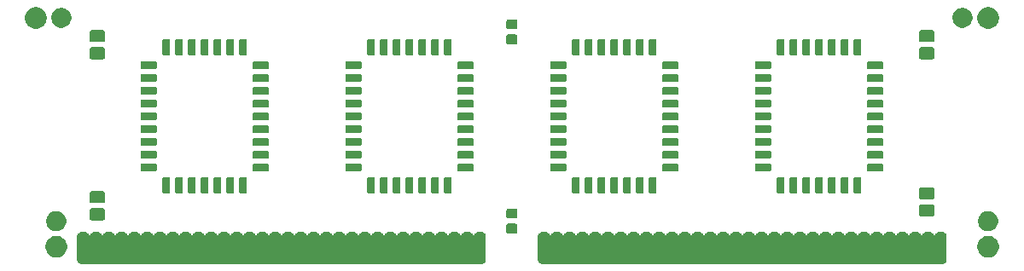
<source format=gts>
G04 #@! TF.GenerationSoftware,KiCad,Pcbnew,(5.1.5-0-10_14)*
G04 #@! TF.CreationDate,2020-05-16T14:03:33-04:00*
G04 #@! TF.ProjectId,ROMSIMM,524f4d53-494d-44d2-9e6b-696361645f70,rev?*
G04 #@! TF.SameCoordinates,Original*
G04 #@! TF.FileFunction,Soldermask,Top*
G04 #@! TF.FilePolarity,Negative*
%FSLAX46Y46*%
G04 Gerber Fmt 4.6, Leading zero omitted, Abs format (unit mm)*
G04 Created by KiCad (PCBNEW (5.1.5-0-10_14)) date 2020-05-16 14:03:33*
%MOMM*%
%LPD*%
G04 APERTURE LIST*
%ADD10C,0.175000*%
%ADD11C,0.100000*%
G04 APERTURE END LIST*
D10*
G36*
X163195000Y-127635000D02*
G01*
X123825000Y-127635000D01*
X123317000Y-125031500D01*
X163703000Y-125031500D01*
X163195000Y-127635000D01*
G37*
X163195000Y-127635000D02*
X123825000Y-127635000D01*
X123317000Y-125031500D01*
X163703000Y-125031500D01*
X163195000Y-127635000D01*
G36*
X117475000Y-127635000D02*
G01*
X78105000Y-127635000D01*
X77597000Y-125031500D01*
X117983000Y-125031500D01*
X117475000Y-127635000D01*
G37*
X117475000Y-127635000D02*
X78105000Y-127635000D01*
X77597000Y-125031500D01*
X117983000Y-125031500D01*
X117475000Y-127635000D01*
D11*
G36*
X78329734Y-124520044D02*
G01*
X78416388Y-124546330D01*
X78496245Y-124589015D01*
X78566241Y-124646459D01*
X78623685Y-124716455D01*
X78666369Y-124796311D01*
X78667082Y-124798660D01*
X78672799Y-124812460D01*
X78681097Y-124824880D01*
X78691660Y-124835443D01*
X78704080Y-124843742D01*
X78717881Y-124849458D01*
X78732531Y-124852372D01*
X78747469Y-124852372D01*
X78762120Y-124849458D01*
X78775920Y-124843741D01*
X78788340Y-124835443D01*
X78798903Y-124824880D01*
X78807202Y-124812460D01*
X78812918Y-124798660D01*
X78813631Y-124796311D01*
X78856315Y-124716455D01*
X78913759Y-124646459D01*
X78983755Y-124589015D01*
X79063612Y-124546330D01*
X79150266Y-124520044D01*
X79244123Y-124510800D01*
X79505877Y-124510800D01*
X79599734Y-124520044D01*
X79686388Y-124546330D01*
X79766245Y-124589015D01*
X79836241Y-124646459D01*
X79893685Y-124716455D01*
X79936369Y-124796311D01*
X79937082Y-124798660D01*
X79942799Y-124812460D01*
X79951097Y-124824880D01*
X79961660Y-124835443D01*
X79974080Y-124843742D01*
X79987881Y-124849458D01*
X80002531Y-124852372D01*
X80017469Y-124852372D01*
X80032120Y-124849458D01*
X80045920Y-124843741D01*
X80058340Y-124835443D01*
X80068903Y-124824880D01*
X80077202Y-124812460D01*
X80082918Y-124798660D01*
X80083631Y-124796311D01*
X80126315Y-124716455D01*
X80183759Y-124646459D01*
X80253755Y-124589015D01*
X80333612Y-124546330D01*
X80420266Y-124520044D01*
X80514123Y-124510800D01*
X80775877Y-124510800D01*
X80869734Y-124520044D01*
X80956388Y-124546330D01*
X81036245Y-124589015D01*
X81106241Y-124646459D01*
X81163685Y-124716455D01*
X81206369Y-124796311D01*
X81207082Y-124798660D01*
X81212799Y-124812460D01*
X81221097Y-124824880D01*
X81231660Y-124835443D01*
X81244080Y-124843742D01*
X81257881Y-124849458D01*
X81272531Y-124852372D01*
X81287469Y-124852372D01*
X81302120Y-124849458D01*
X81315920Y-124843741D01*
X81328340Y-124835443D01*
X81338903Y-124824880D01*
X81347202Y-124812460D01*
X81352918Y-124798660D01*
X81353631Y-124796311D01*
X81396315Y-124716455D01*
X81453759Y-124646459D01*
X81523755Y-124589015D01*
X81603612Y-124546330D01*
X81690266Y-124520044D01*
X81784123Y-124510800D01*
X82045877Y-124510800D01*
X82139734Y-124520044D01*
X82226388Y-124546330D01*
X82306245Y-124589015D01*
X82376241Y-124646459D01*
X82433685Y-124716455D01*
X82476369Y-124796311D01*
X82477082Y-124798660D01*
X82482799Y-124812460D01*
X82491097Y-124824880D01*
X82501660Y-124835443D01*
X82514080Y-124843742D01*
X82527881Y-124849458D01*
X82542531Y-124852372D01*
X82557469Y-124852372D01*
X82572120Y-124849458D01*
X82585920Y-124843741D01*
X82598340Y-124835443D01*
X82608903Y-124824880D01*
X82617202Y-124812460D01*
X82622918Y-124798660D01*
X82623631Y-124796311D01*
X82666315Y-124716455D01*
X82723759Y-124646459D01*
X82793755Y-124589015D01*
X82873612Y-124546330D01*
X82960266Y-124520044D01*
X83054123Y-124510800D01*
X83315877Y-124510800D01*
X83409734Y-124520044D01*
X83496388Y-124546330D01*
X83576245Y-124589015D01*
X83646241Y-124646459D01*
X83703685Y-124716455D01*
X83746369Y-124796311D01*
X83747082Y-124798660D01*
X83752799Y-124812460D01*
X83761097Y-124824880D01*
X83771660Y-124835443D01*
X83784080Y-124843742D01*
X83797881Y-124849458D01*
X83812531Y-124852372D01*
X83827469Y-124852372D01*
X83842120Y-124849458D01*
X83855920Y-124843741D01*
X83868340Y-124835443D01*
X83878903Y-124824880D01*
X83887202Y-124812460D01*
X83892918Y-124798660D01*
X83893631Y-124796311D01*
X83936315Y-124716455D01*
X83993759Y-124646459D01*
X84063755Y-124589015D01*
X84143612Y-124546330D01*
X84230266Y-124520044D01*
X84324123Y-124510800D01*
X84585877Y-124510800D01*
X84679734Y-124520044D01*
X84766388Y-124546330D01*
X84846245Y-124589015D01*
X84916241Y-124646459D01*
X84973685Y-124716455D01*
X85016369Y-124796311D01*
X85017082Y-124798660D01*
X85022799Y-124812460D01*
X85031097Y-124824880D01*
X85041660Y-124835443D01*
X85054080Y-124843742D01*
X85067881Y-124849458D01*
X85082531Y-124852372D01*
X85097469Y-124852372D01*
X85112120Y-124849458D01*
X85125920Y-124843741D01*
X85138340Y-124835443D01*
X85148903Y-124824880D01*
X85157202Y-124812460D01*
X85162918Y-124798660D01*
X85163631Y-124796311D01*
X85206315Y-124716455D01*
X85263759Y-124646459D01*
X85333755Y-124589015D01*
X85413612Y-124546330D01*
X85500266Y-124520044D01*
X85594123Y-124510800D01*
X85855877Y-124510800D01*
X85949734Y-124520044D01*
X86036388Y-124546330D01*
X86116245Y-124589015D01*
X86186241Y-124646459D01*
X86243685Y-124716455D01*
X86286369Y-124796311D01*
X86287082Y-124798660D01*
X86292799Y-124812460D01*
X86301097Y-124824880D01*
X86311660Y-124835443D01*
X86324080Y-124843742D01*
X86337881Y-124849458D01*
X86352531Y-124852372D01*
X86367469Y-124852372D01*
X86382120Y-124849458D01*
X86395920Y-124843741D01*
X86408340Y-124835443D01*
X86418903Y-124824880D01*
X86427202Y-124812460D01*
X86432918Y-124798660D01*
X86433631Y-124796311D01*
X86476315Y-124716455D01*
X86533759Y-124646459D01*
X86603755Y-124589015D01*
X86683612Y-124546330D01*
X86770266Y-124520044D01*
X86864123Y-124510800D01*
X87125877Y-124510800D01*
X87219734Y-124520044D01*
X87306388Y-124546330D01*
X87386245Y-124589015D01*
X87456241Y-124646459D01*
X87513685Y-124716455D01*
X87556369Y-124796311D01*
X87557082Y-124798660D01*
X87562799Y-124812460D01*
X87571097Y-124824880D01*
X87581660Y-124835443D01*
X87594080Y-124843742D01*
X87607881Y-124849458D01*
X87622531Y-124852372D01*
X87637469Y-124852372D01*
X87652120Y-124849458D01*
X87665920Y-124843741D01*
X87678340Y-124835443D01*
X87688903Y-124824880D01*
X87697202Y-124812460D01*
X87702918Y-124798660D01*
X87703631Y-124796311D01*
X87746315Y-124716455D01*
X87803759Y-124646459D01*
X87873755Y-124589015D01*
X87953612Y-124546330D01*
X88040266Y-124520044D01*
X88134123Y-124510800D01*
X88395877Y-124510800D01*
X88489734Y-124520044D01*
X88576388Y-124546330D01*
X88656245Y-124589015D01*
X88726241Y-124646459D01*
X88783685Y-124716455D01*
X88826369Y-124796311D01*
X88827082Y-124798660D01*
X88832799Y-124812460D01*
X88841097Y-124824880D01*
X88851660Y-124835443D01*
X88864080Y-124843742D01*
X88877881Y-124849458D01*
X88892531Y-124852372D01*
X88907469Y-124852372D01*
X88922120Y-124849458D01*
X88935920Y-124843741D01*
X88948340Y-124835443D01*
X88958903Y-124824880D01*
X88967202Y-124812460D01*
X88972918Y-124798660D01*
X88973631Y-124796311D01*
X89016315Y-124716455D01*
X89073759Y-124646459D01*
X89143755Y-124589015D01*
X89223612Y-124546330D01*
X89310266Y-124520044D01*
X89404123Y-124510800D01*
X89665877Y-124510800D01*
X89759734Y-124520044D01*
X89846388Y-124546330D01*
X89926245Y-124589015D01*
X89996241Y-124646459D01*
X90053685Y-124716455D01*
X90096369Y-124796311D01*
X90097082Y-124798660D01*
X90102799Y-124812460D01*
X90111097Y-124824880D01*
X90121660Y-124835443D01*
X90134080Y-124843742D01*
X90147881Y-124849458D01*
X90162531Y-124852372D01*
X90177469Y-124852372D01*
X90192120Y-124849458D01*
X90205920Y-124843741D01*
X90218340Y-124835443D01*
X90228903Y-124824880D01*
X90237202Y-124812460D01*
X90242918Y-124798660D01*
X90243631Y-124796311D01*
X90286315Y-124716455D01*
X90343759Y-124646459D01*
X90413755Y-124589015D01*
X90493612Y-124546330D01*
X90580266Y-124520044D01*
X90674123Y-124510800D01*
X90935877Y-124510800D01*
X91029734Y-124520044D01*
X91116388Y-124546330D01*
X91196245Y-124589015D01*
X91266241Y-124646459D01*
X91323685Y-124716455D01*
X91366369Y-124796311D01*
X91367082Y-124798660D01*
X91372799Y-124812460D01*
X91381097Y-124824880D01*
X91391660Y-124835443D01*
X91404080Y-124843742D01*
X91417881Y-124849458D01*
X91432531Y-124852372D01*
X91447469Y-124852372D01*
X91462120Y-124849458D01*
X91475920Y-124843741D01*
X91488340Y-124835443D01*
X91498903Y-124824880D01*
X91507202Y-124812460D01*
X91512918Y-124798660D01*
X91513631Y-124796311D01*
X91556315Y-124716455D01*
X91613759Y-124646459D01*
X91683755Y-124589015D01*
X91763612Y-124546330D01*
X91850266Y-124520044D01*
X91944123Y-124510800D01*
X92205877Y-124510800D01*
X92299734Y-124520044D01*
X92386388Y-124546330D01*
X92466245Y-124589015D01*
X92536241Y-124646459D01*
X92593685Y-124716455D01*
X92636369Y-124796311D01*
X92637082Y-124798660D01*
X92642799Y-124812460D01*
X92651097Y-124824880D01*
X92661660Y-124835443D01*
X92674080Y-124843742D01*
X92687881Y-124849458D01*
X92702531Y-124852372D01*
X92717469Y-124852372D01*
X92732120Y-124849458D01*
X92745920Y-124843741D01*
X92758340Y-124835443D01*
X92768903Y-124824880D01*
X92777202Y-124812460D01*
X92782918Y-124798660D01*
X92783631Y-124796311D01*
X92826315Y-124716455D01*
X92883759Y-124646459D01*
X92953755Y-124589015D01*
X93033612Y-124546330D01*
X93120266Y-124520044D01*
X93214123Y-124510800D01*
X93475877Y-124510800D01*
X93569734Y-124520044D01*
X93656388Y-124546330D01*
X93736245Y-124589015D01*
X93806241Y-124646459D01*
X93863685Y-124716455D01*
X93906369Y-124796311D01*
X93907082Y-124798660D01*
X93912799Y-124812460D01*
X93921097Y-124824880D01*
X93931660Y-124835443D01*
X93944080Y-124843742D01*
X93957881Y-124849458D01*
X93972531Y-124852372D01*
X93987469Y-124852372D01*
X94002120Y-124849458D01*
X94015920Y-124843741D01*
X94028340Y-124835443D01*
X94038903Y-124824880D01*
X94047202Y-124812460D01*
X94052918Y-124798660D01*
X94053631Y-124796311D01*
X94096315Y-124716455D01*
X94153759Y-124646459D01*
X94223755Y-124589015D01*
X94303612Y-124546330D01*
X94390266Y-124520044D01*
X94484123Y-124510800D01*
X94745877Y-124510800D01*
X94839734Y-124520044D01*
X94926388Y-124546330D01*
X95006245Y-124589015D01*
X95076241Y-124646459D01*
X95133685Y-124716455D01*
X95176369Y-124796311D01*
X95177082Y-124798660D01*
X95182799Y-124812460D01*
X95191097Y-124824880D01*
X95201660Y-124835443D01*
X95214080Y-124843742D01*
X95227881Y-124849458D01*
X95242531Y-124852372D01*
X95257469Y-124852372D01*
X95272120Y-124849458D01*
X95285920Y-124843741D01*
X95298340Y-124835443D01*
X95308903Y-124824880D01*
X95317202Y-124812460D01*
X95322918Y-124798660D01*
X95323631Y-124796311D01*
X95366315Y-124716455D01*
X95423759Y-124646459D01*
X95493755Y-124589015D01*
X95573612Y-124546330D01*
X95660266Y-124520044D01*
X95754123Y-124510800D01*
X96015877Y-124510800D01*
X96109734Y-124520044D01*
X96196388Y-124546330D01*
X96276245Y-124589015D01*
X96346241Y-124646459D01*
X96403685Y-124716455D01*
X96446369Y-124796311D01*
X96447082Y-124798660D01*
X96452799Y-124812460D01*
X96461097Y-124824880D01*
X96471660Y-124835443D01*
X96484080Y-124843742D01*
X96497881Y-124849458D01*
X96512531Y-124852372D01*
X96527469Y-124852372D01*
X96542120Y-124849458D01*
X96555920Y-124843741D01*
X96568340Y-124835443D01*
X96578903Y-124824880D01*
X96587202Y-124812460D01*
X96592918Y-124798660D01*
X96593631Y-124796311D01*
X96636315Y-124716455D01*
X96693759Y-124646459D01*
X96763755Y-124589015D01*
X96843612Y-124546330D01*
X96930266Y-124520044D01*
X97024123Y-124510800D01*
X97285877Y-124510800D01*
X97379734Y-124520044D01*
X97466388Y-124546330D01*
X97546245Y-124589015D01*
X97616241Y-124646459D01*
X97673685Y-124716455D01*
X97716369Y-124796311D01*
X97717082Y-124798660D01*
X97722799Y-124812460D01*
X97731097Y-124824880D01*
X97741660Y-124835443D01*
X97754080Y-124843742D01*
X97767881Y-124849458D01*
X97782531Y-124852372D01*
X97797469Y-124852372D01*
X97812120Y-124849458D01*
X97825920Y-124843741D01*
X97838340Y-124835443D01*
X97848903Y-124824880D01*
X97857202Y-124812460D01*
X97862918Y-124798660D01*
X97863631Y-124796311D01*
X97906315Y-124716455D01*
X97963759Y-124646459D01*
X98033755Y-124589015D01*
X98113612Y-124546330D01*
X98200266Y-124520044D01*
X98294123Y-124510800D01*
X98555877Y-124510800D01*
X98649734Y-124520044D01*
X98736388Y-124546330D01*
X98816245Y-124589015D01*
X98886241Y-124646459D01*
X98943685Y-124716455D01*
X98986369Y-124796311D01*
X98987082Y-124798660D01*
X98992799Y-124812460D01*
X99001097Y-124824880D01*
X99011660Y-124835443D01*
X99024080Y-124843742D01*
X99037881Y-124849458D01*
X99052531Y-124852372D01*
X99067469Y-124852372D01*
X99082120Y-124849458D01*
X99095920Y-124843741D01*
X99108340Y-124835443D01*
X99118903Y-124824880D01*
X99127202Y-124812460D01*
X99132918Y-124798660D01*
X99133631Y-124796311D01*
X99176315Y-124716455D01*
X99233759Y-124646459D01*
X99303755Y-124589015D01*
X99383612Y-124546330D01*
X99470266Y-124520044D01*
X99564123Y-124510800D01*
X99825877Y-124510800D01*
X99919734Y-124520044D01*
X100006388Y-124546330D01*
X100086245Y-124589015D01*
X100156241Y-124646459D01*
X100213685Y-124716455D01*
X100256369Y-124796311D01*
X100257082Y-124798660D01*
X100262799Y-124812460D01*
X100271097Y-124824880D01*
X100281660Y-124835443D01*
X100294080Y-124843742D01*
X100307881Y-124849458D01*
X100322531Y-124852372D01*
X100337469Y-124852372D01*
X100352120Y-124849458D01*
X100365920Y-124843741D01*
X100378340Y-124835443D01*
X100388903Y-124824880D01*
X100397202Y-124812460D01*
X100402918Y-124798660D01*
X100403631Y-124796311D01*
X100446315Y-124716455D01*
X100503759Y-124646459D01*
X100573755Y-124589015D01*
X100653612Y-124546330D01*
X100740266Y-124520044D01*
X100834123Y-124510800D01*
X101095877Y-124510800D01*
X101189734Y-124520044D01*
X101276388Y-124546330D01*
X101356245Y-124589015D01*
X101426241Y-124646459D01*
X101483685Y-124716455D01*
X101526369Y-124796311D01*
X101527082Y-124798660D01*
X101532799Y-124812460D01*
X101541097Y-124824880D01*
X101551660Y-124835443D01*
X101564080Y-124843742D01*
X101577881Y-124849458D01*
X101592531Y-124852372D01*
X101607469Y-124852372D01*
X101622120Y-124849458D01*
X101635920Y-124843741D01*
X101648340Y-124835443D01*
X101658903Y-124824880D01*
X101667202Y-124812460D01*
X101672918Y-124798660D01*
X101673631Y-124796311D01*
X101716315Y-124716455D01*
X101773759Y-124646459D01*
X101843755Y-124589015D01*
X101923612Y-124546330D01*
X102010266Y-124520044D01*
X102104123Y-124510800D01*
X102365877Y-124510800D01*
X102459734Y-124520044D01*
X102546388Y-124546330D01*
X102626245Y-124589015D01*
X102696241Y-124646459D01*
X102753685Y-124716455D01*
X102796369Y-124796311D01*
X102797082Y-124798660D01*
X102802799Y-124812460D01*
X102811097Y-124824880D01*
X102821660Y-124835443D01*
X102834080Y-124843742D01*
X102847881Y-124849458D01*
X102862531Y-124852372D01*
X102877469Y-124852372D01*
X102892120Y-124849458D01*
X102905920Y-124843741D01*
X102918340Y-124835443D01*
X102928903Y-124824880D01*
X102937202Y-124812460D01*
X102942918Y-124798660D01*
X102943631Y-124796311D01*
X102986315Y-124716455D01*
X103043759Y-124646459D01*
X103113755Y-124589015D01*
X103193612Y-124546330D01*
X103280266Y-124520044D01*
X103374123Y-124510800D01*
X103635877Y-124510800D01*
X103729734Y-124520044D01*
X103816388Y-124546330D01*
X103896245Y-124589015D01*
X103966241Y-124646459D01*
X104023685Y-124716455D01*
X104066369Y-124796311D01*
X104067082Y-124798660D01*
X104072799Y-124812460D01*
X104081097Y-124824880D01*
X104091660Y-124835443D01*
X104104080Y-124843742D01*
X104117881Y-124849458D01*
X104132531Y-124852372D01*
X104147469Y-124852372D01*
X104162120Y-124849458D01*
X104175920Y-124843741D01*
X104188340Y-124835443D01*
X104198903Y-124824880D01*
X104207202Y-124812460D01*
X104212918Y-124798660D01*
X104213631Y-124796311D01*
X104256315Y-124716455D01*
X104313759Y-124646459D01*
X104383755Y-124589015D01*
X104463612Y-124546330D01*
X104550266Y-124520044D01*
X104644123Y-124510800D01*
X104905877Y-124510800D01*
X104999734Y-124520044D01*
X105086388Y-124546330D01*
X105166245Y-124589015D01*
X105236241Y-124646459D01*
X105293685Y-124716455D01*
X105336369Y-124796311D01*
X105337082Y-124798660D01*
X105342799Y-124812460D01*
X105351097Y-124824880D01*
X105361660Y-124835443D01*
X105374080Y-124843742D01*
X105387881Y-124849458D01*
X105402531Y-124852372D01*
X105417469Y-124852372D01*
X105432120Y-124849458D01*
X105445920Y-124843741D01*
X105458340Y-124835443D01*
X105468903Y-124824880D01*
X105477202Y-124812460D01*
X105482918Y-124798660D01*
X105483631Y-124796311D01*
X105526315Y-124716455D01*
X105583759Y-124646459D01*
X105653755Y-124589015D01*
X105733612Y-124546330D01*
X105820266Y-124520044D01*
X105914123Y-124510800D01*
X106175877Y-124510800D01*
X106269734Y-124520044D01*
X106356388Y-124546330D01*
X106436245Y-124589015D01*
X106506241Y-124646459D01*
X106563685Y-124716455D01*
X106606369Y-124796311D01*
X106607082Y-124798660D01*
X106612799Y-124812460D01*
X106621097Y-124824880D01*
X106631660Y-124835443D01*
X106644080Y-124843742D01*
X106657881Y-124849458D01*
X106672531Y-124852372D01*
X106687469Y-124852372D01*
X106702120Y-124849458D01*
X106715920Y-124843741D01*
X106728340Y-124835443D01*
X106738903Y-124824880D01*
X106747202Y-124812460D01*
X106752918Y-124798660D01*
X106753631Y-124796311D01*
X106796315Y-124716455D01*
X106853759Y-124646459D01*
X106923755Y-124589015D01*
X107003612Y-124546330D01*
X107090266Y-124520044D01*
X107184123Y-124510800D01*
X107445877Y-124510800D01*
X107539734Y-124520044D01*
X107626388Y-124546330D01*
X107706245Y-124589015D01*
X107776241Y-124646459D01*
X107833685Y-124716455D01*
X107876369Y-124796311D01*
X107877082Y-124798660D01*
X107882799Y-124812460D01*
X107891097Y-124824880D01*
X107901660Y-124835443D01*
X107914080Y-124843742D01*
X107927881Y-124849458D01*
X107942531Y-124852372D01*
X107957469Y-124852372D01*
X107972120Y-124849458D01*
X107985920Y-124843741D01*
X107998340Y-124835443D01*
X108008903Y-124824880D01*
X108017202Y-124812460D01*
X108022918Y-124798660D01*
X108023631Y-124796311D01*
X108066315Y-124716455D01*
X108123759Y-124646459D01*
X108193755Y-124589015D01*
X108273612Y-124546330D01*
X108360266Y-124520044D01*
X108454123Y-124510800D01*
X108715877Y-124510800D01*
X108809734Y-124520044D01*
X108896388Y-124546330D01*
X108976245Y-124589015D01*
X109046241Y-124646459D01*
X109103685Y-124716455D01*
X109146369Y-124796311D01*
X109147082Y-124798660D01*
X109152799Y-124812460D01*
X109161097Y-124824880D01*
X109171660Y-124835443D01*
X109184080Y-124843742D01*
X109197881Y-124849458D01*
X109212531Y-124852372D01*
X109227469Y-124852372D01*
X109242120Y-124849458D01*
X109255920Y-124843741D01*
X109268340Y-124835443D01*
X109278903Y-124824880D01*
X109287202Y-124812460D01*
X109292918Y-124798660D01*
X109293631Y-124796311D01*
X109336315Y-124716455D01*
X109393759Y-124646459D01*
X109463755Y-124589015D01*
X109543612Y-124546330D01*
X109630266Y-124520044D01*
X109724123Y-124510800D01*
X109985877Y-124510800D01*
X110079734Y-124520044D01*
X110166388Y-124546330D01*
X110246245Y-124589015D01*
X110316241Y-124646459D01*
X110373685Y-124716455D01*
X110416369Y-124796311D01*
X110417082Y-124798660D01*
X110422799Y-124812460D01*
X110431097Y-124824880D01*
X110441660Y-124835443D01*
X110454080Y-124843742D01*
X110467881Y-124849458D01*
X110482531Y-124852372D01*
X110497469Y-124852372D01*
X110512120Y-124849458D01*
X110525920Y-124843741D01*
X110538340Y-124835443D01*
X110548903Y-124824880D01*
X110557202Y-124812460D01*
X110562918Y-124798660D01*
X110563631Y-124796311D01*
X110606315Y-124716455D01*
X110663759Y-124646459D01*
X110733755Y-124589015D01*
X110813612Y-124546330D01*
X110900266Y-124520044D01*
X110994123Y-124510800D01*
X111255877Y-124510800D01*
X111349734Y-124520044D01*
X111436388Y-124546330D01*
X111516245Y-124589015D01*
X111586241Y-124646459D01*
X111643685Y-124716455D01*
X111686369Y-124796311D01*
X111687082Y-124798660D01*
X111692799Y-124812460D01*
X111701097Y-124824880D01*
X111711660Y-124835443D01*
X111724080Y-124843742D01*
X111737881Y-124849458D01*
X111752531Y-124852372D01*
X111767469Y-124852372D01*
X111782120Y-124849458D01*
X111795920Y-124843741D01*
X111808340Y-124835443D01*
X111818903Y-124824880D01*
X111827202Y-124812460D01*
X111832918Y-124798660D01*
X111833631Y-124796311D01*
X111876315Y-124716455D01*
X111933759Y-124646459D01*
X112003755Y-124589015D01*
X112083612Y-124546330D01*
X112170266Y-124520044D01*
X112264123Y-124510800D01*
X112525877Y-124510800D01*
X112619734Y-124520044D01*
X112706388Y-124546330D01*
X112786245Y-124589015D01*
X112856241Y-124646459D01*
X112913685Y-124716455D01*
X112956369Y-124796311D01*
X112957082Y-124798660D01*
X112962799Y-124812460D01*
X112971097Y-124824880D01*
X112981660Y-124835443D01*
X112994080Y-124843742D01*
X113007881Y-124849458D01*
X113022531Y-124852372D01*
X113037469Y-124852372D01*
X113052120Y-124849458D01*
X113065920Y-124843741D01*
X113078340Y-124835443D01*
X113088903Y-124824880D01*
X113097202Y-124812460D01*
X113102918Y-124798660D01*
X113103631Y-124796311D01*
X113146315Y-124716455D01*
X113203759Y-124646459D01*
X113273755Y-124589015D01*
X113353612Y-124546330D01*
X113440266Y-124520044D01*
X113534123Y-124510800D01*
X113795877Y-124510800D01*
X113889734Y-124520044D01*
X113976388Y-124546330D01*
X114056245Y-124589015D01*
X114126241Y-124646459D01*
X114183685Y-124716455D01*
X114226369Y-124796311D01*
X114227082Y-124798660D01*
X114232799Y-124812460D01*
X114241097Y-124824880D01*
X114251660Y-124835443D01*
X114264080Y-124843742D01*
X114277881Y-124849458D01*
X114292531Y-124852372D01*
X114307469Y-124852372D01*
X114322120Y-124849458D01*
X114335920Y-124843741D01*
X114348340Y-124835443D01*
X114358903Y-124824880D01*
X114367202Y-124812460D01*
X114372918Y-124798660D01*
X114373631Y-124796311D01*
X114416315Y-124716455D01*
X114473759Y-124646459D01*
X114543755Y-124589015D01*
X114623612Y-124546330D01*
X114710266Y-124520044D01*
X114804123Y-124510800D01*
X115065877Y-124510800D01*
X115159734Y-124520044D01*
X115246388Y-124546330D01*
X115326245Y-124589015D01*
X115396241Y-124646459D01*
X115453685Y-124716455D01*
X115496369Y-124796311D01*
X115497082Y-124798660D01*
X115502799Y-124812460D01*
X115511097Y-124824880D01*
X115521660Y-124835443D01*
X115534080Y-124843742D01*
X115547881Y-124849458D01*
X115562531Y-124852372D01*
X115577469Y-124852372D01*
X115592120Y-124849458D01*
X115605920Y-124843741D01*
X115618340Y-124835443D01*
X115628903Y-124824880D01*
X115637202Y-124812460D01*
X115642918Y-124798660D01*
X115643631Y-124796311D01*
X115686315Y-124716455D01*
X115743759Y-124646459D01*
X115813755Y-124589015D01*
X115893612Y-124546330D01*
X115980266Y-124520044D01*
X116074123Y-124510800D01*
X116335877Y-124510800D01*
X116429734Y-124520044D01*
X116516388Y-124546330D01*
X116596245Y-124589015D01*
X116666241Y-124646459D01*
X116723685Y-124716455D01*
X116766369Y-124796311D01*
X116767082Y-124798660D01*
X116772799Y-124812460D01*
X116781097Y-124824880D01*
X116791660Y-124835443D01*
X116804080Y-124843742D01*
X116817881Y-124849458D01*
X116832531Y-124852372D01*
X116847469Y-124852372D01*
X116862120Y-124849458D01*
X116875920Y-124843741D01*
X116888340Y-124835443D01*
X116898903Y-124824880D01*
X116907202Y-124812460D01*
X116912918Y-124798660D01*
X116913631Y-124796311D01*
X116956315Y-124716455D01*
X117013759Y-124646459D01*
X117083755Y-124589015D01*
X117163612Y-124546330D01*
X117250266Y-124520044D01*
X117344123Y-124510800D01*
X117605877Y-124510800D01*
X117699734Y-124520044D01*
X117786388Y-124546330D01*
X117866245Y-124589015D01*
X117936241Y-124646459D01*
X117993685Y-124716455D01*
X118036370Y-124796312D01*
X118062656Y-124882966D01*
X118071900Y-124976823D01*
X118071900Y-127245177D01*
X118062656Y-127339034D01*
X118036370Y-127425688D01*
X117993685Y-127505545D01*
X117936241Y-127575541D01*
X117866245Y-127632985D01*
X117786388Y-127675670D01*
X117699734Y-127701956D01*
X117605877Y-127711200D01*
X117344123Y-127711200D01*
X117250266Y-127701956D01*
X117163612Y-127675670D01*
X117083755Y-127632985D01*
X117013759Y-127575541D01*
X116956315Y-127505545D01*
X116913631Y-127425689D01*
X116912918Y-127423340D01*
X116907201Y-127409540D01*
X116898903Y-127397120D01*
X116888340Y-127386557D01*
X116875920Y-127378258D01*
X116862119Y-127372542D01*
X116847469Y-127369628D01*
X116832531Y-127369628D01*
X116817880Y-127372542D01*
X116804080Y-127378259D01*
X116791660Y-127386557D01*
X116781097Y-127397120D01*
X116772798Y-127409540D01*
X116767082Y-127423340D01*
X116766369Y-127425689D01*
X116723685Y-127505545D01*
X116666241Y-127575541D01*
X116596245Y-127632985D01*
X116516388Y-127675670D01*
X116429734Y-127701956D01*
X116335877Y-127711200D01*
X116074123Y-127711200D01*
X115980266Y-127701956D01*
X115893612Y-127675670D01*
X115813755Y-127632985D01*
X115743759Y-127575541D01*
X115686315Y-127505545D01*
X115643631Y-127425689D01*
X115642918Y-127423340D01*
X115637201Y-127409540D01*
X115628903Y-127397120D01*
X115618340Y-127386557D01*
X115605920Y-127378258D01*
X115592119Y-127372542D01*
X115577469Y-127369628D01*
X115562531Y-127369628D01*
X115547880Y-127372542D01*
X115534080Y-127378259D01*
X115521660Y-127386557D01*
X115511097Y-127397120D01*
X115502798Y-127409540D01*
X115497082Y-127423340D01*
X115496369Y-127425689D01*
X115453685Y-127505545D01*
X115396241Y-127575541D01*
X115326245Y-127632985D01*
X115246388Y-127675670D01*
X115159734Y-127701956D01*
X115065877Y-127711200D01*
X114804123Y-127711200D01*
X114710266Y-127701956D01*
X114623612Y-127675670D01*
X114543755Y-127632985D01*
X114473759Y-127575541D01*
X114416315Y-127505545D01*
X114373631Y-127425689D01*
X114372918Y-127423340D01*
X114367201Y-127409540D01*
X114358903Y-127397120D01*
X114348340Y-127386557D01*
X114335920Y-127378258D01*
X114322119Y-127372542D01*
X114307469Y-127369628D01*
X114292531Y-127369628D01*
X114277880Y-127372542D01*
X114264080Y-127378259D01*
X114251660Y-127386557D01*
X114241097Y-127397120D01*
X114232798Y-127409540D01*
X114227082Y-127423340D01*
X114226369Y-127425689D01*
X114183685Y-127505545D01*
X114126241Y-127575541D01*
X114056245Y-127632985D01*
X113976388Y-127675670D01*
X113889734Y-127701956D01*
X113795877Y-127711200D01*
X113534123Y-127711200D01*
X113440266Y-127701956D01*
X113353612Y-127675670D01*
X113273755Y-127632985D01*
X113203759Y-127575541D01*
X113146315Y-127505545D01*
X113103631Y-127425689D01*
X113102918Y-127423340D01*
X113097201Y-127409540D01*
X113088903Y-127397120D01*
X113078340Y-127386557D01*
X113065920Y-127378258D01*
X113052119Y-127372542D01*
X113037469Y-127369628D01*
X113022531Y-127369628D01*
X113007880Y-127372542D01*
X112994080Y-127378259D01*
X112981660Y-127386557D01*
X112971097Y-127397120D01*
X112962798Y-127409540D01*
X112957082Y-127423340D01*
X112956369Y-127425689D01*
X112913685Y-127505545D01*
X112856241Y-127575541D01*
X112786245Y-127632985D01*
X112706388Y-127675670D01*
X112619734Y-127701956D01*
X112525877Y-127711200D01*
X112264123Y-127711200D01*
X112170266Y-127701956D01*
X112083612Y-127675670D01*
X112003755Y-127632985D01*
X111933759Y-127575541D01*
X111876315Y-127505545D01*
X111833631Y-127425689D01*
X111832918Y-127423340D01*
X111827201Y-127409540D01*
X111818903Y-127397120D01*
X111808340Y-127386557D01*
X111795920Y-127378258D01*
X111782119Y-127372542D01*
X111767469Y-127369628D01*
X111752531Y-127369628D01*
X111737880Y-127372542D01*
X111724080Y-127378259D01*
X111711660Y-127386557D01*
X111701097Y-127397120D01*
X111692798Y-127409540D01*
X111687082Y-127423340D01*
X111686369Y-127425689D01*
X111643685Y-127505545D01*
X111586241Y-127575541D01*
X111516245Y-127632985D01*
X111436388Y-127675670D01*
X111349734Y-127701956D01*
X111255877Y-127711200D01*
X110994123Y-127711200D01*
X110900266Y-127701956D01*
X110813612Y-127675670D01*
X110733755Y-127632985D01*
X110663759Y-127575541D01*
X110606315Y-127505545D01*
X110563631Y-127425689D01*
X110562918Y-127423340D01*
X110557201Y-127409540D01*
X110548903Y-127397120D01*
X110538340Y-127386557D01*
X110525920Y-127378258D01*
X110512119Y-127372542D01*
X110497469Y-127369628D01*
X110482531Y-127369628D01*
X110467880Y-127372542D01*
X110454080Y-127378259D01*
X110441660Y-127386557D01*
X110431097Y-127397120D01*
X110422798Y-127409540D01*
X110417082Y-127423340D01*
X110416369Y-127425689D01*
X110373685Y-127505545D01*
X110316241Y-127575541D01*
X110246245Y-127632985D01*
X110166388Y-127675670D01*
X110079734Y-127701956D01*
X109985877Y-127711200D01*
X109724123Y-127711200D01*
X109630266Y-127701956D01*
X109543612Y-127675670D01*
X109463755Y-127632985D01*
X109393759Y-127575541D01*
X109336315Y-127505545D01*
X109293631Y-127425689D01*
X109292918Y-127423340D01*
X109287201Y-127409540D01*
X109278903Y-127397120D01*
X109268340Y-127386557D01*
X109255920Y-127378258D01*
X109242119Y-127372542D01*
X109227469Y-127369628D01*
X109212531Y-127369628D01*
X109197880Y-127372542D01*
X109184080Y-127378259D01*
X109171660Y-127386557D01*
X109161097Y-127397120D01*
X109152798Y-127409540D01*
X109147082Y-127423340D01*
X109146369Y-127425689D01*
X109103685Y-127505545D01*
X109046241Y-127575541D01*
X108976245Y-127632985D01*
X108896388Y-127675670D01*
X108809734Y-127701956D01*
X108715877Y-127711200D01*
X108454123Y-127711200D01*
X108360266Y-127701956D01*
X108273612Y-127675670D01*
X108193755Y-127632985D01*
X108123759Y-127575541D01*
X108066315Y-127505545D01*
X108023631Y-127425689D01*
X108022918Y-127423340D01*
X108017201Y-127409540D01*
X108008903Y-127397120D01*
X107998340Y-127386557D01*
X107985920Y-127378258D01*
X107972119Y-127372542D01*
X107957469Y-127369628D01*
X107942531Y-127369628D01*
X107927880Y-127372542D01*
X107914080Y-127378259D01*
X107901660Y-127386557D01*
X107891097Y-127397120D01*
X107882798Y-127409540D01*
X107877082Y-127423340D01*
X107876369Y-127425689D01*
X107833685Y-127505545D01*
X107776241Y-127575541D01*
X107706245Y-127632985D01*
X107626388Y-127675670D01*
X107539734Y-127701956D01*
X107445877Y-127711200D01*
X107184123Y-127711200D01*
X107090266Y-127701956D01*
X107003612Y-127675670D01*
X106923755Y-127632985D01*
X106853759Y-127575541D01*
X106796315Y-127505545D01*
X106753631Y-127425689D01*
X106752918Y-127423340D01*
X106747201Y-127409540D01*
X106738903Y-127397120D01*
X106728340Y-127386557D01*
X106715920Y-127378258D01*
X106702119Y-127372542D01*
X106687469Y-127369628D01*
X106672531Y-127369628D01*
X106657880Y-127372542D01*
X106644080Y-127378259D01*
X106631660Y-127386557D01*
X106621097Y-127397120D01*
X106612798Y-127409540D01*
X106607082Y-127423340D01*
X106606369Y-127425689D01*
X106563685Y-127505545D01*
X106506241Y-127575541D01*
X106436245Y-127632985D01*
X106356388Y-127675670D01*
X106269734Y-127701956D01*
X106175877Y-127711200D01*
X105914123Y-127711200D01*
X105820266Y-127701956D01*
X105733612Y-127675670D01*
X105653755Y-127632985D01*
X105583759Y-127575541D01*
X105526315Y-127505545D01*
X105483631Y-127425689D01*
X105482918Y-127423340D01*
X105477201Y-127409540D01*
X105468903Y-127397120D01*
X105458340Y-127386557D01*
X105445920Y-127378258D01*
X105432119Y-127372542D01*
X105417469Y-127369628D01*
X105402531Y-127369628D01*
X105387880Y-127372542D01*
X105374080Y-127378259D01*
X105361660Y-127386557D01*
X105351097Y-127397120D01*
X105342798Y-127409540D01*
X105337082Y-127423340D01*
X105336369Y-127425689D01*
X105293685Y-127505545D01*
X105236241Y-127575541D01*
X105166245Y-127632985D01*
X105086388Y-127675670D01*
X104999734Y-127701956D01*
X104905877Y-127711200D01*
X104644123Y-127711200D01*
X104550266Y-127701956D01*
X104463612Y-127675670D01*
X104383755Y-127632985D01*
X104313759Y-127575541D01*
X104256315Y-127505545D01*
X104213631Y-127425689D01*
X104212918Y-127423340D01*
X104207201Y-127409540D01*
X104198903Y-127397120D01*
X104188340Y-127386557D01*
X104175920Y-127378258D01*
X104162119Y-127372542D01*
X104147469Y-127369628D01*
X104132531Y-127369628D01*
X104117880Y-127372542D01*
X104104080Y-127378259D01*
X104091660Y-127386557D01*
X104081097Y-127397120D01*
X104072798Y-127409540D01*
X104067082Y-127423340D01*
X104066369Y-127425689D01*
X104023685Y-127505545D01*
X103966241Y-127575541D01*
X103896245Y-127632985D01*
X103816388Y-127675670D01*
X103729734Y-127701956D01*
X103635877Y-127711200D01*
X103374123Y-127711200D01*
X103280266Y-127701956D01*
X103193612Y-127675670D01*
X103113755Y-127632985D01*
X103043759Y-127575541D01*
X102986315Y-127505545D01*
X102943631Y-127425689D01*
X102942918Y-127423340D01*
X102937201Y-127409540D01*
X102928903Y-127397120D01*
X102918340Y-127386557D01*
X102905920Y-127378258D01*
X102892119Y-127372542D01*
X102877469Y-127369628D01*
X102862531Y-127369628D01*
X102847880Y-127372542D01*
X102834080Y-127378259D01*
X102821660Y-127386557D01*
X102811097Y-127397120D01*
X102802798Y-127409540D01*
X102797082Y-127423340D01*
X102796369Y-127425689D01*
X102753685Y-127505545D01*
X102696241Y-127575541D01*
X102626245Y-127632985D01*
X102546388Y-127675670D01*
X102459734Y-127701956D01*
X102365877Y-127711200D01*
X102104123Y-127711200D01*
X102010266Y-127701956D01*
X101923612Y-127675670D01*
X101843755Y-127632985D01*
X101773759Y-127575541D01*
X101716315Y-127505545D01*
X101673631Y-127425689D01*
X101672918Y-127423340D01*
X101667201Y-127409540D01*
X101658903Y-127397120D01*
X101648340Y-127386557D01*
X101635920Y-127378258D01*
X101622119Y-127372542D01*
X101607469Y-127369628D01*
X101592531Y-127369628D01*
X101577880Y-127372542D01*
X101564080Y-127378259D01*
X101551660Y-127386557D01*
X101541097Y-127397120D01*
X101532798Y-127409540D01*
X101527082Y-127423340D01*
X101526369Y-127425689D01*
X101483685Y-127505545D01*
X101426241Y-127575541D01*
X101356245Y-127632985D01*
X101276388Y-127675670D01*
X101189734Y-127701956D01*
X101095877Y-127711200D01*
X100834123Y-127711200D01*
X100740266Y-127701956D01*
X100653612Y-127675670D01*
X100573755Y-127632985D01*
X100503759Y-127575541D01*
X100446315Y-127505545D01*
X100403631Y-127425689D01*
X100402918Y-127423340D01*
X100397201Y-127409540D01*
X100388903Y-127397120D01*
X100378340Y-127386557D01*
X100365920Y-127378258D01*
X100352119Y-127372542D01*
X100337469Y-127369628D01*
X100322531Y-127369628D01*
X100307880Y-127372542D01*
X100294080Y-127378259D01*
X100281660Y-127386557D01*
X100271097Y-127397120D01*
X100262798Y-127409540D01*
X100257082Y-127423340D01*
X100256369Y-127425689D01*
X100213685Y-127505545D01*
X100156241Y-127575541D01*
X100086245Y-127632985D01*
X100006388Y-127675670D01*
X99919734Y-127701956D01*
X99825877Y-127711200D01*
X99564123Y-127711200D01*
X99470266Y-127701956D01*
X99383612Y-127675670D01*
X99303755Y-127632985D01*
X99233759Y-127575541D01*
X99176315Y-127505545D01*
X99133631Y-127425689D01*
X99132918Y-127423340D01*
X99127201Y-127409540D01*
X99118903Y-127397120D01*
X99108340Y-127386557D01*
X99095920Y-127378258D01*
X99082119Y-127372542D01*
X99067469Y-127369628D01*
X99052531Y-127369628D01*
X99037880Y-127372542D01*
X99024080Y-127378259D01*
X99011660Y-127386557D01*
X99001097Y-127397120D01*
X98992798Y-127409540D01*
X98987082Y-127423340D01*
X98986369Y-127425689D01*
X98943685Y-127505545D01*
X98886241Y-127575541D01*
X98816245Y-127632985D01*
X98736388Y-127675670D01*
X98649734Y-127701956D01*
X98555877Y-127711200D01*
X98294123Y-127711200D01*
X98200266Y-127701956D01*
X98113612Y-127675670D01*
X98033755Y-127632985D01*
X97963759Y-127575541D01*
X97906315Y-127505545D01*
X97863631Y-127425689D01*
X97862918Y-127423340D01*
X97857201Y-127409540D01*
X97848903Y-127397120D01*
X97838340Y-127386557D01*
X97825920Y-127378258D01*
X97812119Y-127372542D01*
X97797469Y-127369628D01*
X97782531Y-127369628D01*
X97767880Y-127372542D01*
X97754080Y-127378259D01*
X97741660Y-127386557D01*
X97731097Y-127397120D01*
X97722798Y-127409540D01*
X97717082Y-127423340D01*
X97716369Y-127425689D01*
X97673685Y-127505545D01*
X97616241Y-127575541D01*
X97546245Y-127632985D01*
X97466388Y-127675670D01*
X97379734Y-127701956D01*
X97285877Y-127711200D01*
X97024123Y-127711200D01*
X96930266Y-127701956D01*
X96843612Y-127675670D01*
X96763755Y-127632985D01*
X96693759Y-127575541D01*
X96636315Y-127505545D01*
X96593631Y-127425689D01*
X96592918Y-127423340D01*
X96587201Y-127409540D01*
X96578903Y-127397120D01*
X96568340Y-127386557D01*
X96555920Y-127378258D01*
X96542119Y-127372542D01*
X96527469Y-127369628D01*
X96512531Y-127369628D01*
X96497880Y-127372542D01*
X96484080Y-127378259D01*
X96471660Y-127386557D01*
X96461097Y-127397120D01*
X96452798Y-127409540D01*
X96447082Y-127423340D01*
X96446369Y-127425689D01*
X96403685Y-127505545D01*
X96346241Y-127575541D01*
X96276245Y-127632985D01*
X96196388Y-127675670D01*
X96109734Y-127701956D01*
X96015877Y-127711200D01*
X95754123Y-127711200D01*
X95660266Y-127701956D01*
X95573612Y-127675670D01*
X95493755Y-127632985D01*
X95423759Y-127575541D01*
X95366315Y-127505545D01*
X95323631Y-127425689D01*
X95322918Y-127423340D01*
X95317201Y-127409540D01*
X95308903Y-127397120D01*
X95298340Y-127386557D01*
X95285920Y-127378258D01*
X95272119Y-127372542D01*
X95257469Y-127369628D01*
X95242531Y-127369628D01*
X95227880Y-127372542D01*
X95214080Y-127378259D01*
X95201660Y-127386557D01*
X95191097Y-127397120D01*
X95182798Y-127409540D01*
X95177082Y-127423340D01*
X95176369Y-127425689D01*
X95133685Y-127505545D01*
X95076241Y-127575541D01*
X95006245Y-127632985D01*
X94926388Y-127675670D01*
X94839734Y-127701956D01*
X94745877Y-127711200D01*
X94484123Y-127711200D01*
X94390266Y-127701956D01*
X94303612Y-127675670D01*
X94223755Y-127632985D01*
X94153759Y-127575541D01*
X94096315Y-127505545D01*
X94053631Y-127425689D01*
X94052918Y-127423340D01*
X94047201Y-127409540D01*
X94038903Y-127397120D01*
X94028340Y-127386557D01*
X94015920Y-127378258D01*
X94002119Y-127372542D01*
X93987469Y-127369628D01*
X93972531Y-127369628D01*
X93957880Y-127372542D01*
X93944080Y-127378259D01*
X93931660Y-127386557D01*
X93921097Y-127397120D01*
X93912798Y-127409540D01*
X93907082Y-127423340D01*
X93906369Y-127425689D01*
X93863685Y-127505545D01*
X93806241Y-127575541D01*
X93736245Y-127632985D01*
X93656388Y-127675670D01*
X93569734Y-127701956D01*
X93475877Y-127711200D01*
X93214123Y-127711200D01*
X93120266Y-127701956D01*
X93033612Y-127675670D01*
X92953755Y-127632985D01*
X92883759Y-127575541D01*
X92826315Y-127505545D01*
X92783631Y-127425689D01*
X92782918Y-127423340D01*
X92777201Y-127409540D01*
X92768903Y-127397120D01*
X92758340Y-127386557D01*
X92745920Y-127378258D01*
X92732119Y-127372542D01*
X92717469Y-127369628D01*
X92702531Y-127369628D01*
X92687880Y-127372542D01*
X92674080Y-127378259D01*
X92661660Y-127386557D01*
X92651097Y-127397120D01*
X92642798Y-127409540D01*
X92637082Y-127423340D01*
X92636369Y-127425689D01*
X92593685Y-127505545D01*
X92536241Y-127575541D01*
X92466245Y-127632985D01*
X92386388Y-127675670D01*
X92299734Y-127701956D01*
X92205877Y-127711200D01*
X91944123Y-127711200D01*
X91850266Y-127701956D01*
X91763612Y-127675670D01*
X91683755Y-127632985D01*
X91613759Y-127575541D01*
X91556315Y-127505545D01*
X91513631Y-127425689D01*
X91512918Y-127423340D01*
X91507201Y-127409540D01*
X91498903Y-127397120D01*
X91488340Y-127386557D01*
X91475920Y-127378258D01*
X91462119Y-127372542D01*
X91447469Y-127369628D01*
X91432531Y-127369628D01*
X91417880Y-127372542D01*
X91404080Y-127378259D01*
X91391660Y-127386557D01*
X91381097Y-127397120D01*
X91372798Y-127409540D01*
X91367082Y-127423340D01*
X91366369Y-127425689D01*
X91323685Y-127505545D01*
X91266241Y-127575541D01*
X91196245Y-127632985D01*
X91116388Y-127675670D01*
X91029734Y-127701956D01*
X90935877Y-127711200D01*
X90674123Y-127711200D01*
X90580266Y-127701956D01*
X90493612Y-127675670D01*
X90413755Y-127632985D01*
X90343759Y-127575541D01*
X90286315Y-127505545D01*
X90243631Y-127425689D01*
X90242918Y-127423340D01*
X90237201Y-127409540D01*
X90228903Y-127397120D01*
X90218340Y-127386557D01*
X90205920Y-127378258D01*
X90192119Y-127372542D01*
X90177469Y-127369628D01*
X90162531Y-127369628D01*
X90147880Y-127372542D01*
X90134080Y-127378259D01*
X90121660Y-127386557D01*
X90111097Y-127397120D01*
X90102798Y-127409540D01*
X90097082Y-127423340D01*
X90096369Y-127425689D01*
X90053685Y-127505545D01*
X89996241Y-127575541D01*
X89926245Y-127632985D01*
X89846388Y-127675670D01*
X89759734Y-127701956D01*
X89665877Y-127711200D01*
X89404123Y-127711200D01*
X89310266Y-127701956D01*
X89223612Y-127675670D01*
X89143755Y-127632985D01*
X89073759Y-127575541D01*
X89016315Y-127505545D01*
X88973631Y-127425689D01*
X88972918Y-127423340D01*
X88967201Y-127409540D01*
X88958903Y-127397120D01*
X88948340Y-127386557D01*
X88935920Y-127378258D01*
X88922119Y-127372542D01*
X88907469Y-127369628D01*
X88892531Y-127369628D01*
X88877880Y-127372542D01*
X88864080Y-127378259D01*
X88851660Y-127386557D01*
X88841097Y-127397120D01*
X88832798Y-127409540D01*
X88827082Y-127423340D01*
X88826369Y-127425689D01*
X88783685Y-127505545D01*
X88726241Y-127575541D01*
X88656245Y-127632985D01*
X88576388Y-127675670D01*
X88489734Y-127701956D01*
X88395877Y-127711200D01*
X88134123Y-127711200D01*
X88040266Y-127701956D01*
X87953612Y-127675670D01*
X87873755Y-127632985D01*
X87803759Y-127575541D01*
X87746315Y-127505545D01*
X87703631Y-127425689D01*
X87702918Y-127423340D01*
X87697201Y-127409540D01*
X87688903Y-127397120D01*
X87678340Y-127386557D01*
X87665920Y-127378258D01*
X87652119Y-127372542D01*
X87637469Y-127369628D01*
X87622531Y-127369628D01*
X87607880Y-127372542D01*
X87594080Y-127378259D01*
X87581660Y-127386557D01*
X87571097Y-127397120D01*
X87562798Y-127409540D01*
X87557082Y-127423340D01*
X87556369Y-127425689D01*
X87513685Y-127505545D01*
X87456241Y-127575541D01*
X87386245Y-127632985D01*
X87306388Y-127675670D01*
X87219734Y-127701956D01*
X87125877Y-127711200D01*
X86864123Y-127711200D01*
X86770266Y-127701956D01*
X86683612Y-127675670D01*
X86603755Y-127632985D01*
X86533759Y-127575541D01*
X86476315Y-127505545D01*
X86433631Y-127425689D01*
X86432918Y-127423340D01*
X86427201Y-127409540D01*
X86418903Y-127397120D01*
X86408340Y-127386557D01*
X86395920Y-127378258D01*
X86382119Y-127372542D01*
X86367469Y-127369628D01*
X86352531Y-127369628D01*
X86337880Y-127372542D01*
X86324080Y-127378259D01*
X86311660Y-127386557D01*
X86301097Y-127397120D01*
X86292798Y-127409540D01*
X86287082Y-127423340D01*
X86286369Y-127425689D01*
X86243685Y-127505545D01*
X86186241Y-127575541D01*
X86116245Y-127632985D01*
X86036388Y-127675670D01*
X85949734Y-127701956D01*
X85855877Y-127711200D01*
X85594123Y-127711200D01*
X85500266Y-127701956D01*
X85413612Y-127675670D01*
X85333755Y-127632985D01*
X85263759Y-127575541D01*
X85206315Y-127505545D01*
X85163631Y-127425689D01*
X85162918Y-127423340D01*
X85157201Y-127409540D01*
X85148903Y-127397120D01*
X85138340Y-127386557D01*
X85125920Y-127378258D01*
X85112119Y-127372542D01*
X85097469Y-127369628D01*
X85082531Y-127369628D01*
X85067880Y-127372542D01*
X85054080Y-127378259D01*
X85041660Y-127386557D01*
X85031097Y-127397120D01*
X85022798Y-127409540D01*
X85017082Y-127423340D01*
X85016369Y-127425689D01*
X84973685Y-127505545D01*
X84916241Y-127575541D01*
X84846245Y-127632985D01*
X84766388Y-127675670D01*
X84679734Y-127701956D01*
X84585877Y-127711200D01*
X84324123Y-127711200D01*
X84230266Y-127701956D01*
X84143612Y-127675670D01*
X84063755Y-127632985D01*
X83993759Y-127575541D01*
X83936315Y-127505545D01*
X83893631Y-127425689D01*
X83892918Y-127423340D01*
X83887201Y-127409540D01*
X83878903Y-127397120D01*
X83868340Y-127386557D01*
X83855920Y-127378258D01*
X83842119Y-127372542D01*
X83827469Y-127369628D01*
X83812531Y-127369628D01*
X83797880Y-127372542D01*
X83784080Y-127378259D01*
X83771660Y-127386557D01*
X83761097Y-127397120D01*
X83752798Y-127409540D01*
X83747082Y-127423340D01*
X83746369Y-127425689D01*
X83703685Y-127505545D01*
X83646241Y-127575541D01*
X83576245Y-127632985D01*
X83496388Y-127675670D01*
X83409734Y-127701956D01*
X83315877Y-127711200D01*
X83054123Y-127711200D01*
X82960266Y-127701956D01*
X82873612Y-127675670D01*
X82793755Y-127632985D01*
X82723759Y-127575541D01*
X82666315Y-127505545D01*
X82623631Y-127425689D01*
X82622918Y-127423340D01*
X82617201Y-127409540D01*
X82608903Y-127397120D01*
X82598340Y-127386557D01*
X82585920Y-127378258D01*
X82572119Y-127372542D01*
X82557469Y-127369628D01*
X82542531Y-127369628D01*
X82527880Y-127372542D01*
X82514080Y-127378259D01*
X82501660Y-127386557D01*
X82491097Y-127397120D01*
X82482798Y-127409540D01*
X82477082Y-127423340D01*
X82476369Y-127425689D01*
X82433685Y-127505545D01*
X82376241Y-127575541D01*
X82306245Y-127632985D01*
X82226388Y-127675670D01*
X82139734Y-127701956D01*
X82045877Y-127711200D01*
X81784123Y-127711200D01*
X81690266Y-127701956D01*
X81603612Y-127675670D01*
X81523755Y-127632985D01*
X81453759Y-127575541D01*
X81396315Y-127505545D01*
X81353631Y-127425689D01*
X81352918Y-127423340D01*
X81347201Y-127409540D01*
X81338903Y-127397120D01*
X81328340Y-127386557D01*
X81315920Y-127378258D01*
X81302119Y-127372542D01*
X81287469Y-127369628D01*
X81272531Y-127369628D01*
X81257880Y-127372542D01*
X81244080Y-127378259D01*
X81231660Y-127386557D01*
X81221097Y-127397120D01*
X81212798Y-127409540D01*
X81207082Y-127423340D01*
X81206369Y-127425689D01*
X81163685Y-127505545D01*
X81106241Y-127575541D01*
X81036245Y-127632985D01*
X80956388Y-127675670D01*
X80869734Y-127701956D01*
X80775877Y-127711200D01*
X80514123Y-127711200D01*
X80420266Y-127701956D01*
X80333612Y-127675670D01*
X80253755Y-127632985D01*
X80183759Y-127575541D01*
X80126315Y-127505545D01*
X80083631Y-127425689D01*
X80082918Y-127423340D01*
X80077201Y-127409540D01*
X80068903Y-127397120D01*
X80058340Y-127386557D01*
X80045920Y-127378258D01*
X80032119Y-127372542D01*
X80017469Y-127369628D01*
X80002531Y-127369628D01*
X79987880Y-127372542D01*
X79974080Y-127378259D01*
X79961660Y-127386557D01*
X79951097Y-127397120D01*
X79942798Y-127409540D01*
X79937082Y-127423340D01*
X79936369Y-127425689D01*
X79893685Y-127505545D01*
X79836241Y-127575541D01*
X79766245Y-127632985D01*
X79686388Y-127675670D01*
X79599734Y-127701956D01*
X79505877Y-127711200D01*
X79244123Y-127711200D01*
X79150266Y-127701956D01*
X79063612Y-127675670D01*
X78983755Y-127632985D01*
X78913759Y-127575541D01*
X78856315Y-127505545D01*
X78813631Y-127425689D01*
X78812918Y-127423340D01*
X78807201Y-127409540D01*
X78798903Y-127397120D01*
X78788340Y-127386557D01*
X78775920Y-127378258D01*
X78762119Y-127372542D01*
X78747469Y-127369628D01*
X78732531Y-127369628D01*
X78717880Y-127372542D01*
X78704080Y-127378259D01*
X78691660Y-127386557D01*
X78681097Y-127397120D01*
X78672798Y-127409540D01*
X78667082Y-127423340D01*
X78666369Y-127425689D01*
X78623685Y-127505545D01*
X78566241Y-127575541D01*
X78496245Y-127632985D01*
X78416388Y-127675670D01*
X78329734Y-127701956D01*
X78235877Y-127711200D01*
X77974123Y-127711200D01*
X77880266Y-127701956D01*
X77793612Y-127675670D01*
X77713755Y-127632985D01*
X77643759Y-127575541D01*
X77586315Y-127505545D01*
X77543630Y-127425688D01*
X77517344Y-127339034D01*
X77508100Y-127245177D01*
X77508100Y-124976823D01*
X77517344Y-124882966D01*
X77543630Y-124796312D01*
X77586315Y-124716455D01*
X77643759Y-124646459D01*
X77713755Y-124589015D01*
X77793612Y-124546330D01*
X77880266Y-124520044D01*
X77974123Y-124510800D01*
X78235877Y-124510800D01*
X78329734Y-124520044D01*
G37*
G36*
X124049734Y-124520044D02*
G01*
X124136388Y-124546330D01*
X124216245Y-124589015D01*
X124286241Y-124646459D01*
X124343685Y-124716455D01*
X124386369Y-124796311D01*
X124387082Y-124798660D01*
X124392799Y-124812460D01*
X124401097Y-124824880D01*
X124411660Y-124835443D01*
X124424080Y-124843742D01*
X124437881Y-124849458D01*
X124452531Y-124852372D01*
X124467469Y-124852372D01*
X124482120Y-124849458D01*
X124495920Y-124843741D01*
X124508340Y-124835443D01*
X124518903Y-124824880D01*
X124527202Y-124812460D01*
X124532918Y-124798660D01*
X124533631Y-124796311D01*
X124576315Y-124716455D01*
X124633759Y-124646459D01*
X124703755Y-124589015D01*
X124783612Y-124546330D01*
X124870266Y-124520044D01*
X124964123Y-124510800D01*
X125225877Y-124510800D01*
X125319734Y-124520044D01*
X125406388Y-124546330D01*
X125486245Y-124589015D01*
X125556241Y-124646459D01*
X125613685Y-124716455D01*
X125656369Y-124796311D01*
X125657082Y-124798660D01*
X125662799Y-124812460D01*
X125671097Y-124824880D01*
X125681660Y-124835443D01*
X125694080Y-124843742D01*
X125707881Y-124849458D01*
X125722531Y-124852372D01*
X125737469Y-124852372D01*
X125752120Y-124849458D01*
X125765920Y-124843741D01*
X125778340Y-124835443D01*
X125788903Y-124824880D01*
X125797202Y-124812460D01*
X125802918Y-124798660D01*
X125803631Y-124796311D01*
X125846315Y-124716455D01*
X125903759Y-124646459D01*
X125973755Y-124589015D01*
X126053612Y-124546330D01*
X126140266Y-124520044D01*
X126234123Y-124510800D01*
X126495877Y-124510800D01*
X126589734Y-124520044D01*
X126676388Y-124546330D01*
X126756245Y-124589015D01*
X126826241Y-124646459D01*
X126883685Y-124716455D01*
X126926369Y-124796311D01*
X126927082Y-124798660D01*
X126932799Y-124812460D01*
X126941097Y-124824880D01*
X126951660Y-124835443D01*
X126964080Y-124843742D01*
X126977881Y-124849458D01*
X126992531Y-124852372D01*
X127007469Y-124852372D01*
X127022120Y-124849458D01*
X127035920Y-124843741D01*
X127048340Y-124835443D01*
X127058903Y-124824880D01*
X127067202Y-124812460D01*
X127072918Y-124798660D01*
X127073631Y-124796311D01*
X127116315Y-124716455D01*
X127173759Y-124646459D01*
X127243755Y-124589015D01*
X127323612Y-124546330D01*
X127410266Y-124520044D01*
X127504123Y-124510800D01*
X127765877Y-124510800D01*
X127859734Y-124520044D01*
X127946388Y-124546330D01*
X128026245Y-124589015D01*
X128096241Y-124646459D01*
X128153685Y-124716455D01*
X128196369Y-124796311D01*
X128197082Y-124798660D01*
X128202799Y-124812460D01*
X128211097Y-124824880D01*
X128221660Y-124835443D01*
X128234080Y-124843742D01*
X128247881Y-124849458D01*
X128262531Y-124852372D01*
X128277469Y-124852372D01*
X128292120Y-124849458D01*
X128305920Y-124843741D01*
X128318340Y-124835443D01*
X128328903Y-124824880D01*
X128337202Y-124812460D01*
X128342918Y-124798660D01*
X128343631Y-124796311D01*
X128386315Y-124716455D01*
X128443759Y-124646459D01*
X128513755Y-124589015D01*
X128593612Y-124546330D01*
X128680266Y-124520044D01*
X128774123Y-124510800D01*
X129035877Y-124510800D01*
X129129734Y-124520044D01*
X129216388Y-124546330D01*
X129296245Y-124589015D01*
X129366241Y-124646459D01*
X129423685Y-124716455D01*
X129466369Y-124796311D01*
X129467082Y-124798660D01*
X129472799Y-124812460D01*
X129481097Y-124824880D01*
X129491660Y-124835443D01*
X129504080Y-124843742D01*
X129517881Y-124849458D01*
X129532531Y-124852372D01*
X129547469Y-124852372D01*
X129562120Y-124849458D01*
X129575920Y-124843741D01*
X129588340Y-124835443D01*
X129598903Y-124824880D01*
X129607202Y-124812460D01*
X129612918Y-124798660D01*
X129613631Y-124796311D01*
X129656315Y-124716455D01*
X129713759Y-124646459D01*
X129783755Y-124589015D01*
X129863612Y-124546330D01*
X129950266Y-124520044D01*
X130044123Y-124510800D01*
X130305877Y-124510800D01*
X130399734Y-124520044D01*
X130486388Y-124546330D01*
X130566245Y-124589015D01*
X130636241Y-124646459D01*
X130693685Y-124716455D01*
X130736369Y-124796311D01*
X130737082Y-124798660D01*
X130742799Y-124812460D01*
X130751097Y-124824880D01*
X130761660Y-124835443D01*
X130774080Y-124843742D01*
X130787881Y-124849458D01*
X130802531Y-124852372D01*
X130817469Y-124852372D01*
X130832120Y-124849458D01*
X130845920Y-124843741D01*
X130858340Y-124835443D01*
X130868903Y-124824880D01*
X130877202Y-124812460D01*
X130882918Y-124798660D01*
X130883631Y-124796311D01*
X130926315Y-124716455D01*
X130983759Y-124646459D01*
X131053755Y-124589015D01*
X131133612Y-124546330D01*
X131220266Y-124520044D01*
X131314123Y-124510800D01*
X131575877Y-124510800D01*
X131669734Y-124520044D01*
X131756388Y-124546330D01*
X131836245Y-124589015D01*
X131906241Y-124646459D01*
X131963685Y-124716455D01*
X132006369Y-124796311D01*
X132007082Y-124798660D01*
X132012799Y-124812460D01*
X132021097Y-124824880D01*
X132031660Y-124835443D01*
X132044080Y-124843742D01*
X132057881Y-124849458D01*
X132072531Y-124852372D01*
X132087469Y-124852372D01*
X132102120Y-124849458D01*
X132115920Y-124843741D01*
X132128340Y-124835443D01*
X132138903Y-124824880D01*
X132147202Y-124812460D01*
X132152918Y-124798660D01*
X132153631Y-124796311D01*
X132196315Y-124716455D01*
X132253759Y-124646459D01*
X132323755Y-124589015D01*
X132403612Y-124546330D01*
X132490266Y-124520044D01*
X132584123Y-124510800D01*
X132845877Y-124510800D01*
X132939734Y-124520044D01*
X133026388Y-124546330D01*
X133106245Y-124589015D01*
X133176241Y-124646459D01*
X133233685Y-124716455D01*
X133276369Y-124796311D01*
X133277082Y-124798660D01*
X133282799Y-124812460D01*
X133291097Y-124824880D01*
X133301660Y-124835443D01*
X133314080Y-124843742D01*
X133327881Y-124849458D01*
X133342531Y-124852372D01*
X133357469Y-124852372D01*
X133372120Y-124849458D01*
X133385920Y-124843741D01*
X133398340Y-124835443D01*
X133408903Y-124824880D01*
X133417202Y-124812460D01*
X133422918Y-124798660D01*
X133423631Y-124796311D01*
X133466315Y-124716455D01*
X133523759Y-124646459D01*
X133593755Y-124589015D01*
X133673612Y-124546330D01*
X133760266Y-124520044D01*
X133854123Y-124510800D01*
X134115877Y-124510800D01*
X134209734Y-124520044D01*
X134296388Y-124546330D01*
X134376245Y-124589015D01*
X134446241Y-124646459D01*
X134503685Y-124716455D01*
X134546369Y-124796311D01*
X134547082Y-124798660D01*
X134552799Y-124812460D01*
X134561097Y-124824880D01*
X134571660Y-124835443D01*
X134584080Y-124843742D01*
X134597881Y-124849458D01*
X134612531Y-124852372D01*
X134627469Y-124852372D01*
X134642120Y-124849458D01*
X134655920Y-124843741D01*
X134668340Y-124835443D01*
X134678903Y-124824880D01*
X134687202Y-124812460D01*
X134692918Y-124798660D01*
X134693631Y-124796311D01*
X134736315Y-124716455D01*
X134793759Y-124646459D01*
X134863755Y-124589015D01*
X134943612Y-124546330D01*
X135030266Y-124520044D01*
X135124123Y-124510800D01*
X135385877Y-124510800D01*
X135479734Y-124520044D01*
X135566388Y-124546330D01*
X135646245Y-124589015D01*
X135716241Y-124646459D01*
X135773685Y-124716455D01*
X135816369Y-124796311D01*
X135817082Y-124798660D01*
X135822799Y-124812460D01*
X135831097Y-124824880D01*
X135841660Y-124835443D01*
X135854080Y-124843742D01*
X135867881Y-124849458D01*
X135882531Y-124852372D01*
X135897469Y-124852372D01*
X135912120Y-124849458D01*
X135925920Y-124843741D01*
X135938340Y-124835443D01*
X135948903Y-124824880D01*
X135957202Y-124812460D01*
X135962918Y-124798660D01*
X135963631Y-124796311D01*
X136006315Y-124716455D01*
X136063759Y-124646459D01*
X136133755Y-124589015D01*
X136213612Y-124546330D01*
X136300266Y-124520044D01*
X136394123Y-124510800D01*
X136655877Y-124510800D01*
X136749734Y-124520044D01*
X136836388Y-124546330D01*
X136916245Y-124589015D01*
X136986241Y-124646459D01*
X137043685Y-124716455D01*
X137086369Y-124796311D01*
X137087082Y-124798660D01*
X137092799Y-124812460D01*
X137101097Y-124824880D01*
X137111660Y-124835443D01*
X137124080Y-124843742D01*
X137137881Y-124849458D01*
X137152531Y-124852372D01*
X137167469Y-124852372D01*
X137182120Y-124849458D01*
X137195920Y-124843741D01*
X137208340Y-124835443D01*
X137218903Y-124824880D01*
X137227202Y-124812460D01*
X137232918Y-124798660D01*
X137233631Y-124796311D01*
X137276315Y-124716455D01*
X137333759Y-124646459D01*
X137403755Y-124589015D01*
X137483612Y-124546330D01*
X137570266Y-124520044D01*
X137664123Y-124510800D01*
X137925877Y-124510800D01*
X138019734Y-124520044D01*
X138106388Y-124546330D01*
X138186245Y-124589015D01*
X138256241Y-124646459D01*
X138313685Y-124716455D01*
X138356369Y-124796311D01*
X138357082Y-124798660D01*
X138362799Y-124812460D01*
X138371097Y-124824880D01*
X138381660Y-124835443D01*
X138394080Y-124843742D01*
X138407881Y-124849458D01*
X138422531Y-124852372D01*
X138437469Y-124852372D01*
X138452120Y-124849458D01*
X138465920Y-124843741D01*
X138478340Y-124835443D01*
X138488903Y-124824880D01*
X138497202Y-124812460D01*
X138502918Y-124798660D01*
X138503631Y-124796311D01*
X138546315Y-124716455D01*
X138603759Y-124646459D01*
X138673755Y-124589015D01*
X138753612Y-124546330D01*
X138840266Y-124520044D01*
X138934123Y-124510800D01*
X139195877Y-124510800D01*
X139289734Y-124520044D01*
X139376388Y-124546330D01*
X139456245Y-124589015D01*
X139526241Y-124646459D01*
X139583685Y-124716455D01*
X139626369Y-124796311D01*
X139627082Y-124798660D01*
X139632799Y-124812460D01*
X139641097Y-124824880D01*
X139651660Y-124835443D01*
X139664080Y-124843742D01*
X139677881Y-124849458D01*
X139692531Y-124852372D01*
X139707469Y-124852372D01*
X139722120Y-124849458D01*
X139735920Y-124843741D01*
X139748340Y-124835443D01*
X139758903Y-124824880D01*
X139767202Y-124812460D01*
X139772918Y-124798660D01*
X139773631Y-124796311D01*
X139816315Y-124716455D01*
X139873759Y-124646459D01*
X139943755Y-124589015D01*
X140023612Y-124546330D01*
X140110266Y-124520044D01*
X140204123Y-124510800D01*
X140465877Y-124510800D01*
X140559734Y-124520044D01*
X140646388Y-124546330D01*
X140726245Y-124589015D01*
X140796241Y-124646459D01*
X140853685Y-124716455D01*
X140896369Y-124796311D01*
X140897082Y-124798660D01*
X140902799Y-124812460D01*
X140911097Y-124824880D01*
X140921660Y-124835443D01*
X140934080Y-124843742D01*
X140947881Y-124849458D01*
X140962531Y-124852372D01*
X140977469Y-124852372D01*
X140992120Y-124849458D01*
X141005920Y-124843741D01*
X141018340Y-124835443D01*
X141028903Y-124824880D01*
X141037202Y-124812460D01*
X141042918Y-124798660D01*
X141043631Y-124796311D01*
X141086315Y-124716455D01*
X141143759Y-124646459D01*
X141213755Y-124589015D01*
X141293612Y-124546330D01*
X141380266Y-124520044D01*
X141474123Y-124510800D01*
X141735877Y-124510800D01*
X141829734Y-124520044D01*
X141916388Y-124546330D01*
X141996245Y-124589015D01*
X142066241Y-124646459D01*
X142123685Y-124716455D01*
X142166369Y-124796311D01*
X142167082Y-124798660D01*
X142172799Y-124812460D01*
X142181097Y-124824880D01*
X142191660Y-124835443D01*
X142204080Y-124843742D01*
X142217881Y-124849458D01*
X142232531Y-124852372D01*
X142247469Y-124852372D01*
X142262120Y-124849458D01*
X142275920Y-124843741D01*
X142288340Y-124835443D01*
X142298903Y-124824880D01*
X142307202Y-124812460D01*
X142312918Y-124798660D01*
X142313631Y-124796311D01*
X142356315Y-124716455D01*
X142413759Y-124646459D01*
X142483755Y-124589015D01*
X142563612Y-124546330D01*
X142650266Y-124520044D01*
X142744123Y-124510800D01*
X143005877Y-124510800D01*
X143099734Y-124520044D01*
X143186388Y-124546330D01*
X143266245Y-124589015D01*
X143336241Y-124646459D01*
X143393685Y-124716455D01*
X143436369Y-124796311D01*
X143437082Y-124798660D01*
X143442799Y-124812460D01*
X143451097Y-124824880D01*
X143461660Y-124835443D01*
X143474080Y-124843742D01*
X143487881Y-124849458D01*
X143502531Y-124852372D01*
X143517469Y-124852372D01*
X143532120Y-124849458D01*
X143545920Y-124843741D01*
X143558340Y-124835443D01*
X143568903Y-124824880D01*
X143577202Y-124812460D01*
X143582918Y-124798660D01*
X143583631Y-124796311D01*
X143626315Y-124716455D01*
X143683759Y-124646459D01*
X143753755Y-124589015D01*
X143833612Y-124546330D01*
X143920266Y-124520044D01*
X144014123Y-124510800D01*
X144275877Y-124510800D01*
X144369734Y-124520044D01*
X144456388Y-124546330D01*
X144536245Y-124589015D01*
X144606241Y-124646459D01*
X144663685Y-124716455D01*
X144706369Y-124796311D01*
X144707082Y-124798660D01*
X144712799Y-124812460D01*
X144721097Y-124824880D01*
X144731660Y-124835443D01*
X144744080Y-124843742D01*
X144757881Y-124849458D01*
X144772531Y-124852372D01*
X144787469Y-124852372D01*
X144802120Y-124849458D01*
X144815920Y-124843741D01*
X144828340Y-124835443D01*
X144838903Y-124824880D01*
X144847202Y-124812460D01*
X144852918Y-124798660D01*
X144853631Y-124796311D01*
X144896315Y-124716455D01*
X144953759Y-124646459D01*
X145023755Y-124589015D01*
X145103612Y-124546330D01*
X145190266Y-124520044D01*
X145284123Y-124510800D01*
X145545877Y-124510800D01*
X145639734Y-124520044D01*
X145726388Y-124546330D01*
X145806245Y-124589015D01*
X145876241Y-124646459D01*
X145933685Y-124716455D01*
X145976369Y-124796311D01*
X145977082Y-124798660D01*
X145982799Y-124812460D01*
X145991097Y-124824880D01*
X146001660Y-124835443D01*
X146014080Y-124843742D01*
X146027881Y-124849458D01*
X146042531Y-124852372D01*
X146057469Y-124852372D01*
X146072120Y-124849458D01*
X146085920Y-124843741D01*
X146098340Y-124835443D01*
X146108903Y-124824880D01*
X146117202Y-124812460D01*
X146122918Y-124798660D01*
X146123631Y-124796311D01*
X146166315Y-124716455D01*
X146223759Y-124646459D01*
X146293755Y-124589015D01*
X146373612Y-124546330D01*
X146460266Y-124520044D01*
X146554123Y-124510800D01*
X146815877Y-124510800D01*
X146909734Y-124520044D01*
X146996388Y-124546330D01*
X147076245Y-124589015D01*
X147146241Y-124646459D01*
X147203685Y-124716455D01*
X147246369Y-124796311D01*
X147247082Y-124798660D01*
X147252799Y-124812460D01*
X147261097Y-124824880D01*
X147271660Y-124835443D01*
X147284080Y-124843742D01*
X147297881Y-124849458D01*
X147312531Y-124852372D01*
X147327469Y-124852372D01*
X147342120Y-124849458D01*
X147355920Y-124843741D01*
X147368340Y-124835443D01*
X147378903Y-124824880D01*
X147387202Y-124812460D01*
X147392918Y-124798660D01*
X147393631Y-124796311D01*
X147436315Y-124716455D01*
X147493759Y-124646459D01*
X147563755Y-124589015D01*
X147643612Y-124546330D01*
X147730266Y-124520044D01*
X147824123Y-124510800D01*
X148085877Y-124510800D01*
X148179734Y-124520044D01*
X148266388Y-124546330D01*
X148346245Y-124589015D01*
X148416241Y-124646459D01*
X148473685Y-124716455D01*
X148516369Y-124796311D01*
X148517082Y-124798660D01*
X148522799Y-124812460D01*
X148531097Y-124824880D01*
X148541660Y-124835443D01*
X148554080Y-124843742D01*
X148567881Y-124849458D01*
X148582531Y-124852372D01*
X148597469Y-124852372D01*
X148612120Y-124849458D01*
X148625920Y-124843741D01*
X148638340Y-124835443D01*
X148648903Y-124824880D01*
X148657202Y-124812460D01*
X148662918Y-124798660D01*
X148663631Y-124796311D01*
X148706315Y-124716455D01*
X148763759Y-124646459D01*
X148833755Y-124589015D01*
X148913612Y-124546330D01*
X149000266Y-124520044D01*
X149094123Y-124510800D01*
X149355877Y-124510800D01*
X149449734Y-124520044D01*
X149536388Y-124546330D01*
X149616245Y-124589015D01*
X149686241Y-124646459D01*
X149743685Y-124716455D01*
X149786369Y-124796311D01*
X149787082Y-124798660D01*
X149792799Y-124812460D01*
X149801097Y-124824880D01*
X149811660Y-124835443D01*
X149824080Y-124843742D01*
X149837881Y-124849458D01*
X149852531Y-124852372D01*
X149867469Y-124852372D01*
X149882120Y-124849458D01*
X149895920Y-124843741D01*
X149908340Y-124835443D01*
X149918903Y-124824880D01*
X149927202Y-124812460D01*
X149932918Y-124798660D01*
X149933631Y-124796311D01*
X149976315Y-124716455D01*
X150033759Y-124646459D01*
X150103755Y-124589015D01*
X150183612Y-124546330D01*
X150270266Y-124520044D01*
X150364123Y-124510800D01*
X150625877Y-124510800D01*
X150719734Y-124520044D01*
X150806388Y-124546330D01*
X150886245Y-124589015D01*
X150956241Y-124646459D01*
X151013685Y-124716455D01*
X151056369Y-124796311D01*
X151057082Y-124798660D01*
X151062799Y-124812460D01*
X151071097Y-124824880D01*
X151081660Y-124835443D01*
X151094080Y-124843742D01*
X151107881Y-124849458D01*
X151122531Y-124852372D01*
X151137469Y-124852372D01*
X151152120Y-124849458D01*
X151165920Y-124843741D01*
X151178340Y-124835443D01*
X151188903Y-124824880D01*
X151197202Y-124812460D01*
X151202918Y-124798660D01*
X151203631Y-124796311D01*
X151246315Y-124716455D01*
X151303759Y-124646459D01*
X151373755Y-124589015D01*
X151453612Y-124546330D01*
X151540266Y-124520044D01*
X151634123Y-124510800D01*
X151895877Y-124510800D01*
X151989734Y-124520044D01*
X152076388Y-124546330D01*
X152156245Y-124589015D01*
X152226241Y-124646459D01*
X152283685Y-124716455D01*
X152326369Y-124796311D01*
X152327082Y-124798660D01*
X152332799Y-124812460D01*
X152341097Y-124824880D01*
X152351660Y-124835443D01*
X152364080Y-124843742D01*
X152377881Y-124849458D01*
X152392531Y-124852372D01*
X152407469Y-124852372D01*
X152422120Y-124849458D01*
X152435920Y-124843741D01*
X152448340Y-124835443D01*
X152458903Y-124824880D01*
X152467202Y-124812460D01*
X152472918Y-124798660D01*
X152473631Y-124796311D01*
X152516315Y-124716455D01*
X152573759Y-124646459D01*
X152643755Y-124589015D01*
X152723612Y-124546330D01*
X152810266Y-124520044D01*
X152904123Y-124510800D01*
X153165877Y-124510800D01*
X153259734Y-124520044D01*
X153346388Y-124546330D01*
X153426245Y-124589015D01*
X153496241Y-124646459D01*
X153553685Y-124716455D01*
X153596369Y-124796311D01*
X153597082Y-124798660D01*
X153602799Y-124812460D01*
X153611097Y-124824880D01*
X153621660Y-124835443D01*
X153634080Y-124843742D01*
X153647881Y-124849458D01*
X153662531Y-124852372D01*
X153677469Y-124852372D01*
X153692120Y-124849458D01*
X153705920Y-124843741D01*
X153718340Y-124835443D01*
X153728903Y-124824880D01*
X153737202Y-124812460D01*
X153742918Y-124798660D01*
X153743631Y-124796311D01*
X153786315Y-124716455D01*
X153843759Y-124646459D01*
X153913755Y-124589015D01*
X153993612Y-124546330D01*
X154080266Y-124520044D01*
X154174123Y-124510800D01*
X154435877Y-124510800D01*
X154529734Y-124520044D01*
X154616388Y-124546330D01*
X154696245Y-124589015D01*
X154766241Y-124646459D01*
X154823685Y-124716455D01*
X154866369Y-124796311D01*
X154867082Y-124798660D01*
X154872799Y-124812460D01*
X154881097Y-124824880D01*
X154891660Y-124835443D01*
X154904080Y-124843742D01*
X154917881Y-124849458D01*
X154932531Y-124852372D01*
X154947469Y-124852372D01*
X154962120Y-124849458D01*
X154975920Y-124843741D01*
X154988340Y-124835443D01*
X154998903Y-124824880D01*
X155007202Y-124812460D01*
X155012918Y-124798660D01*
X155013631Y-124796311D01*
X155056315Y-124716455D01*
X155113759Y-124646459D01*
X155183755Y-124589015D01*
X155263612Y-124546330D01*
X155350266Y-124520044D01*
X155444123Y-124510800D01*
X155705877Y-124510800D01*
X155799734Y-124520044D01*
X155886388Y-124546330D01*
X155966245Y-124589015D01*
X156036241Y-124646459D01*
X156093685Y-124716455D01*
X156136369Y-124796311D01*
X156137082Y-124798660D01*
X156142799Y-124812460D01*
X156151097Y-124824880D01*
X156161660Y-124835443D01*
X156174080Y-124843742D01*
X156187881Y-124849458D01*
X156202531Y-124852372D01*
X156217469Y-124852372D01*
X156232120Y-124849458D01*
X156245920Y-124843741D01*
X156258340Y-124835443D01*
X156268903Y-124824880D01*
X156277202Y-124812460D01*
X156282918Y-124798660D01*
X156283631Y-124796311D01*
X156326315Y-124716455D01*
X156383759Y-124646459D01*
X156453755Y-124589015D01*
X156533612Y-124546330D01*
X156620266Y-124520044D01*
X156714123Y-124510800D01*
X156975877Y-124510800D01*
X157069734Y-124520044D01*
X157156388Y-124546330D01*
X157236245Y-124589015D01*
X157306241Y-124646459D01*
X157363685Y-124716455D01*
X157406369Y-124796311D01*
X157407082Y-124798660D01*
X157412799Y-124812460D01*
X157421097Y-124824880D01*
X157431660Y-124835443D01*
X157444080Y-124843742D01*
X157457881Y-124849458D01*
X157472531Y-124852372D01*
X157487469Y-124852372D01*
X157502120Y-124849458D01*
X157515920Y-124843741D01*
X157528340Y-124835443D01*
X157538903Y-124824880D01*
X157547202Y-124812460D01*
X157552918Y-124798660D01*
X157553631Y-124796311D01*
X157596315Y-124716455D01*
X157653759Y-124646459D01*
X157723755Y-124589015D01*
X157803612Y-124546330D01*
X157890266Y-124520044D01*
X157984123Y-124510800D01*
X158245877Y-124510800D01*
X158339734Y-124520044D01*
X158426388Y-124546330D01*
X158506245Y-124589015D01*
X158576241Y-124646459D01*
X158633685Y-124716455D01*
X158676369Y-124796311D01*
X158677082Y-124798660D01*
X158682799Y-124812460D01*
X158691097Y-124824880D01*
X158701660Y-124835443D01*
X158714080Y-124843742D01*
X158727881Y-124849458D01*
X158742531Y-124852372D01*
X158757469Y-124852372D01*
X158772120Y-124849458D01*
X158785920Y-124843741D01*
X158798340Y-124835443D01*
X158808903Y-124824880D01*
X158817202Y-124812460D01*
X158822918Y-124798660D01*
X158823631Y-124796311D01*
X158866315Y-124716455D01*
X158923759Y-124646459D01*
X158993755Y-124589015D01*
X159073612Y-124546330D01*
X159160266Y-124520044D01*
X159254123Y-124510800D01*
X159515877Y-124510800D01*
X159609734Y-124520044D01*
X159696388Y-124546330D01*
X159776245Y-124589015D01*
X159846241Y-124646459D01*
X159903685Y-124716455D01*
X159946369Y-124796311D01*
X159947082Y-124798660D01*
X159952799Y-124812460D01*
X159961097Y-124824880D01*
X159971660Y-124835443D01*
X159984080Y-124843742D01*
X159997881Y-124849458D01*
X160012531Y-124852372D01*
X160027469Y-124852372D01*
X160042120Y-124849458D01*
X160055920Y-124843741D01*
X160068340Y-124835443D01*
X160078903Y-124824880D01*
X160087202Y-124812460D01*
X160092918Y-124798660D01*
X160093631Y-124796311D01*
X160136315Y-124716455D01*
X160193759Y-124646459D01*
X160263755Y-124589015D01*
X160343612Y-124546330D01*
X160430266Y-124520044D01*
X160524123Y-124510800D01*
X160785877Y-124510800D01*
X160879734Y-124520044D01*
X160966388Y-124546330D01*
X161046245Y-124589015D01*
X161116241Y-124646459D01*
X161173685Y-124716455D01*
X161216369Y-124796311D01*
X161217082Y-124798660D01*
X161222799Y-124812460D01*
X161231097Y-124824880D01*
X161241660Y-124835443D01*
X161254080Y-124843742D01*
X161267881Y-124849458D01*
X161282531Y-124852372D01*
X161297469Y-124852372D01*
X161312120Y-124849458D01*
X161325920Y-124843741D01*
X161338340Y-124835443D01*
X161348903Y-124824880D01*
X161357202Y-124812460D01*
X161362918Y-124798660D01*
X161363631Y-124796311D01*
X161406315Y-124716455D01*
X161463759Y-124646459D01*
X161533755Y-124589015D01*
X161613612Y-124546330D01*
X161700266Y-124520044D01*
X161794123Y-124510800D01*
X162055877Y-124510800D01*
X162149734Y-124520044D01*
X162236388Y-124546330D01*
X162316245Y-124589015D01*
X162386241Y-124646459D01*
X162443685Y-124716455D01*
X162486369Y-124796311D01*
X162487082Y-124798660D01*
X162492799Y-124812460D01*
X162501097Y-124824880D01*
X162511660Y-124835443D01*
X162524080Y-124843742D01*
X162537881Y-124849458D01*
X162552531Y-124852372D01*
X162567469Y-124852372D01*
X162582120Y-124849458D01*
X162595920Y-124843741D01*
X162608340Y-124835443D01*
X162618903Y-124824880D01*
X162627202Y-124812460D01*
X162632918Y-124798660D01*
X162633631Y-124796311D01*
X162676315Y-124716455D01*
X162733759Y-124646459D01*
X162803755Y-124589015D01*
X162883612Y-124546330D01*
X162970266Y-124520044D01*
X163064123Y-124510800D01*
X163325877Y-124510800D01*
X163419734Y-124520044D01*
X163506388Y-124546330D01*
X163586245Y-124589015D01*
X163656241Y-124646459D01*
X163713685Y-124716455D01*
X163756370Y-124796312D01*
X163782656Y-124882966D01*
X163791900Y-124976823D01*
X163791900Y-127245177D01*
X163782656Y-127339034D01*
X163756370Y-127425688D01*
X163713685Y-127505545D01*
X163656241Y-127575541D01*
X163586245Y-127632985D01*
X163506388Y-127675670D01*
X163419734Y-127701956D01*
X163325877Y-127711200D01*
X163064123Y-127711200D01*
X162970266Y-127701956D01*
X162883612Y-127675670D01*
X162803755Y-127632985D01*
X162733759Y-127575541D01*
X162676315Y-127505545D01*
X162633631Y-127425689D01*
X162632918Y-127423340D01*
X162627201Y-127409540D01*
X162618903Y-127397120D01*
X162608340Y-127386557D01*
X162595920Y-127378258D01*
X162582119Y-127372542D01*
X162567469Y-127369628D01*
X162552531Y-127369628D01*
X162537880Y-127372542D01*
X162524080Y-127378259D01*
X162511660Y-127386557D01*
X162501097Y-127397120D01*
X162492798Y-127409540D01*
X162487082Y-127423340D01*
X162486369Y-127425689D01*
X162443685Y-127505545D01*
X162386241Y-127575541D01*
X162316245Y-127632985D01*
X162236388Y-127675670D01*
X162149734Y-127701956D01*
X162055877Y-127711200D01*
X161794123Y-127711200D01*
X161700266Y-127701956D01*
X161613612Y-127675670D01*
X161533755Y-127632985D01*
X161463759Y-127575541D01*
X161406315Y-127505545D01*
X161363631Y-127425689D01*
X161362918Y-127423340D01*
X161357201Y-127409540D01*
X161348903Y-127397120D01*
X161338340Y-127386557D01*
X161325920Y-127378258D01*
X161312119Y-127372542D01*
X161297469Y-127369628D01*
X161282531Y-127369628D01*
X161267880Y-127372542D01*
X161254080Y-127378259D01*
X161241660Y-127386557D01*
X161231097Y-127397120D01*
X161222798Y-127409540D01*
X161217082Y-127423340D01*
X161216369Y-127425689D01*
X161173685Y-127505545D01*
X161116241Y-127575541D01*
X161046245Y-127632985D01*
X160966388Y-127675670D01*
X160879734Y-127701956D01*
X160785877Y-127711200D01*
X160524123Y-127711200D01*
X160430266Y-127701956D01*
X160343612Y-127675670D01*
X160263755Y-127632985D01*
X160193759Y-127575541D01*
X160136315Y-127505545D01*
X160093631Y-127425689D01*
X160092918Y-127423340D01*
X160087201Y-127409540D01*
X160078903Y-127397120D01*
X160068340Y-127386557D01*
X160055920Y-127378258D01*
X160042119Y-127372542D01*
X160027469Y-127369628D01*
X160012531Y-127369628D01*
X159997880Y-127372542D01*
X159984080Y-127378259D01*
X159971660Y-127386557D01*
X159961097Y-127397120D01*
X159952798Y-127409540D01*
X159947082Y-127423340D01*
X159946369Y-127425689D01*
X159903685Y-127505545D01*
X159846241Y-127575541D01*
X159776245Y-127632985D01*
X159696388Y-127675670D01*
X159609734Y-127701956D01*
X159515877Y-127711200D01*
X159254123Y-127711200D01*
X159160266Y-127701956D01*
X159073612Y-127675670D01*
X158993755Y-127632985D01*
X158923759Y-127575541D01*
X158866315Y-127505545D01*
X158823631Y-127425689D01*
X158822918Y-127423340D01*
X158817201Y-127409540D01*
X158808903Y-127397120D01*
X158798340Y-127386557D01*
X158785920Y-127378258D01*
X158772119Y-127372542D01*
X158757469Y-127369628D01*
X158742531Y-127369628D01*
X158727880Y-127372542D01*
X158714080Y-127378259D01*
X158701660Y-127386557D01*
X158691097Y-127397120D01*
X158682798Y-127409540D01*
X158677082Y-127423340D01*
X158676369Y-127425689D01*
X158633685Y-127505545D01*
X158576241Y-127575541D01*
X158506245Y-127632985D01*
X158426388Y-127675670D01*
X158339734Y-127701956D01*
X158245877Y-127711200D01*
X157984123Y-127711200D01*
X157890266Y-127701956D01*
X157803612Y-127675670D01*
X157723755Y-127632985D01*
X157653759Y-127575541D01*
X157596315Y-127505545D01*
X157553631Y-127425689D01*
X157552918Y-127423340D01*
X157547201Y-127409540D01*
X157538903Y-127397120D01*
X157528340Y-127386557D01*
X157515920Y-127378258D01*
X157502119Y-127372542D01*
X157487469Y-127369628D01*
X157472531Y-127369628D01*
X157457880Y-127372542D01*
X157444080Y-127378259D01*
X157431660Y-127386557D01*
X157421097Y-127397120D01*
X157412798Y-127409540D01*
X157407082Y-127423340D01*
X157406369Y-127425689D01*
X157363685Y-127505545D01*
X157306241Y-127575541D01*
X157236245Y-127632985D01*
X157156388Y-127675670D01*
X157069734Y-127701956D01*
X156975877Y-127711200D01*
X156714123Y-127711200D01*
X156620266Y-127701956D01*
X156533612Y-127675670D01*
X156453755Y-127632985D01*
X156383759Y-127575541D01*
X156326315Y-127505545D01*
X156283631Y-127425689D01*
X156282918Y-127423340D01*
X156277201Y-127409540D01*
X156268903Y-127397120D01*
X156258340Y-127386557D01*
X156245920Y-127378258D01*
X156232119Y-127372542D01*
X156217469Y-127369628D01*
X156202531Y-127369628D01*
X156187880Y-127372542D01*
X156174080Y-127378259D01*
X156161660Y-127386557D01*
X156151097Y-127397120D01*
X156142798Y-127409540D01*
X156137082Y-127423340D01*
X156136369Y-127425689D01*
X156093685Y-127505545D01*
X156036241Y-127575541D01*
X155966245Y-127632985D01*
X155886388Y-127675670D01*
X155799734Y-127701956D01*
X155705877Y-127711200D01*
X155444123Y-127711200D01*
X155350266Y-127701956D01*
X155263612Y-127675670D01*
X155183755Y-127632985D01*
X155113759Y-127575541D01*
X155056315Y-127505545D01*
X155013631Y-127425689D01*
X155012918Y-127423340D01*
X155007201Y-127409540D01*
X154998903Y-127397120D01*
X154988340Y-127386557D01*
X154975920Y-127378258D01*
X154962119Y-127372542D01*
X154947469Y-127369628D01*
X154932531Y-127369628D01*
X154917880Y-127372542D01*
X154904080Y-127378259D01*
X154891660Y-127386557D01*
X154881097Y-127397120D01*
X154872798Y-127409540D01*
X154867082Y-127423340D01*
X154866369Y-127425689D01*
X154823685Y-127505545D01*
X154766241Y-127575541D01*
X154696245Y-127632985D01*
X154616388Y-127675670D01*
X154529734Y-127701956D01*
X154435877Y-127711200D01*
X154174123Y-127711200D01*
X154080266Y-127701956D01*
X153993612Y-127675670D01*
X153913755Y-127632985D01*
X153843759Y-127575541D01*
X153786315Y-127505545D01*
X153743631Y-127425689D01*
X153742918Y-127423340D01*
X153737201Y-127409540D01*
X153728903Y-127397120D01*
X153718340Y-127386557D01*
X153705920Y-127378258D01*
X153692119Y-127372542D01*
X153677469Y-127369628D01*
X153662531Y-127369628D01*
X153647880Y-127372542D01*
X153634080Y-127378259D01*
X153621660Y-127386557D01*
X153611097Y-127397120D01*
X153602798Y-127409540D01*
X153597082Y-127423340D01*
X153596369Y-127425689D01*
X153553685Y-127505545D01*
X153496241Y-127575541D01*
X153426245Y-127632985D01*
X153346388Y-127675670D01*
X153259734Y-127701956D01*
X153165877Y-127711200D01*
X152904123Y-127711200D01*
X152810266Y-127701956D01*
X152723612Y-127675670D01*
X152643755Y-127632985D01*
X152573759Y-127575541D01*
X152516315Y-127505545D01*
X152473631Y-127425689D01*
X152472918Y-127423340D01*
X152467201Y-127409540D01*
X152458903Y-127397120D01*
X152448340Y-127386557D01*
X152435920Y-127378258D01*
X152422119Y-127372542D01*
X152407469Y-127369628D01*
X152392531Y-127369628D01*
X152377880Y-127372542D01*
X152364080Y-127378259D01*
X152351660Y-127386557D01*
X152341097Y-127397120D01*
X152332798Y-127409540D01*
X152327082Y-127423340D01*
X152326369Y-127425689D01*
X152283685Y-127505545D01*
X152226241Y-127575541D01*
X152156245Y-127632985D01*
X152076388Y-127675670D01*
X151989734Y-127701956D01*
X151895877Y-127711200D01*
X151634123Y-127711200D01*
X151540266Y-127701956D01*
X151453612Y-127675670D01*
X151373755Y-127632985D01*
X151303759Y-127575541D01*
X151246315Y-127505545D01*
X151203631Y-127425689D01*
X151202918Y-127423340D01*
X151197201Y-127409540D01*
X151188903Y-127397120D01*
X151178340Y-127386557D01*
X151165920Y-127378258D01*
X151152119Y-127372542D01*
X151137469Y-127369628D01*
X151122531Y-127369628D01*
X151107880Y-127372542D01*
X151094080Y-127378259D01*
X151081660Y-127386557D01*
X151071097Y-127397120D01*
X151062798Y-127409540D01*
X151057082Y-127423340D01*
X151056369Y-127425689D01*
X151013685Y-127505545D01*
X150956241Y-127575541D01*
X150886245Y-127632985D01*
X150806388Y-127675670D01*
X150719734Y-127701956D01*
X150625877Y-127711200D01*
X150364123Y-127711200D01*
X150270266Y-127701956D01*
X150183612Y-127675670D01*
X150103755Y-127632985D01*
X150033759Y-127575541D01*
X149976315Y-127505545D01*
X149933631Y-127425689D01*
X149932918Y-127423340D01*
X149927201Y-127409540D01*
X149918903Y-127397120D01*
X149908340Y-127386557D01*
X149895920Y-127378258D01*
X149882119Y-127372542D01*
X149867469Y-127369628D01*
X149852531Y-127369628D01*
X149837880Y-127372542D01*
X149824080Y-127378259D01*
X149811660Y-127386557D01*
X149801097Y-127397120D01*
X149792798Y-127409540D01*
X149787082Y-127423340D01*
X149786369Y-127425689D01*
X149743685Y-127505545D01*
X149686241Y-127575541D01*
X149616245Y-127632985D01*
X149536388Y-127675670D01*
X149449734Y-127701956D01*
X149355877Y-127711200D01*
X149094123Y-127711200D01*
X149000266Y-127701956D01*
X148913612Y-127675670D01*
X148833755Y-127632985D01*
X148763759Y-127575541D01*
X148706315Y-127505545D01*
X148663631Y-127425689D01*
X148662918Y-127423340D01*
X148657201Y-127409540D01*
X148648903Y-127397120D01*
X148638340Y-127386557D01*
X148625920Y-127378258D01*
X148612119Y-127372542D01*
X148597469Y-127369628D01*
X148582531Y-127369628D01*
X148567880Y-127372542D01*
X148554080Y-127378259D01*
X148541660Y-127386557D01*
X148531097Y-127397120D01*
X148522798Y-127409540D01*
X148517082Y-127423340D01*
X148516369Y-127425689D01*
X148473685Y-127505545D01*
X148416241Y-127575541D01*
X148346245Y-127632985D01*
X148266388Y-127675670D01*
X148179734Y-127701956D01*
X148085877Y-127711200D01*
X147824123Y-127711200D01*
X147730266Y-127701956D01*
X147643612Y-127675670D01*
X147563755Y-127632985D01*
X147493759Y-127575541D01*
X147436315Y-127505545D01*
X147393631Y-127425689D01*
X147392918Y-127423340D01*
X147387201Y-127409540D01*
X147378903Y-127397120D01*
X147368340Y-127386557D01*
X147355920Y-127378258D01*
X147342119Y-127372542D01*
X147327469Y-127369628D01*
X147312531Y-127369628D01*
X147297880Y-127372542D01*
X147284080Y-127378259D01*
X147271660Y-127386557D01*
X147261097Y-127397120D01*
X147252798Y-127409540D01*
X147247082Y-127423340D01*
X147246369Y-127425689D01*
X147203685Y-127505545D01*
X147146241Y-127575541D01*
X147076245Y-127632985D01*
X146996388Y-127675670D01*
X146909734Y-127701956D01*
X146815877Y-127711200D01*
X146554123Y-127711200D01*
X146460266Y-127701956D01*
X146373612Y-127675670D01*
X146293755Y-127632985D01*
X146223759Y-127575541D01*
X146166315Y-127505545D01*
X146123631Y-127425689D01*
X146122918Y-127423340D01*
X146117201Y-127409540D01*
X146108903Y-127397120D01*
X146098340Y-127386557D01*
X146085920Y-127378258D01*
X146072119Y-127372542D01*
X146057469Y-127369628D01*
X146042531Y-127369628D01*
X146027880Y-127372542D01*
X146014080Y-127378259D01*
X146001660Y-127386557D01*
X145991097Y-127397120D01*
X145982798Y-127409540D01*
X145977082Y-127423340D01*
X145976369Y-127425689D01*
X145933685Y-127505545D01*
X145876241Y-127575541D01*
X145806245Y-127632985D01*
X145726388Y-127675670D01*
X145639734Y-127701956D01*
X145545877Y-127711200D01*
X145284123Y-127711200D01*
X145190266Y-127701956D01*
X145103612Y-127675670D01*
X145023755Y-127632985D01*
X144953759Y-127575541D01*
X144896315Y-127505545D01*
X144853631Y-127425689D01*
X144852918Y-127423340D01*
X144847201Y-127409540D01*
X144838903Y-127397120D01*
X144828340Y-127386557D01*
X144815920Y-127378258D01*
X144802119Y-127372542D01*
X144787469Y-127369628D01*
X144772531Y-127369628D01*
X144757880Y-127372542D01*
X144744080Y-127378259D01*
X144731660Y-127386557D01*
X144721097Y-127397120D01*
X144712798Y-127409540D01*
X144707082Y-127423340D01*
X144706369Y-127425689D01*
X144663685Y-127505545D01*
X144606241Y-127575541D01*
X144536245Y-127632985D01*
X144456388Y-127675670D01*
X144369734Y-127701956D01*
X144275877Y-127711200D01*
X144014123Y-127711200D01*
X143920266Y-127701956D01*
X143833612Y-127675670D01*
X143753755Y-127632985D01*
X143683759Y-127575541D01*
X143626315Y-127505545D01*
X143583631Y-127425689D01*
X143582918Y-127423340D01*
X143577201Y-127409540D01*
X143568903Y-127397120D01*
X143558340Y-127386557D01*
X143545920Y-127378258D01*
X143532119Y-127372542D01*
X143517469Y-127369628D01*
X143502531Y-127369628D01*
X143487880Y-127372542D01*
X143474080Y-127378259D01*
X143461660Y-127386557D01*
X143451097Y-127397120D01*
X143442798Y-127409540D01*
X143437082Y-127423340D01*
X143436369Y-127425689D01*
X143393685Y-127505545D01*
X143336241Y-127575541D01*
X143266245Y-127632985D01*
X143186388Y-127675670D01*
X143099734Y-127701956D01*
X143005877Y-127711200D01*
X142744123Y-127711200D01*
X142650266Y-127701956D01*
X142563612Y-127675670D01*
X142483755Y-127632985D01*
X142413759Y-127575541D01*
X142356315Y-127505545D01*
X142313631Y-127425689D01*
X142312918Y-127423340D01*
X142307201Y-127409540D01*
X142298903Y-127397120D01*
X142288340Y-127386557D01*
X142275920Y-127378258D01*
X142262119Y-127372542D01*
X142247469Y-127369628D01*
X142232531Y-127369628D01*
X142217880Y-127372542D01*
X142204080Y-127378259D01*
X142191660Y-127386557D01*
X142181097Y-127397120D01*
X142172798Y-127409540D01*
X142167082Y-127423340D01*
X142166369Y-127425689D01*
X142123685Y-127505545D01*
X142066241Y-127575541D01*
X141996245Y-127632985D01*
X141916388Y-127675670D01*
X141829734Y-127701956D01*
X141735877Y-127711200D01*
X141474123Y-127711200D01*
X141380266Y-127701956D01*
X141293612Y-127675670D01*
X141213755Y-127632985D01*
X141143759Y-127575541D01*
X141086315Y-127505545D01*
X141043631Y-127425689D01*
X141042918Y-127423340D01*
X141037201Y-127409540D01*
X141028903Y-127397120D01*
X141018340Y-127386557D01*
X141005920Y-127378258D01*
X140992119Y-127372542D01*
X140977469Y-127369628D01*
X140962531Y-127369628D01*
X140947880Y-127372542D01*
X140934080Y-127378259D01*
X140921660Y-127386557D01*
X140911097Y-127397120D01*
X140902798Y-127409540D01*
X140897082Y-127423340D01*
X140896369Y-127425689D01*
X140853685Y-127505545D01*
X140796241Y-127575541D01*
X140726245Y-127632985D01*
X140646388Y-127675670D01*
X140559734Y-127701956D01*
X140465877Y-127711200D01*
X140204123Y-127711200D01*
X140110266Y-127701956D01*
X140023612Y-127675670D01*
X139943755Y-127632985D01*
X139873759Y-127575541D01*
X139816315Y-127505545D01*
X139773631Y-127425689D01*
X139772918Y-127423340D01*
X139767201Y-127409540D01*
X139758903Y-127397120D01*
X139748340Y-127386557D01*
X139735920Y-127378258D01*
X139722119Y-127372542D01*
X139707469Y-127369628D01*
X139692531Y-127369628D01*
X139677880Y-127372542D01*
X139664080Y-127378259D01*
X139651660Y-127386557D01*
X139641097Y-127397120D01*
X139632798Y-127409540D01*
X139627082Y-127423340D01*
X139626369Y-127425689D01*
X139583685Y-127505545D01*
X139526241Y-127575541D01*
X139456245Y-127632985D01*
X139376388Y-127675670D01*
X139289734Y-127701956D01*
X139195877Y-127711200D01*
X138934123Y-127711200D01*
X138840266Y-127701956D01*
X138753612Y-127675670D01*
X138673755Y-127632985D01*
X138603759Y-127575541D01*
X138546315Y-127505545D01*
X138503631Y-127425689D01*
X138502918Y-127423340D01*
X138497201Y-127409540D01*
X138488903Y-127397120D01*
X138478340Y-127386557D01*
X138465920Y-127378258D01*
X138452119Y-127372542D01*
X138437469Y-127369628D01*
X138422531Y-127369628D01*
X138407880Y-127372542D01*
X138394080Y-127378259D01*
X138381660Y-127386557D01*
X138371097Y-127397120D01*
X138362798Y-127409540D01*
X138357082Y-127423340D01*
X138356369Y-127425689D01*
X138313685Y-127505545D01*
X138256241Y-127575541D01*
X138186245Y-127632985D01*
X138106388Y-127675670D01*
X138019734Y-127701956D01*
X137925877Y-127711200D01*
X137664123Y-127711200D01*
X137570266Y-127701956D01*
X137483612Y-127675670D01*
X137403755Y-127632985D01*
X137333759Y-127575541D01*
X137276315Y-127505545D01*
X137233631Y-127425689D01*
X137232918Y-127423340D01*
X137227201Y-127409540D01*
X137218903Y-127397120D01*
X137208340Y-127386557D01*
X137195920Y-127378258D01*
X137182119Y-127372542D01*
X137167469Y-127369628D01*
X137152531Y-127369628D01*
X137137880Y-127372542D01*
X137124080Y-127378259D01*
X137111660Y-127386557D01*
X137101097Y-127397120D01*
X137092798Y-127409540D01*
X137087082Y-127423340D01*
X137086369Y-127425689D01*
X137043685Y-127505545D01*
X136986241Y-127575541D01*
X136916245Y-127632985D01*
X136836388Y-127675670D01*
X136749734Y-127701956D01*
X136655877Y-127711200D01*
X136394123Y-127711200D01*
X136300266Y-127701956D01*
X136213612Y-127675670D01*
X136133755Y-127632985D01*
X136063759Y-127575541D01*
X136006315Y-127505545D01*
X135963631Y-127425689D01*
X135962918Y-127423340D01*
X135957201Y-127409540D01*
X135948903Y-127397120D01*
X135938340Y-127386557D01*
X135925920Y-127378258D01*
X135912119Y-127372542D01*
X135897469Y-127369628D01*
X135882531Y-127369628D01*
X135867880Y-127372542D01*
X135854080Y-127378259D01*
X135841660Y-127386557D01*
X135831097Y-127397120D01*
X135822798Y-127409540D01*
X135817082Y-127423340D01*
X135816369Y-127425689D01*
X135773685Y-127505545D01*
X135716241Y-127575541D01*
X135646245Y-127632985D01*
X135566388Y-127675670D01*
X135479734Y-127701956D01*
X135385877Y-127711200D01*
X135124123Y-127711200D01*
X135030266Y-127701956D01*
X134943612Y-127675670D01*
X134863755Y-127632985D01*
X134793759Y-127575541D01*
X134736315Y-127505545D01*
X134693631Y-127425689D01*
X134692918Y-127423340D01*
X134687201Y-127409540D01*
X134678903Y-127397120D01*
X134668340Y-127386557D01*
X134655920Y-127378258D01*
X134642119Y-127372542D01*
X134627469Y-127369628D01*
X134612531Y-127369628D01*
X134597880Y-127372542D01*
X134584080Y-127378259D01*
X134571660Y-127386557D01*
X134561097Y-127397120D01*
X134552798Y-127409540D01*
X134547082Y-127423340D01*
X134546369Y-127425689D01*
X134503685Y-127505545D01*
X134446241Y-127575541D01*
X134376245Y-127632985D01*
X134296388Y-127675670D01*
X134209734Y-127701956D01*
X134115877Y-127711200D01*
X133854123Y-127711200D01*
X133760266Y-127701956D01*
X133673612Y-127675670D01*
X133593755Y-127632985D01*
X133523759Y-127575541D01*
X133466315Y-127505545D01*
X133423631Y-127425689D01*
X133422918Y-127423340D01*
X133417201Y-127409540D01*
X133408903Y-127397120D01*
X133398340Y-127386557D01*
X133385920Y-127378258D01*
X133372119Y-127372542D01*
X133357469Y-127369628D01*
X133342531Y-127369628D01*
X133327880Y-127372542D01*
X133314080Y-127378259D01*
X133301660Y-127386557D01*
X133291097Y-127397120D01*
X133282798Y-127409540D01*
X133277082Y-127423340D01*
X133276369Y-127425689D01*
X133233685Y-127505545D01*
X133176241Y-127575541D01*
X133106245Y-127632985D01*
X133026388Y-127675670D01*
X132939734Y-127701956D01*
X132845877Y-127711200D01*
X132584123Y-127711200D01*
X132490266Y-127701956D01*
X132403612Y-127675670D01*
X132323755Y-127632985D01*
X132253759Y-127575541D01*
X132196315Y-127505545D01*
X132153631Y-127425689D01*
X132152918Y-127423340D01*
X132147201Y-127409540D01*
X132138903Y-127397120D01*
X132128340Y-127386557D01*
X132115920Y-127378258D01*
X132102119Y-127372542D01*
X132087469Y-127369628D01*
X132072531Y-127369628D01*
X132057880Y-127372542D01*
X132044080Y-127378259D01*
X132031660Y-127386557D01*
X132021097Y-127397120D01*
X132012798Y-127409540D01*
X132007082Y-127423340D01*
X132006369Y-127425689D01*
X131963685Y-127505545D01*
X131906241Y-127575541D01*
X131836245Y-127632985D01*
X131756388Y-127675670D01*
X131669734Y-127701956D01*
X131575877Y-127711200D01*
X131314123Y-127711200D01*
X131220266Y-127701956D01*
X131133612Y-127675670D01*
X131053755Y-127632985D01*
X130983759Y-127575541D01*
X130926315Y-127505545D01*
X130883631Y-127425689D01*
X130882918Y-127423340D01*
X130877201Y-127409540D01*
X130868903Y-127397120D01*
X130858340Y-127386557D01*
X130845920Y-127378258D01*
X130832119Y-127372542D01*
X130817469Y-127369628D01*
X130802531Y-127369628D01*
X130787880Y-127372542D01*
X130774080Y-127378259D01*
X130761660Y-127386557D01*
X130751097Y-127397120D01*
X130742798Y-127409540D01*
X130737082Y-127423340D01*
X130736369Y-127425689D01*
X130693685Y-127505545D01*
X130636241Y-127575541D01*
X130566245Y-127632985D01*
X130486388Y-127675670D01*
X130399734Y-127701956D01*
X130305877Y-127711200D01*
X130044123Y-127711200D01*
X129950266Y-127701956D01*
X129863612Y-127675670D01*
X129783755Y-127632985D01*
X129713759Y-127575541D01*
X129656315Y-127505545D01*
X129613631Y-127425689D01*
X129612918Y-127423340D01*
X129607201Y-127409540D01*
X129598903Y-127397120D01*
X129588340Y-127386557D01*
X129575920Y-127378258D01*
X129562119Y-127372542D01*
X129547469Y-127369628D01*
X129532531Y-127369628D01*
X129517880Y-127372542D01*
X129504080Y-127378259D01*
X129491660Y-127386557D01*
X129481097Y-127397120D01*
X129472798Y-127409540D01*
X129467082Y-127423340D01*
X129466369Y-127425689D01*
X129423685Y-127505545D01*
X129366241Y-127575541D01*
X129296245Y-127632985D01*
X129216388Y-127675670D01*
X129129734Y-127701956D01*
X129035877Y-127711200D01*
X128774123Y-127711200D01*
X128680266Y-127701956D01*
X128593612Y-127675670D01*
X128513755Y-127632985D01*
X128443759Y-127575541D01*
X128386315Y-127505545D01*
X128343631Y-127425689D01*
X128342918Y-127423340D01*
X128337201Y-127409540D01*
X128328903Y-127397120D01*
X128318340Y-127386557D01*
X128305920Y-127378258D01*
X128292119Y-127372542D01*
X128277469Y-127369628D01*
X128262531Y-127369628D01*
X128247880Y-127372542D01*
X128234080Y-127378259D01*
X128221660Y-127386557D01*
X128211097Y-127397120D01*
X128202798Y-127409540D01*
X128197082Y-127423340D01*
X128196369Y-127425689D01*
X128153685Y-127505545D01*
X128096241Y-127575541D01*
X128026245Y-127632985D01*
X127946388Y-127675670D01*
X127859734Y-127701956D01*
X127765877Y-127711200D01*
X127504123Y-127711200D01*
X127410266Y-127701956D01*
X127323612Y-127675670D01*
X127243755Y-127632985D01*
X127173759Y-127575541D01*
X127116315Y-127505545D01*
X127073631Y-127425689D01*
X127072918Y-127423340D01*
X127067201Y-127409540D01*
X127058903Y-127397120D01*
X127048340Y-127386557D01*
X127035920Y-127378258D01*
X127022119Y-127372542D01*
X127007469Y-127369628D01*
X126992531Y-127369628D01*
X126977880Y-127372542D01*
X126964080Y-127378259D01*
X126951660Y-127386557D01*
X126941097Y-127397120D01*
X126932798Y-127409540D01*
X126927082Y-127423340D01*
X126926369Y-127425689D01*
X126883685Y-127505545D01*
X126826241Y-127575541D01*
X126756245Y-127632985D01*
X126676388Y-127675670D01*
X126589734Y-127701956D01*
X126495877Y-127711200D01*
X126234123Y-127711200D01*
X126140266Y-127701956D01*
X126053612Y-127675670D01*
X125973755Y-127632985D01*
X125903759Y-127575541D01*
X125846315Y-127505545D01*
X125803631Y-127425689D01*
X125802918Y-127423340D01*
X125797201Y-127409540D01*
X125788903Y-127397120D01*
X125778340Y-127386557D01*
X125765920Y-127378258D01*
X125752119Y-127372542D01*
X125737469Y-127369628D01*
X125722531Y-127369628D01*
X125707880Y-127372542D01*
X125694080Y-127378259D01*
X125681660Y-127386557D01*
X125671097Y-127397120D01*
X125662798Y-127409540D01*
X125657082Y-127423340D01*
X125656369Y-127425689D01*
X125613685Y-127505545D01*
X125556241Y-127575541D01*
X125486245Y-127632985D01*
X125406388Y-127675670D01*
X125319734Y-127701956D01*
X125225877Y-127711200D01*
X124964123Y-127711200D01*
X124870266Y-127701956D01*
X124783612Y-127675670D01*
X124703755Y-127632985D01*
X124633759Y-127575541D01*
X124576315Y-127505545D01*
X124533631Y-127425689D01*
X124532918Y-127423340D01*
X124527201Y-127409540D01*
X124518903Y-127397120D01*
X124508340Y-127386557D01*
X124495920Y-127378258D01*
X124482119Y-127372542D01*
X124467469Y-127369628D01*
X124452531Y-127369628D01*
X124437880Y-127372542D01*
X124424080Y-127378259D01*
X124411660Y-127386557D01*
X124401097Y-127397120D01*
X124392798Y-127409540D01*
X124387082Y-127423340D01*
X124386369Y-127425689D01*
X124343685Y-127505545D01*
X124286241Y-127575541D01*
X124216245Y-127632985D01*
X124136388Y-127675670D01*
X124049734Y-127701956D01*
X123955877Y-127711200D01*
X123694123Y-127711200D01*
X123600266Y-127701956D01*
X123513612Y-127675670D01*
X123433755Y-127632985D01*
X123363759Y-127575541D01*
X123306315Y-127505545D01*
X123263630Y-127425688D01*
X123237344Y-127339034D01*
X123228100Y-127245177D01*
X123228100Y-124976823D01*
X123237344Y-124882966D01*
X123263630Y-124796312D01*
X123306315Y-124716455D01*
X123363759Y-124646459D01*
X123433755Y-124589015D01*
X123513612Y-124546330D01*
X123600266Y-124520044D01*
X123694123Y-124510800D01*
X123955877Y-124510800D01*
X124049734Y-124520044D01*
G37*
G36*
X168207916Y-124949158D02*
G01*
X168403772Y-125030284D01*
X168403774Y-125030285D01*
X168580037Y-125148060D01*
X168729940Y-125297963D01*
X168847715Y-125474226D01*
X168928842Y-125670085D01*
X168970200Y-125878005D01*
X168970200Y-126089995D01*
X168928842Y-126297915D01*
X168847715Y-126493774D01*
X168729940Y-126670037D01*
X168580037Y-126819940D01*
X168403774Y-126937715D01*
X168403773Y-126937716D01*
X168403772Y-126937716D01*
X168207916Y-127018842D01*
X167999996Y-127060200D01*
X167788004Y-127060200D01*
X167580084Y-127018842D01*
X167384228Y-126937716D01*
X167384227Y-126937716D01*
X167384226Y-126937715D01*
X167207963Y-126819940D01*
X167058060Y-126670037D01*
X166940285Y-126493774D01*
X166859158Y-126297915D01*
X166817800Y-126089995D01*
X166817800Y-125878005D01*
X166859158Y-125670085D01*
X166940285Y-125474226D01*
X167058060Y-125297963D01*
X167207963Y-125148060D01*
X167384226Y-125030285D01*
X167384228Y-125030284D01*
X167580084Y-124949158D01*
X167788004Y-124907800D01*
X167999996Y-124907800D01*
X168207916Y-124949158D01*
G37*
G36*
X75751916Y-124949158D02*
G01*
X75947772Y-125030284D01*
X75947774Y-125030285D01*
X76124037Y-125148060D01*
X76273940Y-125297963D01*
X76391715Y-125474226D01*
X76472842Y-125670085D01*
X76514200Y-125878005D01*
X76514200Y-126089995D01*
X76472842Y-126297915D01*
X76391715Y-126493774D01*
X76273940Y-126670037D01*
X76124037Y-126819940D01*
X75947774Y-126937715D01*
X75947773Y-126937716D01*
X75947772Y-126937716D01*
X75751916Y-127018842D01*
X75543996Y-127060200D01*
X75332004Y-127060200D01*
X75124084Y-127018842D01*
X74928228Y-126937716D01*
X74928227Y-126937716D01*
X74928226Y-126937715D01*
X74751963Y-126819940D01*
X74602060Y-126670037D01*
X74484285Y-126493774D01*
X74403158Y-126297915D01*
X74361800Y-126089995D01*
X74361800Y-125878005D01*
X74403158Y-125670085D01*
X74484285Y-125474226D01*
X74602060Y-125297963D01*
X74751963Y-125148060D01*
X74928226Y-125030285D01*
X74928228Y-125030284D01*
X75124084Y-124949158D01*
X75332004Y-124907800D01*
X75543996Y-124907800D01*
X75751916Y-124949158D01*
G37*
G36*
X121030082Y-123697244D02*
G01*
X121069878Y-123709316D01*
X121106555Y-123728921D01*
X121138699Y-123755301D01*
X121165079Y-123787445D01*
X121184684Y-123824122D01*
X121196756Y-123863918D01*
X121201200Y-123909042D01*
X121201200Y-124478958D01*
X121196756Y-124524082D01*
X121184684Y-124563878D01*
X121165079Y-124600555D01*
X121138699Y-124632699D01*
X121106555Y-124659079D01*
X121069878Y-124678684D01*
X121030082Y-124690756D01*
X120984958Y-124695200D01*
X120315042Y-124695200D01*
X120269918Y-124690756D01*
X120230122Y-124678684D01*
X120193445Y-124659079D01*
X120161301Y-124632699D01*
X120134921Y-124600555D01*
X120115316Y-124563878D01*
X120103244Y-124524082D01*
X120098800Y-124478958D01*
X120098800Y-123909042D01*
X120103244Y-123863918D01*
X120115316Y-123824122D01*
X120134921Y-123787445D01*
X120161301Y-123755301D01*
X120193445Y-123728921D01*
X120230122Y-123709316D01*
X120269918Y-123697244D01*
X120315042Y-123692800D01*
X120984958Y-123692800D01*
X121030082Y-123697244D01*
G37*
G36*
X168185689Y-122482429D02*
G01*
X168367678Y-122557811D01*
X168531463Y-122667249D01*
X168670751Y-122806537D01*
X168780189Y-122970322D01*
X168855571Y-123152311D01*
X168894000Y-123345509D01*
X168894000Y-123542491D01*
X168855571Y-123735689D01*
X168780189Y-123917678D01*
X168670751Y-124081463D01*
X168531463Y-124220751D01*
X168367678Y-124330189D01*
X168185689Y-124405571D01*
X167992491Y-124444000D01*
X167795509Y-124444000D01*
X167602311Y-124405571D01*
X167420322Y-124330189D01*
X167256537Y-124220751D01*
X167117249Y-124081463D01*
X167007811Y-123917678D01*
X166932429Y-123735689D01*
X166894000Y-123542491D01*
X166894000Y-123345509D01*
X166932429Y-123152311D01*
X167007811Y-122970322D01*
X167117249Y-122806537D01*
X167256537Y-122667249D01*
X167420322Y-122557811D01*
X167602311Y-122482429D01*
X167795509Y-122444000D01*
X167992491Y-122444000D01*
X168185689Y-122482429D01*
G37*
G36*
X75729689Y-122482429D02*
G01*
X75911678Y-122557811D01*
X76075463Y-122667249D01*
X76214751Y-122806537D01*
X76324189Y-122970322D01*
X76399571Y-123152311D01*
X76438000Y-123345509D01*
X76438000Y-123542491D01*
X76399571Y-123735689D01*
X76324189Y-123917678D01*
X76214751Y-124081463D01*
X76075463Y-124220751D01*
X75911678Y-124330189D01*
X75729689Y-124405571D01*
X75536491Y-124444000D01*
X75339509Y-124444000D01*
X75146311Y-124405571D01*
X74964322Y-124330189D01*
X74800537Y-124220751D01*
X74661249Y-124081463D01*
X74551811Y-123917678D01*
X74476429Y-123735689D01*
X74438000Y-123542491D01*
X74438000Y-123345509D01*
X74476429Y-123152311D01*
X74551811Y-122970322D01*
X74661249Y-122806537D01*
X74800537Y-122667249D01*
X74964322Y-122557811D01*
X75146311Y-122482429D01*
X75339509Y-122444000D01*
X75536491Y-122444000D01*
X75729689Y-122482429D01*
G37*
G36*
X80066838Y-122174205D02*
G01*
X80116012Y-122189122D01*
X80161334Y-122213347D01*
X80201054Y-122245946D01*
X80233653Y-122285666D01*
X80257878Y-122330988D01*
X80272795Y-122380162D01*
X80278200Y-122435043D01*
X80278200Y-123104957D01*
X80272795Y-123159838D01*
X80257878Y-123209012D01*
X80233653Y-123254334D01*
X80201054Y-123294054D01*
X80161334Y-123326653D01*
X80116012Y-123350878D01*
X80066838Y-123365795D01*
X80011957Y-123371200D01*
X78992043Y-123371200D01*
X78937162Y-123365795D01*
X78887988Y-123350878D01*
X78842666Y-123326653D01*
X78802946Y-123294054D01*
X78770347Y-123254334D01*
X78746122Y-123209012D01*
X78731205Y-123159838D01*
X78725800Y-123104957D01*
X78725800Y-122435043D01*
X78731205Y-122380162D01*
X78746122Y-122330988D01*
X78770347Y-122285666D01*
X78802946Y-122245946D01*
X78842666Y-122213347D01*
X78887988Y-122189122D01*
X78937162Y-122174205D01*
X78992043Y-122168800D01*
X80011957Y-122168800D01*
X80066838Y-122174205D01*
G37*
G36*
X121030082Y-122197244D02*
G01*
X121069878Y-122209316D01*
X121106555Y-122228921D01*
X121138699Y-122255301D01*
X121165079Y-122287445D01*
X121184684Y-122324122D01*
X121196756Y-122363918D01*
X121201200Y-122409042D01*
X121201200Y-122978958D01*
X121196756Y-123024082D01*
X121184684Y-123063878D01*
X121165079Y-123100555D01*
X121138699Y-123132699D01*
X121106555Y-123159079D01*
X121069878Y-123178684D01*
X121030082Y-123190756D01*
X120984958Y-123195200D01*
X120315042Y-123195200D01*
X120269918Y-123190756D01*
X120230122Y-123178684D01*
X120193445Y-123159079D01*
X120161301Y-123132699D01*
X120134921Y-123100555D01*
X120115316Y-123063878D01*
X120103244Y-123024082D01*
X120098800Y-122978958D01*
X120098800Y-122409042D01*
X120103244Y-122363918D01*
X120115316Y-122324122D01*
X120134921Y-122287445D01*
X120161301Y-122255301D01*
X120193445Y-122228921D01*
X120230122Y-122209316D01*
X120269918Y-122197244D01*
X120315042Y-122192800D01*
X120984958Y-122192800D01*
X121030082Y-122197244D01*
G37*
G36*
X162362838Y-121793205D02*
G01*
X162412012Y-121808122D01*
X162457334Y-121832347D01*
X162497054Y-121864946D01*
X162529653Y-121904666D01*
X162553878Y-121949988D01*
X162568795Y-121999162D01*
X162574200Y-122054043D01*
X162574200Y-122723957D01*
X162568795Y-122778838D01*
X162553878Y-122828012D01*
X162529653Y-122873334D01*
X162497054Y-122913054D01*
X162457334Y-122945653D01*
X162412012Y-122969878D01*
X162362838Y-122984795D01*
X162307957Y-122990200D01*
X161288043Y-122990200D01*
X161233162Y-122984795D01*
X161183988Y-122969878D01*
X161138666Y-122945653D01*
X161098946Y-122913054D01*
X161066347Y-122873334D01*
X161042122Y-122828012D01*
X161027205Y-122778838D01*
X161021800Y-122723957D01*
X161021800Y-122054043D01*
X161027205Y-121999162D01*
X161042122Y-121949988D01*
X161066347Y-121904666D01*
X161098946Y-121864946D01*
X161138666Y-121832347D01*
X161183988Y-121808122D01*
X161233162Y-121793205D01*
X161288043Y-121787800D01*
X162307957Y-121787800D01*
X162362838Y-121793205D01*
G37*
G36*
X80066838Y-120474205D02*
G01*
X80116012Y-120489122D01*
X80161334Y-120513347D01*
X80201054Y-120545946D01*
X80233653Y-120585666D01*
X80257878Y-120630988D01*
X80272795Y-120680162D01*
X80278200Y-120735043D01*
X80278200Y-121404957D01*
X80272795Y-121459838D01*
X80257878Y-121509012D01*
X80233653Y-121554334D01*
X80201054Y-121594054D01*
X80161334Y-121626653D01*
X80116012Y-121650878D01*
X80066838Y-121665795D01*
X80011957Y-121671200D01*
X78992043Y-121671200D01*
X78937162Y-121665795D01*
X78887988Y-121650878D01*
X78842666Y-121626653D01*
X78802946Y-121594054D01*
X78770347Y-121554334D01*
X78746122Y-121509012D01*
X78731205Y-121459838D01*
X78725800Y-121404957D01*
X78725800Y-120735043D01*
X78731205Y-120680162D01*
X78746122Y-120630988D01*
X78770347Y-120585666D01*
X78802946Y-120545946D01*
X78842666Y-120513347D01*
X78887988Y-120489122D01*
X78937162Y-120474205D01*
X78992043Y-120468800D01*
X80011957Y-120468800D01*
X80066838Y-120474205D01*
G37*
G36*
X162362838Y-120093205D02*
G01*
X162412012Y-120108122D01*
X162457334Y-120132347D01*
X162497054Y-120164946D01*
X162529653Y-120204666D01*
X162553878Y-120249988D01*
X162568795Y-120299162D01*
X162574200Y-120354043D01*
X162574200Y-121023957D01*
X162568795Y-121078838D01*
X162553878Y-121128012D01*
X162529653Y-121173334D01*
X162497054Y-121213054D01*
X162457334Y-121245653D01*
X162412012Y-121269878D01*
X162362838Y-121284795D01*
X162307957Y-121290200D01*
X161288043Y-121290200D01*
X161233162Y-121284795D01*
X161183988Y-121269878D01*
X161138666Y-121245653D01*
X161098946Y-121213054D01*
X161066347Y-121173334D01*
X161042122Y-121128012D01*
X161027205Y-121078838D01*
X161021800Y-121023957D01*
X161021800Y-120354043D01*
X161027205Y-120299162D01*
X161042122Y-120249988D01*
X161066347Y-120204666D01*
X161098946Y-120164946D01*
X161138666Y-120132347D01*
X161183988Y-120108122D01*
X161233162Y-120093205D01*
X161288043Y-120087800D01*
X162307957Y-120087800D01*
X162362838Y-120093205D01*
G37*
G36*
X155195391Y-119057043D02*
G01*
X155223461Y-119065558D01*
X155249329Y-119079385D01*
X155272005Y-119097995D01*
X155290615Y-119120671D01*
X155304442Y-119146539D01*
X155312957Y-119174609D01*
X155316200Y-119207542D01*
X155316200Y-120527458D01*
X155312957Y-120560391D01*
X155304442Y-120588461D01*
X155290615Y-120614329D01*
X155272005Y-120637005D01*
X155249329Y-120655615D01*
X155223461Y-120669442D01*
X155195391Y-120677957D01*
X155162458Y-120681200D01*
X154717542Y-120681200D01*
X154684609Y-120677957D01*
X154656539Y-120669442D01*
X154630671Y-120655615D01*
X154607995Y-120637005D01*
X154589385Y-120614329D01*
X154575558Y-120588461D01*
X154567043Y-120560391D01*
X154563800Y-120527458D01*
X154563800Y-119207542D01*
X154567043Y-119174609D01*
X154575558Y-119146539D01*
X154589385Y-119120671D01*
X154607995Y-119097995D01*
X154630671Y-119079385D01*
X154656539Y-119065558D01*
X154684609Y-119057043D01*
X154717542Y-119053800D01*
X155162458Y-119053800D01*
X155195391Y-119057043D01*
G37*
G36*
X87885391Y-119057043D02*
G01*
X87913461Y-119065558D01*
X87939329Y-119079385D01*
X87962005Y-119097995D01*
X87980615Y-119120671D01*
X87994442Y-119146539D01*
X88002957Y-119174609D01*
X88006200Y-119207542D01*
X88006200Y-120527458D01*
X88002957Y-120560391D01*
X87994442Y-120588461D01*
X87980615Y-120614329D01*
X87962005Y-120637005D01*
X87939329Y-120655615D01*
X87913461Y-120669442D01*
X87885391Y-120677957D01*
X87852458Y-120681200D01*
X87407542Y-120681200D01*
X87374609Y-120677957D01*
X87346539Y-120669442D01*
X87320671Y-120655615D01*
X87297995Y-120637005D01*
X87279385Y-120614329D01*
X87265558Y-120588461D01*
X87257043Y-120560391D01*
X87253800Y-120527458D01*
X87253800Y-119207542D01*
X87257043Y-119174609D01*
X87265558Y-119146539D01*
X87279385Y-119120671D01*
X87297995Y-119097995D01*
X87320671Y-119079385D01*
X87346539Y-119065558D01*
X87374609Y-119057043D01*
X87407542Y-119053800D01*
X87852458Y-119053800D01*
X87885391Y-119057043D01*
G37*
G36*
X127255391Y-119057043D02*
G01*
X127283461Y-119065558D01*
X127309329Y-119079385D01*
X127332005Y-119097995D01*
X127350615Y-119120671D01*
X127364442Y-119146539D01*
X127372957Y-119174609D01*
X127376200Y-119207542D01*
X127376200Y-120527458D01*
X127372957Y-120560391D01*
X127364442Y-120588461D01*
X127350615Y-120614329D01*
X127332005Y-120637005D01*
X127309329Y-120655615D01*
X127283461Y-120669442D01*
X127255391Y-120677957D01*
X127222458Y-120681200D01*
X126777542Y-120681200D01*
X126744609Y-120677957D01*
X126716539Y-120669442D01*
X126690671Y-120655615D01*
X126667995Y-120637005D01*
X126649385Y-120614329D01*
X126635558Y-120588461D01*
X126627043Y-120560391D01*
X126623800Y-120527458D01*
X126623800Y-119207542D01*
X126627043Y-119174609D01*
X126635558Y-119146539D01*
X126649385Y-119120671D01*
X126667995Y-119097995D01*
X126690671Y-119079385D01*
X126716539Y-119065558D01*
X126744609Y-119057043D01*
X126777542Y-119053800D01*
X127222458Y-119053800D01*
X127255391Y-119057043D01*
G37*
G36*
X114555391Y-119057043D02*
G01*
X114583461Y-119065558D01*
X114609329Y-119079385D01*
X114632005Y-119097995D01*
X114650615Y-119120671D01*
X114664442Y-119146539D01*
X114672957Y-119174609D01*
X114676200Y-119207542D01*
X114676200Y-120527458D01*
X114672957Y-120560391D01*
X114664442Y-120588461D01*
X114650615Y-120614329D01*
X114632005Y-120637005D01*
X114609329Y-120655615D01*
X114583461Y-120669442D01*
X114555391Y-120677957D01*
X114522458Y-120681200D01*
X114077542Y-120681200D01*
X114044609Y-120677957D01*
X114016539Y-120669442D01*
X113990671Y-120655615D01*
X113967995Y-120637005D01*
X113949385Y-120614329D01*
X113935558Y-120588461D01*
X113927043Y-120560391D01*
X113923800Y-120527458D01*
X113923800Y-119207542D01*
X113927043Y-119174609D01*
X113935558Y-119146539D01*
X113949385Y-119120671D01*
X113967995Y-119097995D01*
X113990671Y-119079385D01*
X114016539Y-119065558D01*
X114044609Y-119057043D01*
X114077542Y-119053800D01*
X114522458Y-119053800D01*
X114555391Y-119057043D01*
G37*
G36*
X106935391Y-119057043D02*
G01*
X106963461Y-119065558D01*
X106989329Y-119079385D01*
X107012005Y-119097995D01*
X107030615Y-119120671D01*
X107044442Y-119146539D01*
X107052957Y-119174609D01*
X107056200Y-119207542D01*
X107056200Y-120527458D01*
X107052957Y-120560391D01*
X107044442Y-120588461D01*
X107030615Y-120614329D01*
X107012005Y-120637005D01*
X106989329Y-120655615D01*
X106963461Y-120669442D01*
X106935391Y-120677957D01*
X106902458Y-120681200D01*
X106457542Y-120681200D01*
X106424609Y-120677957D01*
X106396539Y-120669442D01*
X106370671Y-120655615D01*
X106347995Y-120637005D01*
X106329385Y-120614329D01*
X106315558Y-120588461D01*
X106307043Y-120560391D01*
X106303800Y-120527458D01*
X106303800Y-119207542D01*
X106307043Y-119174609D01*
X106315558Y-119146539D01*
X106329385Y-119120671D01*
X106347995Y-119097995D01*
X106370671Y-119079385D01*
X106396539Y-119065558D01*
X106424609Y-119057043D01*
X106457542Y-119053800D01*
X106902458Y-119053800D01*
X106935391Y-119057043D01*
G37*
G36*
X108205391Y-119057043D02*
G01*
X108233461Y-119065558D01*
X108259329Y-119079385D01*
X108282005Y-119097995D01*
X108300615Y-119120671D01*
X108314442Y-119146539D01*
X108322957Y-119174609D01*
X108326200Y-119207542D01*
X108326200Y-120527458D01*
X108322957Y-120560391D01*
X108314442Y-120588461D01*
X108300615Y-120614329D01*
X108282005Y-120637005D01*
X108259329Y-120655615D01*
X108233461Y-120669442D01*
X108205391Y-120677957D01*
X108172458Y-120681200D01*
X107727542Y-120681200D01*
X107694609Y-120677957D01*
X107666539Y-120669442D01*
X107640671Y-120655615D01*
X107617995Y-120637005D01*
X107599385Y-120614329D01*
X107585558Y-120588461D01*
X107577043Y-120560391D01*
X107573800Y-120527458D01*
X107573800Y-119207542D01*
X107577043Y-119174609D01*
X107585558Y-119146539D01*
X107599385Y-119120671D01*
X107617995Y-119097995D01*
X107640671Y-119079385D01*
X107666539Y-119065558D01*
X107694609Y-119057043D01*
X107727542Y-119053800D01*
X108172458Y-119053800D01*
X108205391Y-119057043D01*
G37*
G36*
X109475391Y-119057043D02*
G01*
X109503461Y-119065558D01*
X109529329Y-119079385D01*
X109552005Y-119097995D01*
X109570615Y-119120671D01*
X109584442Y-119146539D01*
X109592957Y-119174609D01*
X109596200Y-119207542D01*
X109596200Y-120527458D01*
X109592957Y-120560391D01*
X109584442Y-120588461D01*
X109570615Y-120614329D01*
X109552005Y-120637005D01*
X109529329Y-120655615D01*
X109503461Y-120669442D01*
X109475391Y-120677957D01*
X109442458Y-120681200D01*
X108997542Y-120681200D01*
X108964609Y-120677957D01*
X108936539Y-120669442D01*
X108910671Y-120655615D01*
X108887995Y-120637005D01*
X108869385Y-120614329D01*
X108855558Y-120588461D01*
X108847043Y-120560391D01*
X108843800Y-120527458D01*
X108843800Y-119207542D01*
X108847043Y-119174609D01*
X108855558Y-119146539D01*
X108869385Y-119120671D01*
X108887995Y-119097995D01*
X108910671Y-119079385D01*
X108936539Y-119065558D01*
X108964609Y-119057043D01*
X108997542Y-119053800D01*
X109442458Y-119053800D01*
X109475391Y-119057043D01*
G37*
G36*
X110745391Y-119057043D02*
G01*
X110773461Y-119065558D01*
X110799329Y-119079385D01*
X110822005Y-119097995D01*
X110840615Y-119120671D01*
X110854442Y-119146539D01*
X110862957Y-119174609D01*
X110866200Y-119207542D01*
X110866200Y-120527458D01*
X110862957Y-120560391D01*
X110854442Y-120588461D01*
X110840615Y-120614329D01*
X110822005Y-120637005D01*
X110799329Y-120655615D01*
X110773461Y-120669442D01*
X110745391Y-120677957D01*
X110712458Y-120681200D01*
X110267542Y-120681200D01*
X110234609Y-120677957D01*
X110206539Y-120669442D01*
X110180671Y-120655615D01*
X110157995Y-120637005D01*
X110139385Y-120614329D01*
X110125558Y-120588461D01*
X110117043Y-120560391D01*
X110113800Y-120527458D01*
X110113800Y-119207542D01*
X110117043Y-119174609D01*
X110125558Y-119146539D01*
X110139385Y-119120671D01*
X110157995Y-119097995D01*
X110180671Y-119079385D01*
X110206539Y-119065558D01*
X110234609Y-119057043D01*
X110267542Y-119053800D01*
X110712458Y-119053800D01*
X110745391Y-119057043D01*
G37*
G36*
X112015391Y-119057043D02*
G01*
X112043461Y-119065558D01*
X112069329Y-119079385D01*
X112092005Y-119097995D01*
X112110615Y-119120671D01*
X112124442Y-119146539D01*
X112132957Y-119174609D01*
X112136200Y-119207542D01*
X112136200Y-120527458D01*
X112132957Y-120560391D01*
X112124442Y-120588461D01*
X112110615Y-120614329D01*
X112092005Y-120637005D01*
X112069329Y-120655615D01*
X112043461Y-120669442D01*
X112015391Y-120677957D01*
X111982458Y-120681200D01*
X111537542Y-120681200D01*
X111504609Y-120677957D01*
X111476539Y-120669442D01*
X111450671Y-120655615D01*
X111427995Y-120637005D01*
X111409385Y-120614329D01*
X111395558Y-120588461D01*
X111387043Y-120560391D01*
X111383800Y-120527458D01*
X111383800Y-119207542D01*
X111387043Y-119174609D01*
X111395558Y-119146539D01*
X111409385Y-119120671D01*
X111427995Y-119097995D01*
X111450671Y-119079385D01*
X111476539Y-119065558D01*
X111504609Y-119057043D01*
X111537542Y-119053800D01*
X111982458Y-119053800D01*
X112015391Y-119057043D01*
G37*
G36*
X113285391Y-119057043D02*
G01*
X113313461Y-119065558D01*
X113339329Y-119079385D01*
X113362005Y-119097995D01*
X113380615Y-119120671D01*
X113394442Y-119146539D01*
X113402957Y-119174609D01*
X113406200Y-119207542D01*
X113406200Y-120527458D01*
X113402957Y-120560391D01*
X113394442Y-120588461D01*
X113380615Y-120614329D01*
X113362005Y-120637005D01*
X113339329Y-120655615D01*
X113313461Y-120669442D01*
X113285391Y-120677957D01*
X113252458Y-120681200D01*
X112807542Y-120681200D01*
X112774609Y-120677957D01*
X112746539Y-120669442D01*
X112720671Y-120655615D01*
X112697995Y-120637005D01*
X112679385Y-120614329D01*
X112665558Y-120588461D01*
X112657043Y-120560391D01*
X112653800Y-120527458D01*
X112653800Y-119207542D01*
X112657043Y-119174609D01*
X112665558Y-119146539D01*
X112679385Y-119120671D01*
X112697995Y-119097995D01*
X112720671Y-119079385D01*
X112746539Y-119065558D01*
X112774609Y-119057043D01*
X112807542Y-119053800D01*
X113252458Y-119053800D01*
X113285391Y-119057043D01*
G37*
G36*
X153925391Y-119057043D02*
G01*
X153953461Y-119065558D01*
X153979329Y-119079385D01*
X154002005Y-119097995D01*
X154020615Y-119120671D01*
X154034442Y-119146539D01*
X154042957Y-119174609D01*
X154046200Y-119207542D01*
X154046200Y-120527458D01*
X154042957Y-120560391D01*
X154034442Y-120588461D01*
X154020615Y-120614329D01*
X154002005Y-120637005D01*
X153979329Y-120655615D01*
X153953461Y-120669442D01*
X153925391Y-120677957D01*
X153892458Y-120681200D01*
X153447542Y-120681200D01*
X153414609Y-120677957D01*
X153386539Y-120669442D01*
X153360671Y-120655615D01*
X153337995Y-120637005D01*
X153319385Y-120614329D01*
X153305558Y-120588461D01*
X153297043Y-120560391D01*
X153293800Y-120527458D01*
X153293800Y-119207542D01*
X153297043Y-119174609D01*
X153305558Y-119146539D01*
X153319385Y-119120671D01*
X153337995Y-119097995D01*
X153360671Y-119079385D01*
X153386539Y-119065558D01*
X153414609Y-119057043D01*
X153447542Y-119053800D01*
X153892458Y-119053800D01*
X153925391Y-119057043D01*
G37*
G36*
X152655391Y-119057043D02*
G01*
X152683461Y-119065558D01*
X152709329Y-119079385D01*
X152732005Y-119097995D01*
X152750615Y-119120671D01*
X152764442Y-119146539D01*
X152772957Y-119174609D01*
X152776200Y-119207542D01*
X152776200Y-120527458D01*
X152772957Y-120560391D01*
X152764442Y-120588461D01*
X152750615Y-120614329D01*
X152732005Y-120637005D01*
X152709329Y-120655615D01*
X152683461Y-120669442D01*
X152655391Y-120677957D01*
X152622458Y-120681200D01*
X152177542Y-120681200D01*
X152144609Y-120677957D01*
X152116539Y-120669442D01*
X152090671Y-120655615D01*
X152067995Y-120637005D01*
X152049385Y-120614329D01*
X152035558Y-120588461D01*
X152027043Y-120560391D01*
X152023800Y-120527458D01*
X152023800Y-119207542D01*
X152027043Y-119174609D01*
X152035558Y-119146539D01*
X152049385Y-119120671D01*
X152067995Y-119097995D01*
X152090671Y-119079385D01*
X152116539Y-119065558D01*
X152144609Y-119057043D01*
X152177542Y-119053800D01*
X152622458Y-119053800D01*
X152655391Y-119057043D01*
G37*
G36*
X94235391Y-119057043D02*
G01*
X94263461Y-119065558D01*
X94289329Y-119079385D01*
X94312005Y-119097995D01*
X94330615Y-119120671D01*
X94344442Y-119146539D01*
X94352957Y-119174609D01*
X94356200Y-119207542D01*
X94356200Y-120527458D01*
X94352957Y-120560391D01*
X94344442Y-120588461D01*
X94330615Y-120614329D01*
X94312005Y-120637005D01*
X94289329Y-120655615D01*
X94263461Y-120669442D01*
X94235391Y-120677957D01*
X94202458Y-120681200D01*
X93757542Y-120681200D01*
X93724609Y-120677957D01*
X93696539Y-120669442D01*
X93670671Y-120655615D01*
X93647995Y-120637005D01*
X93629385Y-120614329D01*
X93615558Y-120588461D01*
X93607043Y-120560391D01*
X93603800Y-120527458D01*
X93603800Y-119207542D01*
X93607043Y-119174609D01*
X93615558Y-119146539D01*
X93629385Y-119120671D01*
X93647995Y-119097995D01*
X93670671Y-119079385D01*
X93696539Y-119065558D01*
X93724609Y-119057043D01*
X93757542Y-119053800D01*
X94202458Y-119053800D01*
X94235391Y-119057043D01*
G37*
G36*
X92965391Y-119057043D02*
G01*
X92993461Y-119065558D01*
X93019329Y-119079385D01*
X93042005Y-119097995D01*
X93060615Y-119120671D01*
X93074442Y-119146539D01*
X93082957Y-119174609D01*
X93086200Y-119207542D01*
X93086200Y-120527458D01*
X93082957Y-120560391D01*
X93074442Y-120588461D01*
X93060615Y-120614329D01*
X93042005Y-120637005D01*
X93019329Y-120655615D01*
X92993461Y-120669442D01*
X92965391Y-120677957D01*
X92932458Y-120681200D01*
X92487542Y-120681200D01*
X92454609Y-120677957D01*
X92426539Y-120669442D01*
X92400671Y-120655615D01*
X92377995Y-120637005D01*
X92359385Y-120614329D01*
X92345558Y-120588461D01*
X92337043Y-120560391D01*
X92333800Y-120527458D01*
X92333800Y-119207542D01*
X92337043Y-119174609D01*
X92345558Y-119146539D01*
X92359385Y-119120671D01*
X92377995Y-119097995D01*
X92400671Y-119079385D01*
X92426539Y-119065558D01*
X92454609Y-119057043D01*
X92487542Y-119053800D01*
X92932458Y-119053800D01*
X92965391Y-119057043D01*
G37*
G36*
X147575391Y-119057043D02*
G01*
X147603461Y-119065558D01*
X147629329Y-119079385D01*
X147652005Y-119097995D01*
X147670615Y-119120671D01*
X147684442Y-119146539D01*
X147692957Y-119174609D01*
X147696200Y-119207542D01*
X147696200Y-120527458D01*
X147692957Y-120560391D01*
X147684442Y-120588461D01*
X147670615Y-120614329D01*
X147652005Y-120637005D01*
X147629329Y-120655615D01*
X147603461Y-120669442D01*
X147575391Y-120677957D01*
X147542458Y-120681200D01*
X147097542Y-120681200D01*
X147064609Y-120677957D01*
X147036539Y-120669442D01*
X147010671Y-120655615D01*
X146987995Y-120637005D01*
X146969385Y-120614329D01*
X146955558Y-120588461D01*
X146947043Y-120560391D01*
X146943800Y-120527458D01*
X146943800Y-119207542D01*
X146947043Y-119174609D01*
X146955558Y-119146539D01*
X146969385Y-119120671D01*
X146987995Y-119097995D01*
X147010671Y-119079385D01*
X147036539Y-119065558D01*
X147064609Y-119057043D01*
X147097542Y-119053800D01*
X147542458Y-119053800D01*
X147575391Y-119057043D01*
G37*
G36*
X148845391Y-119057043D02*
G01*
X148873461Y-119065558D01*
X148899329Y-119079385D01*
X148922005Y-119097995D01*
X148940615Y-119120671D01*
X148954442Y-119146539D01*
X148962957Y-119174609D01*
X148966200Y-119207542D01*
X148966200Y-120527458D01*
X148962957Y-120560391D01*
X148954442Y-120588461D01*
X148940615Y-120614329D01*
X148922005Y-120637005D01*
X148899329Y-120655615D01*
X148873461Y-120669442D01*
X148845391Y-120677957D01*
X148812458Y-120681200D01*
X148367542Y-120681200D01*
X148334609Y-120677957D01*
X148306539Y-120669442D01*
X148280671Y-120655615D01*
X148257995Y-120637005D01*
X148239385Y-120614329D01*
X148225558Y-120588461D01*
X148217043Y-120560391D01*
X148213800Y-120527458D01*
X148213800Y-119207542D01*
X148217043Y-119174609D01*
X148225558Y-119146539D01*
X148239385Y-119120671D01*
X148257995Y-119097995D01*
X148280671Y-119079385D01*
X148306539Y-119065558D01*
X148334609Y-119057043D01*
X148367542Y-119053800D01*
X148812458Y-119053800D01*
X148845391Y-119057043D01*
G37*
G36*
X150115391Y-119057043D02*
G01*
X150143461Y-119065558D01*
X150169329Y-119079385D01*
X150192005Y-119097995D01*
X150210615Y-119120671D01*
X150224442Y-119146539D01*
X150232957Y-119174609D01*
X150236200Y-119207542D01*
X150236200Y-120527458D01*
X150232957Y-120560391D01*
X150224442Y-120588461D01*
X150210615Y-120614329D01*
X150192005Y-120637005D01*
X150169329Y-120655615D01*
X150143461Y-120669442D01*
X150115391Y-120677957D01*
X150082458Y-120681200D01*
X149637542Y-120681200D01*
X149604609Y-120677957D01*
X149576539Y-120669442D01*
X149550671Y-120655615D01*
X149527995Y-120637005D01*
X149509385Y-120614329D01*
X149495558Y-120588461D01*
X149487043Y-120560391D01*
X149483800Y-120527458D01*
X149483800Y-119207542D01*
X149487043Y-119174609D01*
X149495558Y-119146539D01*
X149509385Y-119120671D01*
X149527995Y-119097995D01*
X149550671Y-119079385D01*
X149576539Y-119065558D01*
X149604609Y-119057043D01*
X149637542Y-119053800D01*
X150082458Y-119053800D01*
X150115391Y-119057043D01*
G37*
G36*
X151385391Y-119057043D02*
G01*
X151413461Y-119065558D01*
X151439329Y-119079385D01*
X151462005Y-119097995D01*
X151480615Y-119120671D01*
X151494442Y-119146539D01*
X151502957Y-119174609D01*
X151506200Y-119207542D01*
X151506200Y-120527458D01*
X151502957Y-120560391D01*
X151494442Y-120588461D01*
X151480615Y-120614329D01*
X151462005Y-120637005D01*
X151439329Y-120655615D01*
X151413461Y-120669442D01*
X151385391Y-120677957D01*
X151352458Y-120681200D01*
X150907542Y-120681200D01*
X150874609Y-120677957D01*
X150846539Y-120669442D01*
X150820671Y-120655615D01*
X150797995Y-120637005D01*
X150779385Y-120614329D01*
X150765558Y-120588461D01*
X150757043Y-120560391D01*
X150753800Y-120527458D01*
X150753800Y-119207542D01*
X150757043Y-119174609D01*
X150765558Y-119146539D01*
X150779385Y-119120671D01*
X150797995Y-119097995D01*
X150820671Y-119079385D01*
X150846539Y-119065558D01*
X150874609Y-119057043D01*
X150907542Y-119053800D01*
X151352458Y-119053800D01*
X151385391Y-119057043D01*
G37*
G36*
X91695391Y-119057043D02*
G01*
X91723461Y-119065558D01*
X91749329Y-119079385D01*
X91772005Y-119097995D01*
X91790615Y-119120671D01*
X91804442Y-119146539D01*
X91812957Y-119174609D01*
X91816200Y-119207542D01*
X91816200Y-120527458D01*
X91812957Y-120560391D01*
X91804442Y-120588461D01*
X91790615Y-120614329D01*
X91772005Y-120637005D01*
X91749329Y-120655615D01*
X91723461Y-120669442D01*
X91695391Y-120677957D01*
X91662458Y-120681200D01*
X91217542Y-120681200D01*
X91184609Y-120677957D01*
X91156539Y-120669442D01*
X91130671Y-120655615D01*
X91107995Y-120637005D01*
X91089385Y-120614329D01*
X91075558Y-120588461D01*
X91067043Y-120560391D01*
X91063800Y-120527458D01*
X91063800Y-119207542D01*
X91067043Y-119174609D01*
X91075558Y-119146539D01*
X91089385Y-119120671D01*
X91107995Y-119097995D01*
X91130671Y-119079385D01*
X91156539Y-119065558D01*
X91184609Y-119057043D01*
X91217542Y-119053800D01*
X91662458Y-119053800D01*
X91695391Y-119057043D01*
G37*
G36*
X90425391Y-119057043D02*
G01*
X90453461Y-119065558D01*
X90479329Y-119079385D01*
X90502005Y-119097995D01*
X90520615Y-119120671D01*
X90534442Y-119146539D01*
X90542957Y-119174609D01*
X90546200Y-119207542D01*
X90546200Y-120527458D01*
X90542957Y-120560391D01*
X90534442Y-120588461D01*
X90520615Y-120614329D01*
X90502005Y-120637005D01*
X90479329Y-120655615D01*
X90453461Y-120669442D01*
X90425391Y-120677957D01*
X90392458Y-120681200D01*
X89947542Y-120681200D01*
X89914609Y-120677957D01*
X89886539Y-120669442D01*
X89860671Y-120655615D01*
X89837995Y-120637005D01*
X89819385Y-120614329D01*
X89805558Y-120588461D01*
X89797043Y-120560391D01*
X89793800Y-120527458D01*
X89793800Y-119207542D01*
X89797043Y-119174609D01*
X89805558Y-119146539D01*
X89819385Y-119120671D01*
X89837995Y-119097995D01*
X89860671Y-119079385D01*
X89886539Y-119065558D01*
X89914609Y-119057043D01*
X89947542Y-119053800D01*
X90392458Y-119053800D01*
X90425391Y-119057043D01*
G37*
G36*
X89155391Y-119057043D02*
G01*
X89183461Y-119065558D01*
X89209329Y-119079385D01*
X89232005Y-119097995D01*
X89250615Y-119120671D01*
X89264442Y-119146539D01*
X89272957Y-119174609D01*
X89276200Y-119207542D01*
X89276200Y-120527458D01*
X89272957Y-120560391D01*
X89264442Y-120588461D01*
X89250615Y-120614329D01*
X89232005Y-120637005D01*
X89209329Y-120655615D01*
X89183461Y-120669442D01*
X89155391Y-120677957D01*
X89122458Y-120681200D01*
X88677542Y-120681200D01*
X88644609Y-120677957D01*
X88616539Y-120669442D01*
X88590671Y-120655615D01*
X88567995Y-120637005D01*
X88549385Y-120614329D01*
X88535558Y-120588461D01*
X88527043Y-120560391D01*
X88523800Y-120527458D01*
X88523800Y-119207542D01*
X88527043Y-119174609D01*
X88535558Y-119146539D01*
X88549385Y-119120671D01*
X88567995Y-119097995D01*
X88590671Y-119079385D01*
X88616539Y-119065558D01*
X88644609Y-119057043D01*
X88677542Y-119053800D01*
X89122458Y-119053800D01*
X89155391Y-119057043D01*
G37*
G36*
X86615391Y-119057043D02*
G01*
X86643461Y-119065558D01*
X86669329Y-119079385D01*
X86692005Y-119097995D01*
X86710615Y-119120671D01*
X86724442Y-119146539D01*
X86732957Y-119174609D01*
X86736200Y-119207542D01*
X86736200Y-120527458D01*
X86732957Y-120560391D01*
X86724442Y-120588461D01*
X86710615Y-120614329D01*
X86692005Y-120637005D01*
X86669329Y-120655615D01*
X86643461Y-120669442D01*
X86615391Y-120677957D01*
X86582458Y-120681200D01*
X86137542Y-120681200D01*
X86104609Y-120677957D01*
X86076539Y-120669442D01*
X86050671Y-120655615D01*
X86027995Y-120637005D01*
X86009385Y-120614329D01*
X85995558Y-120588461D01*
X85987043Y-120560391D01*
X85983800Y-120527458D01*
X85983800Y-119207542D01*
X85987043Y-119174609D01*
X85995558Y-119146539D01*
X86009385Y-119120671D01*
X86027995Y-119097995D01*
X86050671Y-119079385D01*
X86076539Y-119065558D01*
X86104609Y-119057043D01*
X86137542Y-119053800D01*
X86582458Y-119053800D01*
X86615391Y-119057043D01*
G37*
G36*
X129795391Y-119057043D02*
G01*
X129823461Y-119065558D01*
X129849329Y-119079385D01*
X129872005Y-119097995D01*
X129890615Y-119120671D01*
X129904442Y-119146539D01*
X129912957Y-119174609D01*
X129916200Y-119207542D01*
X129916200Y-120527458D01*
X129912957Y-120560391D01*
X129904442Y-120588461D01*
X129890615Y-120614329D01*
X129872005Y-120637005D01*
X129849329Y-120655615D01*
X129823461Y-120669442D01*
X129795391Y-120677957D01*
X129762458Y-120681200D01*
X129317542Y-120681200D01*
X129284609Y-120677957D01*
X129256539Y-120669442D01*
X129230671Y-120655615D01*
X129207995Y-120637005D01*
X129189385Y-120614329D01*
X129175558Y-120588461D01*
X129167043Y-120560391D01*
X129163800Y-120527458D01*
X129163800Y-119207542D01*
X129167043Y-119174609D01*
X129175558Y-119146539D01*
X129189385Y-119120671D01*
X129207995Y-119097995D01*
X129230671Y-119079385D01*
X129256539Y-119065558D01*
X129284609Y-119057043D01*
X129317542Y-119053800D01*
X129762458Y-119053800D01*
X129795391Y-119057043D01*
G37*
G36*
X131065391Y-119057043D02*
G01*
X131093461Y-119065558D01*
X131119329Y-119079385D01*
X131142005Y-119097995D01*
X131160615Y-119120671D01*
X131174442Y-119146539D01*
X131182957Y-119174609D01*
X131186200Y-119207542D01*
X131186200Y-120527458D01*
X131182957Y-120560391D01*
X131174442Y-120588461D01*
X131160615Y-120614329D01*
X131142005Y-120637005D01*
X131119329Y-120655615D01*
X131093461Y-120669442D01*
X131065391Y-120677957D01*
X131032458Y-120681200D01*
X130587542Y-120681200D01*
X130554609Y-120677957D01*
X130526539Y-120669442D01*
X130500671Y-120655615D01*
X130477995Y-120637005D01*
X130459385Y-120614329D01*
X130445558Y-120588461D01*
X130437043Y-120560391D01*
X130433800Y-120527458D01*
X130433800Y-119207542D01*
X130437043Y-119174609D01*
X130445558Y-119146539D01*
X130459385Y-119120671D01*
X130477995Y-119097995D01*
X130500671Y-119079385D01*
X130526539Y-119065558D01*
X130554609Y-119057043D01*
X130587542Y-119053800D01*
X131032458Y-119053800D01*
X131065391Y-119057043D01*
G37*
G36*
X132335391Y-119057043D02*
G01*
X132363461Y-119065558D01*
X132389329Y-119079385D01*
X132412005Y-119097995D01*
X132430615Y-119120671D01*
X132444442Y-119146539D01*
X132452957Y-119174609D01*
X132456200Y-119207542D01*
X132456200Y-120527458D01*
X132452957Y-120560391D01*
X132444442Y-120588461D01*
X132430615Y-120614329D01*
X132412005Y-120637005D01*
X132389329Y-120655615D01*
X132363461Y-120669442D01*
X132335391Y-120677957D01*
X132302458Y-120681200D01*
X131857542Y-120681200D01*
X131824609Y-120677957D01*
X131796539Y-120669442D01*
X131770671Y-120655615D01*
X131747995Y-120637005D01*
X131729385Y-120614329D01*
X131715558Y-120588461D01*
X131707043Y-120560391D01*
X131703800Y-120527458D01*
X131703800Y-119207542D01*
X131707043Y-119174609D01*
X131715558Y-119146539D01*
X131729385Y-119120671D01*
X131747995Y-119097995D01*
X131770671Y-119079385D01*
X131796539Y-119065558D01*
X131824609Y-119057043D01*
X131857542Y-119053800D01*
X132302458Y-119053800D01*
X132335391Y-119057043D01*
G37*
G36*
X133605391Y-119057043D02*
G01*
X133633461Y-119065558D01*
X133659329Y-119079385D01*
X133682005Y-119097995D01*
X133700615Y-119120671D01*
X133714442Y-119146539D01*
X133722957Y-119174609D01*
X133726200Y-119207542D01*
X133726200Y-120527458D01*
X133722957Y-120560391D01*
X133714442Y-120588461D01*
X133700615Y-120614329D01*
X133682005Y-120637005D01*
X133659329Y-120655615D01*
X133633461Y-120669442D01*
X133605391Y-120677957D01*
X133572458Y-120681200D01*
X133127542Y-120681200D01*
X133094609Y-120677957D01*
X133066539Y-120669442D01*
X133040671Y-120655615D01*
X133017995Y-120637005D01*
X132999385Y-120614329D01*
X132985558Y-120588461D01*
X132977043Y-120560391D01*
X132973800Y-120527458D01*
X132973800Y-119207542D01*
X132977043Y-119174609D01*
X132985558Y-119146539D01*
X132999385Y-119120671D01*
X133017995Y-119097995D01*
X133040671Y-119079385D01*
X133066539Y-119065558D01*
X133094609Y-119057043D01*
X133127542Y-119053800D01*
X133572458Y-119053800D01*
X133605391Y-119057043D01*
G37*
G36*
X134875391Y-119057043D02*
G01*
X134903461Y-119065558D01*
X134929329Y-119079385D01*
X134952005Y-119097995D01*
X134970615Y-119120671D01*
X134984442Y-119146539D01*
X134992957Y-119174609D01*
X134996200Y-119207542D01*
X134996200Y-120527458D01*
X134992957Y-120560391D01*
X134984442Y-120588461D01*
X134970615Y-120614329D01*
X134952005Y-120637005D01*
X134929329Y-120655615D01*
X134903461Y-120669442D01*
X134875391Y-120677957D01*
X134842458Y-120681200D01*
X134397542Y-120681200D01*
X134364609Y-120677957D01*
X134336539Y-120669442D01*
X134310671Y-120655615D01*
X134287995Y-120637005D01*
X134269385Y-120614329D01*
X134255558Y-120588461D01*
X134247043Y-120560391D01*
X134243800Y-120527458D01*
X134243800Y-119207542D01*
X134247043Y-119174609D01*
X134255558Y-119146539D01*
X134269385Y-119120671D01*
X134287995Y-119097995D01*
X134310671Y-119079385D01*
X134336539Y-119065558D01*
X134364609Y-119057043D01*
X134397542Y-119053800D01*
X134842458Y-119053800D01*
X134875391Y-119057043D01*
G37*
G36*
X128525391Y-119057043D02*
G01*
X128553461Y-119065558D01*
X128579329Y-119079385D01*
X128602005Y-119097995D01*
X128620615Y-119120671D01*
X128634442Y-119146539D01*
X128642957Y-119174609D01*
X128646200Y-119207542D01*
X128646200Y-120527458D01*
X128642957Y-120560391D01*
X128634442Y-120588461D01*
X128620615Y-120614329D01*
X128602005Y-120637005D01*
X128579329Y-120655615D01*
X128553461Y-120669442D01*
X128525391Y-120677957D01*
X128492458Y-120681200D01*
X128047542Y-120681200D01*
X128014609Y-120677957D01*
X127986539Y-120669442D01*
X127960671Y-120655615D01*
X127937995Y-120637005D01*
X127919385Y-120614329D01*
X127905558Y-120588461D01*
X127897043Y-120560391D01*
X127893800Y-120527458D01*
X127893800Y-119207542D01*
X127897043Y-119174609D01*
X127905558Y-119146539D01*
X127919385Y-119120671D01*
X127937995Y-119097995D01*
X127960671Y-119079385D01*
X127986539Y-119065558D01*
X128014609Y-119057043D01*
X128047542Y-119053800D01*
X128492458Y-119053800D01*
X128525391Y-119057043D01*
G37*
G36*
X96425391Y-117737043D02*
G01*
X96453461Y-117745558D01*
X96479329Y-117759385D01*
X96502005Y-117777995D01*
X96520615Y-117800671D01*
X96534442Y-117826539D01*
X96542957Y-117854609D01*
X96546200Y-117887542D01*
X96546200Y-118332458D01*
X96542957Y-118365391D01*
X96534442Y-118393461D01*
X96520615Y-118419329D01*
X96502005Y-118442005D01*
X96479329Y-118460615D01*
X96453461Y-118474442D01*
X96425391Y-118482957D01*
X96392458Y-118486200D01*
X95072542Y-118486200D01*
X95039609Y-118482957D01*
X95011539Y-118474442D01*
X94985671Y-118460615D01*
X94962995Y-118442005D01*
X94944385Y-118419329D01*
X94930558Y-118393461D01*
X94922043Y-118365391D01*
X94918800Y-118332458D01*
X94918800Y-117887542D01*
X94922043Y-117854609D01*
X94930558Y-117826539D01*
X94944385Y-117800671D01*
X94962995Y-117777995D01*
X94985671Y-117759385D01*
X95011539Y-117745558D01*
X95039609Y-117737043D01*
X95072542Y-117733800D01*
X96392458Y-117733800D01*
X96425391Y-117737043D01*
G37*
G36*
X105620391Y-117737043D02*
G01*
X105648461Y-117745558D01*
X105674329Y-117759385D01*
X105697005Y-117777995D01*
X105715615Y-117800671D01*
X105729442Y-117826539D01*
X105737957Y-117854609D01*
X105741200Y-117887542D01*
X105741200Y-118332458D01*
X105737957Y-118365391D01*
X105729442Y-118393461D01*
X105715615Y-118419329D01*
X105697005Y-118442005D01*
X105674329Y-118460615D01*
X105648461Y-118474442D01*
X105620391Y-118482957D01*
X105587458Y-118486200D01*
X104267542Y-118486200D01*
X104234609Y-118482957D01*
X104206539Y-118474442D01*
X104180671Y-118460615D01*
X104157995Y-118442005D01*
X104139385Y-118419329D01*
X104125558Y-118393461D01*
X104117043Y-118365391D01*
X104113800Y-118332458D01*
X104113800Y-117887542D01*
X104117043Y-117854609D01*
X104125558Y-117826539D01*
X104139385Y-117800671D01*
X104157995Y-117777995D01*
X104180671Y-117759385D01*
X104206539Y-117745558D01*
X104234609Y-117737043D01*
X104267542Y-117733800D01*
X105587458Y-117733800D01*
X105620391Y-117737043D01*
G37*
G36*
X116745391Y-117737043D02*
G01*
X116773461Y-117745558D01*
X116799329Y-117759385D01*
X116822005Y-117777995D01*
X116840615Y-117800671D01*
X116854442Y-117826539D01*
X116862957Y-117854609D01*
X116866200Y-117887542D01*
X116866200Y-118332458D01*
X116862957Y-118365391D01*
X116854442Y-118393461D01*
X116840615Y-118419329D01*
X116822005Y-118442005D01*
X116799329Y-118460615D01*
X116773461Y-118474442D01*
X116745391Y-118482957D01*
X116712458Y-118486200D01*
X115392542Y-118486200D01*
X115359609Y-118482957D01*
X115331539Y-118474442D01*
X115305671Y-118460615D01*
X115282995Y-118442005D01*
X115264385Y-118419329D01*
X115250558Y-118393461D01*
X115242043Y-118365391D01*
X115238800Y-118332458D01*
X115238800Y-117887542D01*
X115242043Y-117854609D01*
X115250558Y-117826539D01*
X115264385Y-117800671D01*
X115282995Y-117777995D01*
X115305671Y-117759385D01*
X115331539Y-117745558D01*
X115359609Y-117737043D01*
X115392542Y-117733800D01*
X116712458Y-117733800D01*
X116745391Y-117737043D01*
G37*
G36*
X146260391Y-117737043D02*
G01*
X146288461Y-117745558D01*
X146314329Y-117759385D01*
X146337005Y-117777995D01*
X146355615Y-117800671D01*
X146369442Y-117826539D01*
X146377957Y-117854609D01*
X146381200Y-117887542D01*
X146381200Y-118332458D01*
X146377957Y-118365391D01*
X146369442Y-118393461D01*
X146355615Y-118419329D01*
X146337005Y-118442005D01*
X146314329Y-118460615D01*
X146288461Y-118474442D01*
X146260391Y-118482957D01*
X146227458Y-118486200D01*
X144907542Y-118486200D01*
X144874609Y-118482957D01*
X144846539Y-118474442D01*
X144820671Y-118460615D01*
X144797995Y-118442005D01*
X144779385Y-118419329D01*
X144765558Y-118393461D01*
X144757043Y-118365391D01*
X144753800Y-118332458D01*
X144753800Y-117887542D01*
X144757043Y-117854609D01*
X144765558Y-117826539D01*
X144779385Y-117800671D01*
X144797995Y-117777995D01*
X144820671Y-117759385D01*
X144846539Y-117745558D01*
X144874609Y-117737043D01*
X144907542Y-117733800D01*
X146227458Y-117733800D01*
X146260391Y-117737043D01*
G37*
G36*
X157385391Y-117737043D02*
G01*
X157413461Y-117745558D01*
X157439329Y-117759385D01*
X157462005Y-117777995D01*
X157480615Y-117800671D01*
X157494442Y-117826539D01*
X157502957Y-117854609D01*
X157506200Y-117887542D01*
X157506200Y-118332458D01*
X157502957Y-118365391D01*
X157494442Y-118393461D01*
X157480615Y-118419329D01*
X157462005Y-118442005D01*
X157439329Y-118460615D01*
X157413461Y-118474442D01*
X157385391Y-118482957D01*
X157352458Y-118486200D01*
X156032542Y-118486200D01*
X155999609Y-118482957D01*
X155971539Y-118474442D01*
X155945671Y-118460615D01*
X155922995Y-118442005D01*
X155904385Y-118419329D01*
X155890558Y-118393461D01*
X155882043Y-118365391D01*
X155878800Y-118332458D01*
X155878800Y-117887542D01*
X155882043Y-117854609D01*
X155890558Y-117826539D01*
X155904385Y-117800671D01*
X155922995Y-117777995D01*
X155945671Y-117759385D01*
X155971539Y-117745558D01*
X155999609Y-117737043D01*
X156032542Y-117733800D01*
X157352458Y-117733800D01*
X157385391Y-117737043D01*
G37*
G36*
X85300391Y-117737043D02*
G01*
X85328461Y-117745558D01*
X85354329Y-117759385D01*
X85377005Y-117777995D01*
X85395615Y-117800671D01*
X85409442Y-117826539D01*
X85417957Y-117854609D01*
X85421200Y-117887542D01*
X85421200Y-118332458D01*
X85417957Y-118365391D01*
X85409442Y-118393461D01*
X85395615Y-118419329D01*
X85377005Y-118442005D01*
X85354329Y-118460615D01*
X85328461Y-118474442D01*
X85300391Y-118482957D01*
X85267458Y-118486200D01*
X83947542Y-118486200D01*
X83914609Y-118482957D01*
X83886539Y-118474442D01*
X83860671Y-118460615D01*
X83837995Y-118442005D01*
X83819385Y-118419329D01*
X83805558Y-118393461D01*
X83797043Y-118365391D01*
X83793800Y-118332458D01*
X83793800Y-117887542D01*
X83797043Y-117854609D01*
X83805558Y-117826539D01*
X83819385Y-117800671D01*
X83837995Y-117777995D01*
X83860671Y-117759385D01*
X83886539Y-117745558D01*
X83914609Y-117737043D01*
X83947542Y-117733800D01*
X85267458Y-117733800D01*
X85300391Y-117737043D01*
G37*
G36*
X137065391Y-117737043D02*
G01*
X137093461Y-117745558D01*
X137119329Y-117759385D01*
X137142005Y-117777995D01*
X137160615Y-117800671D01*
X137174442Y-117826539D01*
X137182957Y-117854609D01*
X137186200Y-117887542D01*
X137186200Y-118332458D01*
X137182957Y-118365391D01*
X137174442Y-118393461D01*
X137160615Y-118419329D01*
X137142005Y-118442005D01*
X137119329Y-118460615D01*
X137093461Y-118474442D01*
X137065391Y-118482957D01*
X137032458Y-118486200D01*
X135712542Y-118486200D01*
X135679609Y-118482957D01*
X135651539Y-118474442D01*
X135625671Y-118460615D01*
X135602995Y-118442005D01*
X135584385Y-118419329D01*
X135570558Y-118393461D01*
X135562043Y-118365391D01*
X135558800Y-118332458D01*
X135558800Y-117887542D01*
X135562043Y-117854609D01*
X135570558Y-117826539D01*
X135584385Y-117800671D01*
X135602995Y-117777995D01*
X135625671Y-117759385D01*
X135651539Y-117745558D01*
X135679609Y-117737043D01*
X135712542Y-117733800D01*
X137032458Y-117733800D01*
X137065391Y-117737043D01*
G37*
G36*
X125940391Y-117737043D02*
G01*
X125968461Y-117745558D01*
X125994329Y-117759385D01*
X126017005Y-117777995D01*
X126035615Y-117800671D01*
X126049442Y-117826539D01*
X126057957Y-117854609D01*
X126061200Y-117887542D01*
X126061200Y-118332458D01*
X126057957Y-118365391D01*
X126049442Y-118393461D01*
X126035615Y-118419329D01*
X126017005Y-118442005D01*
X125994329Y-118460615D01*
X125968461Y-118474442D01*
X125940391Y-118482957D01*
X125907458Y-118486200D01*
X124587542Y-118486200D01*
X124554609Y-118482957D01*
X124526539Y-118474442D01*
X124500671Y-118460615D01*
X124477995Y-118442005D01*
X124459385Y-118419329D01*
X124445558Y-118393461D01*
X124437043Y-118365391D01*
X124433800Y-118332458D01*
X124433800Y-117887542D01*
X124437043Y-117854609D01*
X124445558Y-117826539D01*
X124459385Y-117800671D01*
X124477995Y-117777995D01*
X124500671Y-117759385D01*
X124526539Y-117745558D01*
X124554609Y-117737043D01*
X124587542Y-117733800D01*
X125907458Y-117733800D01*
X125940391Y-117737043D01*
G37*
G36*
X85300391Y-116467043D02*
G01*
X85328461Y-116475558D01*
X85354329Y-116489385D01*
X85377005Y-116507995D01*
X85395615Y-116530671D01*
X85409442Y-116556539D01*
X85417957Y-116584609D01*
X85421200Y-116617542D01*
X85421200Y-117062458D01*
X85417957Y-117095391D01*
X85409442Y-117123461D01*
X85395615Y-117149329D01*
X85377005Y-117172005D01*
X85354329Y-117190615D01*
X85328461Y-117204442D01*
X85300391Y-117212957D01*
X85267458Y-117216200D01*
X83947542Y-117216200D01*
X83914609Y-117212957D01*
X83886539Y-117204442D01*
X83860671Y-117190615D01*
X83837995Y-117172005D01*
X83819385Y-117149329D01*
X83805558Y-117123461D01*
X83797043Y-117095391D01*
X83793800Y-117062458D01*
X83793800Y-116617542D01*
X83797043Y-116584609D01*
X83805558Y-116556539D01*
X83819385Y-116530671D01*
X83837995Y-116507995D01*
X83860671Y-116489385D01*
X83886539Y-116475558D01*
X83914609Y-116467043D01*
X83947542Y-116463800D01*
X85267458Y-116463800D01*
X85300391Y-116467043D01*
G37*
G36*
X146260391Y-116467043D02*
G01*
X146288461Y-116475558D01*
X146314329Y-116489385D01*
X146337005Y-116507995D01*
X146355615Y-116530671D01*
X146369442Y-116556539D01*
X146377957Y-116584609D01*
X146381200Y-116617542D01*
X146381200Y-117062458D01*
X146377957Y-117095391D01*
X146369442Y-117123461D01*
X146355615Y-117149329D01*
X146337005Y-117172005D01*
X146314329Y-117190615D01*
X146288461Y-117204442D01*
X146260391Y-117212957D01*
X146227458Y-117216200D01*
X144907542Y-117216200D01*
X144874609Y-117212957D01*
X144846539Y-117204442D01*
X144820671Y-117190615D01*
X144797995Y-117172005D01*
X144779385Y-117149329D01*
X144765558Y-117123461D01*
X144757043Y-117095391D01*
X144753800Y-117062458D01*
X144753800Y-116617542D01*
X144757043Y-116584609D01*
X144765558Y-116556539D01*
X144779385Y-116530671D01*
X144797995Y-116507995D01*
X144820671Y-116489385D01*
X144846539Y-116475558D01*
X144874609Y-116467043D01*
X144907542Y-116463800D01*
X146227458Y-116463800D01*
X146260391Y-116467043D01*
G37*
G36*
X105620391Y-116467043D02*
G01*
X105648461Y-116475558D01*
X105674329Y-116489385D01*
X105697005Y-116507995D01*
X105715615Y-116530671D01*
X105729442Y-116556539D01*
X105737957Y-116584609D01*
X105741200Y-116617542D01*
X105741200Y-117062458D01*
X105737957Y-117095391D01*
X105729442Y-117123461D01*
X105715615Y-117149329D01*
X105697005Y-117172005D01*
X105674329Y-117190615D01*
X105648461Y-117204442D01*
X105620391Y-117212957D01*
X105587458Y-117216200D01*
X104267542Y-117216200D01*
X104234609Y-117212957D01*
X104206539Y-117204442D01*
X104180671Y-117190615D01*
X104157995Y-117172005D01*
X104139385Y-117149329D01*
X104125558Y-117123461D01*
X104117043Y-117095391D01*
X104113800Y-117062458D01*
X104113800Y-116617542D01*
X104117043Y-116584609D01*
X104125558Y-116556539D01*
X104139385Y-116530671D01*
X104157995Y-116507995D01*
X104180671Y-116489385D01*
X104206539Y-116475558D01*
X104234609Y-116467043D01*
X104267542Y-116463800D01*
X105587458Y-116463800D01*
X105620391Y-116467043D01*
G37*
G36*
X96425391Y-116467043D02*
G01*
X96453461Y-116475558D01*
X96479329Y-116489385D01*
X96502005Y-116507995D01*
X96520615Y-116530671D01*
X96534442Y-116556539D01*
X96542957Y-116584609D01*
X96546200Y-116617542D01*
X96546200Y-117062458D01*
X96542957Y-117095391D01*
X96534442Y-117123461D01*
X96520615Y-117149329D01*
X96502005Y-117172005D01*
X96479329Y-117190615D01*
X96453461Y-117204442D01*
X96425391Y-117212957D01*
X96392458Y-117216200D01*
X95072542Y-117216200D01*
X95039609Y-117212957D01*
X95011539Y-117204442D01*
X94985671Y-117190615D01*
X94962995Y-117172005D01*
X94944385Y-117149329D01*
X94930558Y-117123461D01*
X94922043Y-117095391D01*
X94918800Y-117062458D01*
X94918800Y-116617542D01*
X94922043Y-116584609D01*
X94930558Y-116556539D01*
X94944385Y-116530671D01*
X94962995Y-116507995D01*
X94985671Y-116489385D01*
X95011539Y-116475558D01*
X95039609Y-116467043D01*
X95072542Y-116463800D01*
X96392458Y-116463800D01*
X96425391Y-116467043D01*
G37*
G36*
X116745391Y-116467043D02*
G01*
X116773461Y-116475558D01*
X116799329Y-116489385D01*
X116822005Y-116507995D01*
X116840615Y-116530671D01*
X116854442Y-116556539D01*
X116862957Y-116584609D01*
X116866200Y-116617542D01*
X116866200Y-117062458D01*
X116862957Y-117095391D01*
X116854442Y-117123461D01*
X116840615Y-117149329D01*
X116822005Y-117172005D01*
X116799329Y-117190615D01*
X116773461Y-117204442D01*
X116745391Y-117212957D01*
X116712458Y-117216200D01*
X115392542Y-117216200D01*
X115359609Y-117212957D01*
X115331539Y-117204442D01*
X115305671Y-117190615D01*
X115282995Y-117172005D01*
X115264385Y-117149329D01*
X115250558Y-117123461D01*
X115242043Y-117095391D01*
X115238800Y-117062458D01*
X115238800Y-116617542D01*
X115242043Y-116584609D01*
X115250558Y-116556539D01*
X115264385Y-116530671D01*
X115282995Y-116507995D01*
X115305671Y-116489385D01*
X115331539Y-116475558D01*
X115359609Y-116467043D01*
X115392542Y-116463800D01*
X116712458Y-116463800D01*
X116745391Y-116467043D01*
G37*
G36*
X157385391Y-116467043D02*
G01*
X157413461Y-116475558D01*
X157439329Y-116489385D01*
X157462005Y-116507995D01*
X157480615Y-116530671D01*
X157494442Y-116556539D01*
X157502957Y-116584609D01*
X157506200Y-116617542D01*
X157506200Y-117062458D01*
X157502957Y-117095391D01*
X157494442Y-117123461D01*
X157480615Y-117149329D01*
X157462005Y-117172005D01*
X157439329Y-117190615D01*
X157413461Y-117204442D01*
X157385391Y-117212957D01*
X157352458Y-117216200D01*
X156032542Y-117216200D01*
X155999609Y-117212957D01*
X155971539Y-117204442D01*
X155945671Y-117190615D01*
X155922995Y-117172005D01*
X155904385Y-117149329D01*
X155890558Y-117123461D01*
X155882043Y-117095391D01*
X155878800Y-117062458D01*
X155878800Y-116617542D01*
X155882043Y-116584609D01*
X155890558Y-116556539D01*
X155904385Y-116530671D01*
X155922995Y-116507995D01*
X155945671Y-116489385D01*
X155971539Y-116475558D01*
X155999609Y-116467043D01*
X156032542Y-116463800D01*
X157352458Y-116463800D01*
X157385391Y-116467043D01*
G37*
G36*
X125940391Y-116467043D02*
G01*
X125968461Y-116475558D01*
X125994329Y-116489385D01*
X126017005Y-116507995D01*
X126035615Y-116530671D01*
X126049442Y-116556539D01*
X126057957Y-116584609D01*
X126061200Y-116617542D01*
X126061200Y-117062458D01*
X126057957Y-117095391D01*
X126049442Y-117123461D01*
X126035615Y-117149329D01*
X126017005Y-117172005D01*
X125994329Y-117190615D01*
X125968461Y-117204442D01*
X125940391Y-117212957D01*
X125907458Y-117216200D01*
X124587542Y-117216200D01*
X124554609Y-117212957D01*
X124526539Y-117204442D01*
X124500671Y-117190615D01*
X124477995Y-117172005D01*
X124459385Y-117149329D01*
X124445558Y-117123461D01*
X124437043Y-117095391D01*
X124433800Y-117062458D01*
X124433800Y-116617542D01*
X124437043Y-116584609D01*
X124445558Y-116556539D01*
X124459385Y-116530671D01*
X124477995Y-116507995D01*
X124500671Y-116489385D01*
X124526539Y-116475558D01*
X124554609Y-116467043D01*
X124587542Y-116463800D01*
X125907458Y-116463800D01*
X125940391Y-116467043D01*
G37*
G36*
X137065391Y-116467043D02*
G01*
X137093461Y-116475558D01*
X137119329Y-116489385D01*
X137142005Y-116507995D01*
X137160615Y-116530671D01*
X137174442Y-116556539D01*
X137182957Y-116584609D01*
X137186200Y-116617542D01*
X137186200Y-117062458D01*
X137182957Y-117095391D01*
X137174442Y-117123461D01*
X137160615Y-117149329D01*
X137142005Y-117172005D01*
X137119329Y-117190615D01*
X137093461Y-117204442D01*
X137065391Y-117212957D01*
X137032458Y-117216200D01*
X135712542Y-117216200D01*
X135679609Y-117212957D01*
X135651539Y-117204442D01*
X135625671Y-117190615D01*
X135602995Y-117172005D01*
X135584385Y-117149329D01*
X135570558Y-117123461D01*
X135562043Y-117095391D01*
X135558800Y-117062458D01*
X135558800Y-116617542D01*
X135562043Y-116584609D01*
X135570558Y-116556539D01*
X135584385Y-116530671D01*
X135602995Y-116507995D01*
X135625671Y-116489385D01*
X135651539Y-116475558D01*
X135679609Y-116467043D01*
X135712542Y-116463800D01*
X137032458Y-116463800D01*
X137065391Y-116467043D01*
G37*
G36*
X105620391Y-115197043D02*
G01*
X105648461Y-115205558D01*
X105674329Y-115219385D01*
X105697005Y-115237995D01*
X105715615Y-115260671D01*
X105729442Y-115286539D01*
X105737957Y-115314609D01*
X105741200Y-115347542D01*
X105741200Y-115792458D01*
X105737957Y-115825391D01*
X105729442Y-115853461D01*
X105715615Y-115879329D01*
X105697005Y-115902005D01*
X105674329Y-115920615D01*
X105648461Y-115934442D01*
X105620391Y-115942957D01*
X105587458Y-115946200D01*
X104267542Y-115946200D01*
X104234609Y-115942957D01*
X104206539Y-115934442D01*
X104180671Y-115920615D01*
X104157995Y-115902005D01*
X104139385Y-115879329D01*
X104125558Y-115853461D01*
X104117043Y-115825391D01*
X104113800Y-115792458D01*
X104113800Y-115347542D01*
X104117043Y-115314609D01*
X104125558Y-115286539D01*
X104139385Y-115260671D01*
X104157995Y-115237995D01*
X104180671Y-115219385D01*
X104206539Y-115205558D01*
X104234609Y-115197043D01*
X104267542Y-115193800D01*
X105587458Y-115193800D01*
X105620391Y-115197043D01*
G37*
G36*
X157385391Y-115197043D02*
G01*
X157413461Y-115205558D01*
X157439329Y-115219385D01*
X157462005Y-115237995D01*
X157480615Y-115260671D01*
X157494442Y-115286539D01*
X157502957Y-115314609D01*
X157506200Y-115347542D01*
X157506200Y-115792458D01*
X157502957Y-115825391D01*
X157494442Y-115853461D01*
X157480615Y-115879329D01*
X157462005Y-115902005D01*
X157439329Y-115920615D01*
X157413461Y-115934442D01*
X157385391Y-115942957D01*
X157352458Y-115946200D01*
X156032542Y-115946200D01*
X155999609Y-115942957D01*
X155971539Y-115934442D01*
X155945671Y-115920615D01*
X155922995Y-115902005D01*
X155904385Y-115879329D01*
X155890558Y-115853461D01*
X155882043Y-115825391D01*
X155878800Y-115792458D01*
X155878800Y-115347542D01*
X155882043Y-115314609D01*
X155890558Y-115286539D01*
X155904385Y-115260671D01*
X155922995Y-115237995D01*
X155945671Y-115219385D01*
X155971539Y-115205558D01*
X155999609Y-115197043D01*
X156032542Y-115193800D01*
X157352458Y-115193800D01*
X157385391Y-115197043D01*
G37*
G36*
X146260391Y-115197043D02*
G01*
X146288461Y-115205558D01*
X146314329Y-115219385D01*
X146337005Y-115237995D01*
X146355615Y-115260671D01*
X146369442Y-115286539D01*
X146377957Y-115314609D01*
X146381200Y-115347542D01*
X146381200Y-115792458D01*
X146377957Y-115825391D01*
X146369442Y-115853461D01*
X146355615Y-115879329D01*
X146337005Y-115902005D01*
X146314329Y-115920615D01*
X146288461Y-115934442D01*
X146260391Y-115942957D01*
X146227458Y-115946200D01*
X144907542Y-115946200D01*
X144874609Y-115942957D01*
X144846539Y-115934442D01*
X144820671Y-115920615D01*
X144797995Y-115902005D01*
X144779385Y-115879329D01*
X144765558Y-115853461D01*
X144757043Y-115825391D01*
X144753800Y-115792458D01*
X144753800Y-115347542D01*
X144757043Y-115314609D01*
X144765558Y-115286539D01*
X144779385Y-115260671D01*
X144797995Y-115237995D01*
X144820671Y-115219385D01*
X144846539Y-115205558D01*
X144874609Y-115197043D01*
X144907542Y-115193800D01*
X146227458Y-115193800D01*
X146260391Y-115197043D01*
G37*
G36*
X137065391Y-115197043D02*
G01*
X137093461Y-115205558D01*
X137119329Y-115219385D01*
X137142005Y-115237995D01*
X137160615Y-115260671D01*
X137174442Y-115286539D01*
X137182957Y-115314609D01*
X137186200Y-115347542D01*
X137186200Y-115792458D01*
X137182957Y-115825391D01*
X137174442Y-115853461D01*
X137160615Y-115879329D01*
X137142005Y-115902005D01*
X137119329Y-115920615D01*
X137093461Y-115934442D01*
X137065391Y-115942957D01*
X137032458Y-115946200D01*
X135712542Y-115946200D01*
X135679609Y-115942957D01*
X135651539Y-115934442D01*
X135625671Y-115920615D01*
X135602995Y-115902005D01*
X135584385Y-115879329D01*
X135570558Y-115853461D01*
X135562043Y-115825391D01*
X135558800Y-115792458D01*
X135558800Y-115347542D01*
X135562043Y-115314609D01*
X135570558Y-115286539D01*
X135584385Y-115260671D01*
X135602995Y-115237995D01*
X135625671Y-115219385D01*
X135651539Y-115205558D01*
X135679609Y-115197043D01*
X135712542Y-115193800D01*
X137032458Y-115193800D01*
X137065391Y-115197043D01*
G37*
G36*
X125940391Y-115197043D02*
G01*
X125968461Y-115205558D01*
X125994329Y-115219385D01*
X126017005Y-115237995D01*
X126035615Y-115260671D01*
X126049442Y-115286539D01*
X126057957Y-115314609D01*
X126061200Y-115347542D01*
X126061200Y-115792458D01*
X126057957Y-115825391D01*
X126049442Y-115853461D01*
X126035615Y-115879329D01*
X126017005Y-115902005D01*
X125994329Y-115920615D01*
X125968461Y-115934442D01*
X125940391Y-115942957D01*
X125907458Y-115946200D01*
X124587542Y-115946200D01*
X124554609Y-115942957D01*
X124526539Y-115934442D01*
X124500671Y-115920615D01*
X124477995Y-115902005D01*
X124459385Y-115879329D01*
X124445558Y-115853461D01*
X124437043Y-115825391D01*
X124433800Y-115792458D01*
X124433800Y-115347542D01*
X124437043Y-115314609D01*
X124445558Y-115286539D01*
X124459385Y-115260671D01*
X124477995Y-115237995D01*
X124500671Y-115219385D01*
X124526539Y-115205558D01*
X124554609Y-115197043D01*
X124587542Y-115193800D01*
X125907458Y-115193800D01*
X125940391Y-115197043D01*
G37*
G36*
X116745391Y-115197043D02*
G01*
X116773461Y-115205558D01*
X116799329Y-115219385D01*
X116822005Y-115237995D01*
X116840615Y-115260671D01*
X116854442Y-115286539D01*
X116862957Y-115314609D01*
X116866200Y-115347542D01*
X116866200Y-115792458D01*
X116862957Y-115825391D01*
X116854442Y-115853461D01*
X116840615Y-115879329D01*
X116822005Y-115902005D01*
X116799329Y-115920615D01*
X116773461Y-115934442D01*
X116745391Y-115942957D01*
X116712458Y-115946200D01*
X115392542Y-115946200D01*
X115359609Y-115942957D01*
X115331539Y-115934442D01*
X115305671Y-115920615D01*
X115282995Y-115902005D01*
X115264385Y-115879329D01*
X115250558Y-115853461D01*
X115242043Y-115825391D01*
X115238800Y-115792458D01*
X115238800Y-115347542D01*
X115242043Y-115314609D01*
X115250558Y-115286539D01*
X115264385Y-115260671D01*
X115282995Y-115237995D01*
X115305671Y-115219385D01*
X115331539Y-115205558D01*
X115359609Y-115197043D01*
X115392542Y-115193800D01*
X116712458Y-115193800D01*
X116745391Y-115197043D01*
G37*
G36*
X96425391Y-115197043D02*
G01*
X96453461Y-115205558D01*
X96479329Y-115219385D01*
X96502005Y-115237995D01*
X96520615Y-115260671D01*
X96534442Y-115286539D01*
X96542957Y-115314609D01*
X96546200Y-115347542D01*
X96546200Y-115792458D01*
X96542957Y-115825391D01*
X96534442Y-115853461D01*
X96520615Y-115879329D01*
X96502005Y-115902005D01*
X96479329Y-115920615D01*
X96453461Y-115934442D01*
X96425391Y-115942957D01*
X96392458Y-115946200D01*
X95072542Y-115946200D01*
X95039609Y-115942957D01*
X95011539Y-115934442D01*
X94985671Y-115920615D01*
X94962995Y-115902005D01*
X94944385Y-115879329D01*
X94930558Y-115853461D01*
X94922043Y-115825391D01*
X94918800Y-115792458D01*
X94918800Y-115347542D01*
X94922043Y-115314609D01*
X94930558Y-115286539D01*
X94944385Y-115260671D01*
X94962995Y-115237995D01*
X94985671Y-115219385D01*
X95011539Y-115205558D01*
X95039609Y-115197043D01*
X95072542Y-115193800D01*
X96392458Y-115193800D01*
X96425391Y-115197043D01*
G37*
G36*
X85300391Y-115197043D02*
G01*
X85328461Y-115205558D01*
X85354329Y-115219385D01*
X85377005Y-115237995D01*
X85395615Y-115260671D01*
X85409442Y-115286539D01*
X85417957Y-115314609D01*
X85421200Y-115347542D01*
X85421200Y-115792458D01*
X85417957Y-115825391D01*
X85409442Y-115853461D01*
X85395615Y-115879329D01*
X85377005Y-115902005D01*
X85354329Y-115920615D01*
X85328461Y-115934442D01*
X85300391Y-115942957D01*
X85267458Y-115946200D01*
X83947542Y-115946200D01*
X83914609Y-115942957D01*
X83886539Y-115934442D01*
X83860671Y-115920615D01*
X83837995Y-115902005D01*
X83819385Y-115879329D01*
X83805558Y-115853461D01*
X83797043Y-115825391D01*
X83793800Y-115792458D01*
X83793800Y-115347542D01*
X83797043Y-115314609D01*
X83805558Y-115286539D01*
X83819385Y-115260671D01*
X83837995Y-115237995D01*
X83860671Y-115219385D01*
X83886539Y-115205558D01*
X83914609Y-115197043D01*
X83947542Y-115193800D01*
X85267458Y-115193800D01*
X85300391Y-115197043D01*
G37*
G36*
X85300391Y-113927043D02*
G01*
X85328461Y-113935558D01*
X85354329Y-113949385D01*
X85377005Y-113967995D01*
X85395615Y-113990671D01*
X85409442Y-114016539D01*
X85417957Y-114044609D01*
X85421200Y-114077542D01*
X85421200Y-114522458D01*
X85417957Y-114555391D01*
X85409442Y-114583461D01*
X85395615Y-114609329D01*
X85377005Y-114632005D01*
X85354329Y-114650615D01*
X85328461Y-114664442D01*
X85300391Y-114672957D01*
X85267458Y-114676200D01*
X83947542Y-114676200D01*
X83914609Y-114672957D01*
X83886539Y-114664442D01*
X83860671Y-114650615D01*
X83837995Y-114632005D01*
X83819385Y-114609329D01*
X83805558Y-114583461D01*
X83797043Y-114555391D01*
X83793800Y-114522458D01*
X83793800Y-114077542D01*
X83797043Y-114044609D01*
X83805558Y-114016539D01*
X83819385Y-113990671D01*
X83837995Y-113967995D01*
X83860671Y-113949385D01*
X83886539Y-113935558D01*
X83914609Y-113927043D01*
X83947542Y-113923800D01*
X85267458Y-113923800D01*
X85300391Y-113927043D01*
G37*
G36*
X157385391Y-113927043D02*
G01*
X157413461Y-113935558D01*
X157439329Y-113949385D01*
X157462005Y-113967995D01*
X157480615Y-113990671D01*
X157494442Y-114016539D01*
X157502957Y-114044609D01*
X157506200Y-114077542D01*
X157506200Y-114522458D01*
X157502957Y-114555391D01*
X157494442Y-114583461D01*
X157480615Y-114609329D01*
X157462005Y-114632005D01*
X157439329Y-114650615D01*
X157413461Y-114664442D01*
X157385391Y-114672957D01*
X157352458Y-114676200D01*
X156032542Y-114676200D01*
X155999609Y-114672957D01*
X155971539Y-114664442D01*
X155945671Y-114650615D01*
X155922995Y-114632005D01*
X155904385Y-114609329D01*
X155890558Y-114583461D01*
X155882043Y-114555391D01*
X155878800Y-114522458D01*
X155878800Y-114077542D01*
X155882043Y-114044609D01*
X155890558Y-114016539D01*
X155904385Y-113990671D01*
X155922995Y-113967995D01*
X155945671Y-113949385D01*
X155971539Y-113935558D01*
X155999609Y-113927043D01*
X156032542Y-113923800D01*
X157352458Y-113923800D01*
X157385391Y-113927043D01*
G37*
G36*
X125940391Y-113927043D02*
G01*
X125968461Y-113935558D01*
X125994329Y-113949385D01*
X126017005Y-113967995D01*
X126035615Y-113990671D01*
X126049442Y-114016539D01*
X126057957Y-114044609D01*
X126061200Y-114077542D01*
X126061200Y-114522458D01*
X126057957Y-114555391D01*
X126049442Y-114583461D01*
X126035615Y-114609329D01*
X126017005Y-114632005D01*
X125994329Y-114650615D01*
X125968461Y-114664442D01*
X125940391Y-114672957D01*
X125907458Y-114676200D01*
X124587542Y-114676200D01*
X124554609Y-114672957D01*
X124526539Y-114664442D01*
X124500671Y-114650615D01*
X124477995Y-114632005D01*
X124459385Y-114609329D01*
X124445558Y-114583461D01*
X124437043Y-114555391D01*
X124433800Y-114522458D01*
X124433800Y-114077542D01*
X124437043Y-114044609D01*
X124445558Y-114016539D01*
X124459385Y-113990671D01*
X124477995Y-113967995D01*
X124500671Y-113949385D01*
X124526539Y-113935558D01*
X124554609Y-113927043D01*
X124587542Y-113923800D01*
X125907458Y-113923800D01*
X125940391Y-113927043D01*
G37*
G36*
X105620391Y-113927043D02*
G01*
X105648461Y-113935558D01*
X105674329Y-113949385D01*
X105697005Y-113967995D01*
X105715615Y-113990671D01*
X105729442Y-114016539D01*
X105737957Y-114044609D01*
X105741200Y-114077542D01*
X105741200Y-114522458D01*
X105737957Y-114555391D01*
X105729442Y-114583461D01*
X105715615Y-114609329D01*
X105697005Y-114632005D01*
X105674329Y-114650615D01*
X105648461Y-114664442D01*
X105620391Y-114672957D01*
X105587458Y-114676200D01*
X104267542Y-114676200D01*
X104234609Y-114672957D01*
X104206539Y-114664442D01*
X104180671Y-114650615D01*
X104157995Y-114632005D01*
X104139385Y-114609329D01*
X104125558Y-114583461D01*
X104117043Y-114555391D01*
X104113800Y-114522458D01*
X104113800Y-114077542D01*
X104117043Y-114044609D01*
X104125558Y-114016539D01*
X104139385Y-113990671D01*
X104157995Y-113967995D01*
X104180671Y-113949385D01*
X104206539Y-113935558D01*
X104234609Y-113927043D01*
X104267542Y-113923800D01*
X105587458Y-113923800D01*
X105620391Y-113927043D01*
G37*
G36*
X96425391Y-113927043D02*
G01*
X96453461Y-113935558D01*
X96479329Y-113949385D01*
X96502005Y-113967995D01*
X96520615Y-113990671D01*
X96534442Y-114016539D01*
X96542957Y-114044609D01*
X96546200Y-114077542D01*
X96546200Y-114522458D01*
X96542957Y-114555391D01*
X96534442Y-114583461D01*
X96520615Y-114609329D01*
X96502005Y-114632005D01*
X96479329Y-114650615D01*
X96453461Y-114664442D01*
X96425391Y-114672957D01*
X96392458Y-114676200D01*
X95072542Y-114676200D01*
X95039609Y-114672957D01*
X95011539Y-114664442D01*
X94985671Y-114650615D01*
X94962995Y-114632005D01*
X94944385Y-114609329D01*
X94930558Y-114583461D01*
X94922043Y-114555391D01*
X94918800Y-114522458D01*
X94918800Y-114077542D01*
X94922043Y-114044609D01*
X94930558Y-114016539D01*
X94944385Y-113990671D01*
X94962995Y-113967995D01*
X94985671Y-113949385D01*
X95011539Y-113935558D01*
X95039609Y-113927043D01*
X95072542Y-113923800D01*
X96392458Y-113923800D01*
X96425391Y-113927043D01*
G37*
G36*
X146260391Y-113927043D02*
G01*
X146288461Y-113935558D01*
X146314329Y-113949385D01*
X146337005Y-113967995D01*
X146355615Y-113990671D01*
X146369442Y-114016539D01*
X146377957Y-114044609D01*
X146381200Y-114077542D01*
X146381200Y-114522458D01*
X146377957Y-114555391D01*
X146369442Y-114583461D01*
X146355615Y-114609329D01*
X146337005Y-114632005D01*
X146314329Y-114650615D01*
X146288461Y-114664442D01*
X146260391Y-114672957D01*
X146227458Y-114676200D01*
X144907542Y-114676200D01*
X144874609Y-114672957D01*
X144846539Y-114664442D01*
X144820671Y-114650615D01*
X144797995Y-114632005D01*
X144779385Y-114609329D01*
X144765558Y-114583461D01*
X144757043Y-114555391D01*
X144753800Y-114522458D01*
X144753800Y-114077542D01*
X144757043Y-114044609D01*
X144765558Y-114016539D01*
X144779385Y-113990671D01*
X144797995Y-113967995D01*
X144820671Y-113949385D01*
X144846539Y-113935558D01*
X144874609Y-113927043D01*
X144907542Y-113923800D01*
X146227458Y-113923800D01*
X146260391Y-113927043D01*
G37*
G36*
X116745391Y-113927043D02*
G01*
X116773461Y-113935558D01*
X116799329Y-113949385D01*
X116822005Y-113967995D01*
X116840615Y-113990671D01*
X116854442Y-114016539D01*
X116862957Y-114044609D01*
X116866200Y-114077542D01*
X116866200Y-114522458D01*
X116862957Y-114555391D01*
X116854442Y-114583461D01*
X116840615Y-114609329D01*
X116822005Y-114632005D01*
X116799329Y-114650615D01*
X116773461Y-114664442D01*
X116745391Y-114672957D01*
X116712458Y-114676200D01*
X115392542Y-114676200D01*
X115359609Y-114672957D01*
X115331539Y-114664442D01*
X115305671Y-114650615D01*
X115282995Y-114632005D01*
X115264385Y-114609329D01*
X115250558Y-114583461D01*
X115242043Y-114555391D01*
X115238800Y-114522458D01*
X115238800Y-114077542D01*
X115242043Y-114044609D01*
X115250558Y-114016539D01*
X115264385Y-113990671D01*
X115282995Y-113967995D01*
X115305671Y-113949385D01*
X115331539Y-113935558D01*
X115359609Y-113927043D01*
X115392542Y-113923800D01*
X116712458Y-113923800D01*
X116745391Y-113927043D01*
G37*
G36*
X137065391Y-113927043D02*
G01*
X137093461Y-113935558D01*
X137119329Y-113949385D01*
X137142005Y-113967995D01*
X137160615Y-113990671D01*
X137174442Y-114016539D01*
X137182957Y-114044609D01*
X137186200Y-114077542D01*
X137186200Y-114522458D01*
X137182957Y-114555391D01*
X137174442Y-114583461D01*
X137160615Y-114609329D01*
X137142005Y-114632005D01*
X137119329Y-114650615D01*
X137093461Y-114664442D01*
X137065391Y-114672957D01*
X137032458Y-114676200D01*
X135712542Y-114676200D01*
X135679609Y-114672957D01*
X135651539Y-114664442D01*
X135625671Y-114650615D01*
X135602995Y-114632005D01*
X135584385Y-114609329D01*
X135570558Y-114583461D01*
X135562043Y-114555391D01*
X135558800Y-114522458D01*
X135558800Y-114077542D01*
X135562043Y-114044609D01*
X135570558Y-114016539D01*
X135584385Y-113990671D01*
X135602995Y-113967995D01*
X135625671Y-113949385D01*
X135651539Y-113935558D01*
X135679609Y-113927043D01*
X135712542Y-113923800D01*
X137032458Y-113923800D01*
X137065391Y-113927043D01*
G37*
G36*
X157385391Y-112657043D02*
G01*
X157413461Y-112665558D01*
X157439329Y-112679385D01*
X157462005Y-112697995D01*
X157480615Y-112720671D01*
X157494442Y-112746539D01*
X157502957Y-112774609D01*
X157506200Y-112807542D01*
X157506200Y-113252458D01*
X157502957Y-113285391D01*
X157494442Y-113313461D01*
X157480615Y-113339329D01*
X157462005Y-113362005D01*
X157439329Y-113380615D01*
X157413461Y-113394442D01*
X157385391Y-113402957D01*
X157352458Y-113406200D01*
X156032542Y-113406200D01*
X155999609Y-113402957D01*
X155971539Y-113394442D01*
X155945671Y-113380615D01*
X155922995Y-113362005D01*
X155904385Y-113339329D01*
X155890558Y-113313461D01*
X155882043Y-113285391D01*
X155878800Y-113252458D01*
X155878800Y-112807542D01*
X155882043Y-112774609D01*
X155890558Y-112746539D01*
X155904385Y-112720671D01*
X155922995Y-112697995D01*
X155945671Y-112679385D01*
X155971539Y-112665558D01*
X155999609Y-112657043D01*
X156032542Y-112653800D01*
X157352458Y-112653800D01*
X157385391Y-112657043D01*
G37*
G36*
X146260391Y-112657043D02*
G01*
X146288461Y-112665558D01*
X146314329Y-112679385D01*
X146337005Y-112697995D01*
X146355615Y-112720671D01*
X146369442Y-112746539D01*
X146377957Y-112774609D01*
X146381200Y-112807542D01*
X146381200Y-113252458D01*
X146377957Y-113285391D01*
X146369442Y-113313461D01*
X146355615Y-113339329D01*
X146337005Y-113362005D01*
X146314329Y-113380615D01*
X146288461Y-113394442D01*
X146260391Y-113402957D01*
X146227458Y-113406200D01*
X144907542Y-113406200D01*
X144874609Y-113402957D01*
X144846539Y-113394442D01*
X144820671Y-113380615D01*
X144797995Y-113362005D01*
X144779385Y-113339329D01*
X144765558Y-113313461D01*
X144757043Y-113285391D01*
X144753800Y-113252458D01*
X144753800Y-112807542D01*
X144757043Y-112774609D01*
X144765558Y-112746539D01*
X144779385Y-112720671D01*
X144797995Y-112697995D01*
X144820671Y-112679385D01*
X144846539Y-112665558D01*
X144874609Y-112657043D01*
X144907542Y-112653800D01*
X146227458Y-112653800D01*
X146260391Y-112657043D01*
G37*
G36*
X137065391Y-112657043D02*
G01*
X137093461Y-112665558D01*
X137119329Y-112679385D01*
X137142005Y-112697995D01*
X137160615Y-112720671D01*
X137174442Y-112746539D01*
X137182957Y-112774609D01*
X137186200Y-112807542D01*
X137186200Y-113252458D01*
X137182957Y-113285391D01*
X137174442Y-113313461D01*
X137160615Y-113339329D01*
X137142005Y-113362005D01*
X137119329Y-113380615D01*
X137093461Y-113394442D01*
X137065391Y-113402957D01*
X137032458Y-113406200D01*
X135712542Y-113406200D01*
X135679609Y-113402957D01*
X135651539Y-113394442D01*
X135625671Y-113380615D01*
X135602995Y-113362005D01*
X135584385Y-113339329D01*
X135570558Y-113313461D01*
X135562043Y-113285391D01*
X135558800Y-113252458D01*
X135558800Y-112807542D01*
X135562043Y-112774609D01*
X135570558Y-112746539D01*
X135584385Y-112720671D01*
X135602995Y-112697995D01*
X135625671Y-112679385D01*
X135651539Y-112665558D01*
X135679609Y-112657043D01*
X135712542Y-112653800D01*
X137032458Y-112653800D01*
X137065391Y-112657043D01*
G37*
G36*
X125940391Y-112657043D02*
G01*
X125968461Y-112665558D01*
X125994329Y-112679385D01*
X126017005Y-112697995D01*
X126035615Y-112720671D01*
X126049442Y-112746539D01*
X126057957Y-112774609D01*
X126061200Y-112807542D01*
X126061200Y-113252458D01*
X126057957Y-113285391D01*
X126049442Y-113313461D01*
X126035615Y-113339329D01*
X126017005Y-113362005D01*
X125994329Y-113380615D01*
X125968461Y-113394442D01*
X125940391Y-113402957D01*
X125907458Y-113406200D01*
X124587542Y-113406200D01*
X124554609Y-113402957D01*
X124526539Y-113394442D01*
X124500671Y-113380615D01*
X124477995Y-113362005D01*
X124459385Y-113339329D01*
X124445558Y-113313461D01*
X124437043Y-113285391D01*
X124433800Y-113252458D01*
X124433800Y-112807542D01*
X124437043Y-112774609D01*
X124445558Y-112746539D01*
X124459385Y-112720671D01*
X124477995Y-112697995D01*
X124500671Y-112679385D01*
X124526539Y-112665558D01*
X124554609Y-112657043D01*
X124587542Y-112653800D01*
X125907458Y-112653800D01*
X125940391Y-112657043D01*
G37*
G36*
X116745391Y-112657043D02*
G01*
X116773461Y-112665558D01*
X116799329Y-112679385D01*
X116822005Y-112697995D01*
X116840615Y-112720671D01*
X116854442Y-112746539D01*
X116862957Y-112774609D01*
X116866200Y-112807542D01*
X116866200Y-113252458D01*
X116862957Y-113285391D01*
X116854442Y-113313461D01*
X116840615Y-113339329D01*
X116822005Y-113362005D01*
X116799329Y-113380615D01*
X116773461Y-113394442D01*
X116745391Y-113402957D01*
X116712458Y-113406200D01*
X115392542Y-113406200D01*
X115359609Y-113402957D01*
X115331539Y-113394442D01*
X115305671Y-113380615D01*
X115282995Y-113362005D01*
X115264385Y-113339329D01*
X115250558Y-113313461D01*
X115242043Y-113285391D01*
X115238800Y-113252458D01*
X115238800Y-112807542D01*
X115242043Y-112774609D01*
X115250558Y-112746539D01*
X115264385Y-112720671D01*
X115282995Y-112697995D01*
X115305671Y-112679385D01*
X115331539Y-112665558D01*
X115359609Y-112657043D01*
X115392542Y-112653800D01*
X116712458Y-112653800D01*
X116745391Y-112657043D01*
G37*
G36*
X105620391Y-112657043D02*
G01*
X105648461Y-112665558D01*
X105674329Y-112679385D01*
X105697005Y-112697995D01*
X105715615Y-112720671D01*
X105729442Y-112746539D01*
X105737957Y-112774609D01*
X105741200Y-112807542D01*
X105741200Y-113252458D01*
X105737957Y-113285391D01*
X105729442Y-113313461D01*
X105715615Y-113339329D01*
X105697005Y-113362005D01*
X105674329Y-113380615D01*
X105648461Y-113394442D01*
X105620391Y-113402957D01*
X105587458Y-113406200D01*
X104267542Y-113406200D01*
X104234609Y-113402957D01*
X104206539Y-113394442D01*
X104180671Y-113380615D01*
X104157995Y-113362005D01*
X104139385Y-113339329D01*
X104125558Y-113313461D01*
X104117043Y-113285391D01*
X104113800Y-113252458D01*
X104113800Y-112807542D01*
X104117043Y-112774609D01*
X104125558Y-112746539D01*
X104139385Y-112720671D01*
X104157995Y-112697995D01*
X104180671Y-112679385D01*
X104206539Y-112665558D01*
X104234609Y-112657043D01*
X104267542Y-112653800D01*
X105587458Y-112653800D01*
X105620391Y-112657043D01*
G37*
G36*
X85300391Y-112657043D02*
G01*
X85328461Y-112665558D01*
X85354329Y-112679385D01*
X85377005Y-112697995D01*
X85395615Y-112720671D01*
X85409442Y-112746539D01*
X85417957Y-112774609D01*
X85421200Y-112807542D01*
X85421200Y-113252458D01*
X85417957Y-113285391D01*
X85409442Y-113313461D01*
X85395615Y-113339329D01*
X85377005Y-113362005D01*
X85354329Y-113380615D01*
X85328461Y-113394442D01*
X85300391Y-113402957D01*
X85267458Y-113406200D01*
X83947542Y-113406200D01*
X83914609Y-113402957D01*
X83886539Y-113394442D01*
X83860671Y-113380615D01*
X83837995Y-113362005D01*
X83819385Y-113339329D01*
X83805558Y-113313461D01*
X83797043Y-113285391D01*
X83793800Y-113252458D01*
X83793800Y-112807542D01*
X83797043Y-112774609D01*
X83805558Y-112746539D01*
X83819385Y-112720671D01*
X83837995Y-112697995D01*
X83860671Y-112679385D01*
X83886539Y-112665558D01*
X83914609Y-112657043D01*
X83947542Y-112653800D01*
X85267458Y-112653800D01*
X85300391Y-112657043D01*
G37*
G36*
X96425391Y-112657043D02*
G01*
X96453461Y-112665558D01*
X96479329Y-112679385D01*
X96502005Y-112697995D01*
X96520615Y-112720671D01*
X96534442Y-112746539D01*
X96542957Y-112774609D01*
X96546200Y-112807542D01*
X96546200Y-113252458D01*
X96542957Y-113285391D01*
X96534442Y-113313461D01*
X96520615Y-113339329D01*
X96502005Y-113362005D01*
X96479329Y-113380615D01*
X96453461Y-113394442D01*
X96425391Y-113402957D01*
X96392458Y-113406200D01*
X95072542Y-113406200D01*
X95039609Y-113402957D01*
X95011539Y-113394442D01*
X94985671Y-113380615D01*
X94962995Y-113362005D01*
X94944385Y-113339329D01*
X94930558Y-113313461D01*
X94922043Y-113285391D01*
X94918800Y-113252458D01*
X94918800Y-112807542D01*
X94922043Y-112774609D01*
X94930558Y-112746539D01*
X94944385Y-112720671D01*
X94962995Y-112697995D01*
X94985671Y-112679385D01*
X95011539Y-112665558D01*
X95039609Y-112657043D01*
X95072542Y-112653800D01*
X96392458Y-112653800D01*
X96425391Y-112657043D01*
G37*
G36*
X146260391Y-111387043D02*
G01*
X146288461Y-111395558D01*
X146314329Y-111409385D01*
X146337005Y-111427995D01*
X146355615Y-111450671D01*
X146369442Y-111476539D01*
X146377957Y-111504609D01*
X146381200Y-111537542D01*
X146381200Y-111982458D01*
X146377957Y-112015391D01*
X146369442Y-112043461D01*
X146355615Y-112069329D01*
X146337005Y-112092005D01*
X146314329Y-112110615D01*
X146288461Y-112124442D01*
X146260391Y-112132957D01*
X146227458Y-112136200D01*
X144907542Y-112136200D01*
X144874609Y-112132957D01*
X144846539Y-112124442D01*
X144820671Y-112110615D01*
X144797995Y-112092005D01*
X144779385Y-112069329D01*
X144765558Y-112043461D01*
X144757043Y-112015391D01*
X144753800Y-111982458D01*
X144753800Y-111537542D01*
X144757043Y-111504609D01*
X144765558Y-111476539D01*
X144779385Y-111450671D01*
X144797995Y-111427995D01*
X144820671Y-111409385D01*
X144846539Y-111395558D01*
X144874609Y-111387043D01*
X144907542Y-111383800D01*
X146227458Y-111383800D01*
X146260391Y-111387043D01*
G37*
G36*
X137065391Y-111387043D02*
G01*
X137093461Y-111395558D01*
X137119329Y-111409385D01*
X137142005Y-111427995D01*
X137160615Y-111450671D01*
X137174442Y-111476539D01*
X137182957Y-111504609D01*
X137186200Y-111537542D01*
X137186200Y-111982458D01*
X137182957Y-112015391D01*
X137174442Y-112043461D01*
X137160615Y-112069329D01*
X137142005Y-112092005D01*
X137119329Y-112110615D01*
X137093461Y-112124442D01*
X137065391Y-112132957D01*
X137032458Y-112136200D01*
X135712542Y-112136200D01*
X135679609Y-112132957D01*
X135651539Y-112124442D01*
X135625671Y-112110615D01*
X135602995Y-112092005D01*
X135584385Y-112069329D01*
X135570558Y-112043461D01*
X135562043Y-112015391D01*
X135558800Y-111982458D01*
X135558800Y-111537542D01*
X135562043Y-111504609D01*
X135570558Y-111476539D01*
X135584385Y-111450671D01*
X135602995Y-111427995D01*
X135625671Y-111409385D01*
X135651539Y-111395558D01*
X135679609Y-111387043D01*
X135712542Y-111383800D01*
X137032458Y-111383800D01*
X137065391Y-111387043D01*
G37*
G36*
X116745391Y-111387043D02*
G01*
X116773461Y-111395558D01*
X116799329Y-111409385D01*
X116822005Y-111427995D01*
X116840615Y-111450671D01*
X116854442Y-111476539D01*
X116862957Y-111504609D01*
X116866200Y-111537542D01*
X116866200Y-111982458D01*
X116862957Y-112015391D01*
X116854442Y-112043461D01*
X116840615Y-112069329D01*
X116822005Y-112092005D01*
X116799329Y-112110615D01*
X116773461Y-112124442D01*
X116745391Y-112132957D01*
X116712458Y-112136200D01*
X115392542Y-112136200D01*
X115359609Y-112132957D01*
X115331539Y-112124442D01*
X115305671Y-112110615D01*
X115282995Y-112092005D01*
X115264385Y-112069329D01*
X115250558Y-112043461D01*
X115242043Y-112015391D01*
X115238800Y-111982458D01*
X115238800Y-111537542D01*
X115242043Y-111504609D01*
X115250558Y-111476539D01*
X115264385Y-111450671D01*
X115282995Y-111427995D01*
X115305671Y-111409385D01*
X115331539Y-111395558D01*
X115359609Y-111387043D01*
X115392542Y-111383800D01*
X116712458Y-111383800D01*
X116745391Y-111387043D01*
G37*
G36*
X96425391Y-111387043D02*
G01*
X96453461Y-111395558D01*
X96479329Y-111409385D01*
X96502005Y-111427995D01*
X96520615Y-111450671D01*
X96534442Y-111476539D01*
X96542957Y-111504609D01*
X96546200Y-111537542D01*
X96546200Y-111982458D01*
X96542957Y-112015391D01*
X96534442Y-112043461D01*
X96520615Y-112069329D01*
X96502005Y-112092005D01*
X96479329Y-112110615D01*
X96453461Y-112124442D01*
X96425391Y-112132957D01*
X96392458Y-112136200D01*
X95072542Y-112136200D01*
X95039609Y-112132957D01*
X95011539Y-112124442D01*
X94985671Y-112110615D01*
X94962995Y-112092005D01*
X94944385Y-112069329D01*
X94930558Y-112043461D01*
X94922043Y-112015391D01*
X94918800Y-111982458D01*
X94918800Y-111537542D01*
X94922043Y-111504609D01*
X94930558Y-111476539D01*
X94944385Y-111450671D01*
X94962995Y-111427995D01*
X94985671Y-111409385D01*
X95011539Y-111395558D01*
X95039609Y-111387043D01*
X95072542Y-111383800D01*
X96392458Y-111383800D01*
X96425391Y-111387043D01*
G37*
G36*
X125940391Y-111387043D02*
G01*
X125968461Y-111395558D01*
X125994329Y-111409385D01*
X126017005Y-111427995D01*
X126035615Y-111450671D01*
X126049442Y-111476539D01*
X126057957Y-111504609D01*
X126061200Y-111537542D01*
X126061200Y-111982458D01*
X126057957Y-112015391D01*
X126049442Y-112043461D01*
X126035615Y-112069329D01*
X126017005Y-112092005D01*
X125994329Y-112110615D01*
X125968461Y-112124442D01*
X125940391Y-112132957D01*
X125907458Y-112136200D01*
X124587542Y-112136200D01*
X124554609Y-112132957D01*
X124526539Y-112124442D01*
X124500671Y-112110615D01*
X124477995Y-112092005D01*
X124459385Y-112069329D01*
X124445558Y-112043461D01*
X124437043Y-112015391D01*
X124433800Y-111982458D01*
X124433800Y-111537542D01*
X124437043Y-111504609D01*
X124445558Y-111476539D01*
X124459385Y-111450671D01*
X124477995Y-111427995D01*
X124500671Y-111409385D01*
X124526539Y-111395558D01*
X124554609Y-111387043D01*
X124587542Y-111383800D01*
X125907458Y-111383800D01*
X125940391Y-111387043D01*
G37*
G36*
X157385391Y-111387043D02*
G01*
X157413461Y-111395558D01*
X157439329Y-111409385D01*
X157462005Y-111427995D01*
X157480615Y-111450671D01*
X157494442Y-111476539D01*
X157502957Y-111504609D01*
X157506200Y-111537542D01*
X157506200Y-111982458D01*
X157502957Y-112015391D01*
X157494442Y-112043461D01*
X157480615Y-112069329D01*
X157462005Y-112092005D01*
X157439329Y-112110615D01*
X157413461Y-112124442D01*
X157385391Y-112132957D01*
X157352458Y-112136200D01*
X156032542Y-112136200D01*
X155999609Y-112132957D01*
X155971539Y-112124442D01*
X155945671Y-112110615D01*
X155922995Y-112092005D01*
X155904385Y-112069329D01*
X155890558Y-112043461D01*
X155882043Y-112015391D01*
X155878800Y-111982458D01*
X155878800Y-111537542D01*
X155882043Y-111504609D01*
X155890558Y-111476539D01*
X155904385Y-111450671D01*
X155922995Y-111427995D01*
X155945671Y-111409385D01*
X155971539Y-111395558D01*
X155999609Y-111387043D01*
X156032542Y-111383800D01*
X157352458Y-111383800D01*
X157385391Y-111387043D01*
G37*
G36*
X85300391Y-111387043D02*
G01*
X85328461Y-111395558D01*
X85354329Y-111409385D01*
X85377005Y-111427995D01*
X85395615Y-111450671D01*
X85409442Y-111476539D01*
X85417957Y-111504609D01*
X85421200Y-111537542D01*
X85421200Y-111982458D01*
X85417957Y-112015391D01*
X85409442Y-112043461D01*
X85395615Y-112069329D01*
X85377005Y-112092005D01*
X85354329Y-112110615D01*
X85328461Y-112124442D01*
X85300391Y-112132957D01*
X85267458Y-112136200D01*
X83947542Y-112136200D01*
X83914609Y-112132957D01*
X83886539Y-112124442D01*
X83860671Y-112110615D01*
X83837995Y-112092005D01*
X83819385Y-112069329D01*
X83805558Y-112043461D01*
X83797043Y-112015391D01*
X83793800Y-111982458D01*
X83793800Y-111537542D01*
X83797043Y-111504609D01*
X83805558Y-111476539D01*
X83819385Y-111450671D01*
X83837995Y-111427995D01*
X83860671Y-111409385D01*
X83886539Y-111395558D01*
X83914609Y-111387043D01*
X83947542Y-111383800D01*
X85267458Y-111383800D01*
X85300391Y-111387043D01*
G37*
G36*
X105620391Y-111387043D02*
G01*
X105648461Y-111395558D01*
X105674329Y-111409385D01*
X105697005Y-111427995D01*
X105715615Y-111450671D01*
X105729442Y-111476539D01*
X105737957Y-111504609D01*
X105741200Y-111537542D01*
X105741200Y-111982458D01*
X105737957Y-112015391D01*
X105729442Y-112043461D01*
X105715615Y-112069329D01*
X105697005Y-112092005D01*
X105674329Y-112110615D01*
X105648461Y-112124442D01*
X105620391Y-112132957D01*
X105587458Y-112136200D01*
X104267542Y-112136200D01*
X104234609Y-112132957D01*
X104206539Y-112124442D01*
X104180671Y-112110615D01*
X104157995Y-112092005D01*
X104139385Y-112069329D01*
X104125558Y-112043461D01*
X104117043Y-112015391D01*
X104113800Y-111982458D01*
X104113800Y-111537542D01*
X104117043Y-111504609D01*
X104125558Y-111476539D01*
X104139385Y-111450671D01*
X104157995Y-111427995D01*
X104180671Y-111409385D01*
X104206539Y-111395558D01*
X104234609Y-111387043D01*
X104267542Y-111383800D01*
X105587458Y-111383800D01*
X105620391Y-111387043D01*
G37*
G36*
X105620391Y-110117043D02*
G01*
X105648461Y-110125558D01*
X105674329Y-110139385D01*
X105697005Y-110157995D01*
X105715615Y-110180671D01*
X105729442Y-110206539D01*
X105737957Y-110234609D01*
X105741200Y-110267542D01*
X105741200Y-110712458D01*
X105737957Y-110745391D01*
X105729442Y-110773461D01*
X105715615Y-110799329D01*
X105697005Y-110822005D01*
X105674329Y-110840615D01*
X105648461Y-110854442D01*
X105620391Y-110862957D01*
X105587458Y-110866200D01*
X104267542Y-110866200D01*
X104234609Y-110862957D01*
X104206539Y-110854442D01*
X104180671Y-110840615D01*
X104157995Y-110822005D01*
X104139385Y-110799329D01*
X104125558Y-110773461D01*
X104117043Y-110745391D01*
X104113800Y-110712458D01*
X104113800Y-110267542D01*
X104117043Y-110234609D01*
X104125558Y-110206539D01*
X104139385Y-110180671D01*
X104157995Y-110157995D01*
X104180671Y-110139385D01*
X104206539Y-110125558D01*
X104234609Y-110117043D01*
X104267542Y-110113800D01*
X105587458Y-110113800D01*
X105620391Y-110117043D01*
G37*
G36*
X157385391Y-110117043D02*
G01*
X157413461Y-110125558D01*
X157439329Y-110139385D01*
X157462005Y-110157995D01*
X157480615Y-110180671D01*
X157494442Y-110206539D01*
X157502957Y-110234609D01*
X157506200Y-110267542D01*
X157506200Y-110712458D01*
X157502957Y-110745391D01*
X157494442Y-110773461D01*
X157480615Y-110799329D01*
X157462005Y-110822005D01*
X157439329Y-110840615D01*
X157413461Y-110854442D01*
X157385391Y-110862957D01*
X157352458Y-110866200D01*
X156032542Y-110866200D01*
X155999609Y-110862957D01*
X155971539Y-110854442D01*
X155945671Y-110840615D01*
X155922995Y-110822005D01*
X155904385Y-110799329D01*
X155890558Y-110773461D01*
X155882043Y-110745391D01*
X155878800Y-110712458D01*
X155878800Y-110267542D01*
X155882043Y-110234609D01*
X155890558Y-110206539D01*
X155904385Y-110180671D01*
X155922995Y-110157995D01*
X155945671Y-110139385D01*
X155971539Y-110125558D01*
X155999609Y-110117043D01*
X156032542Y-110113800D01*
X157352458Y-110113800D01*
X157385391Y-110117043D01*
G37*
G36*
X146260391Y-110117043D02*
G01*
X146288461Y-110125558D01*
X146314329Y-110139385D01*
X146337005Y-110157995D01*
X146355615Y-110180671D01*
X146369442Y-110206539D01*
X146377957Y-110234609D01*
X146381200Y-110267542D01*
X146381200Y-110712458D01*
X146377957Y-110745391D01*
X146369442Y-110773461D01*
X146355615Y-110799329D01*
X146337005Y-110822005D01*
X146314329Y-110840615D01*
X146288461Y-110854442D01*
X146260391Y-110862957D01*
X146227458Y-110866200D01*
X144907542Y-110866200D01*
X144874609Y-110862957D01*
X144846539Y-110854442D01*
X144820671Y-110840615D01*
X144797995Y-110822005D01*
X144779385Y-110799329D01*
X144765558Y-110773461D01*
X144757043Y-110745391D01*
X144753800Y-110712458D01*
X144753800Y-110267542D01*
X144757043Y-110234609D01*
X144765558Y-110206539D01*
X144779385Y-110180671D01*
X144797995Y-110157995D01*
X144820671Y-110139385D01*
X144846539Y-110125558D01*
X144874609Y-110117043D01*
X144907542Y-110113800D01*
X146227458Y-110113800D01*
X146260391Y-110117043D01*
G37*
G36*
X137065391Y-110117043D02*
G01*
X137093461Y-110125558D01*
X137119329Y-110139385D01*
X137142005Y-110157995D01*
X137160615Y-110180671D01*
X137174442Y-110206539D01*
X137182957Y-110234609D01*
X137186200Y-110267542D01*
X137186200Y-110712458D01*
X137182957Y-110745391D01*
X137174442Y-110773461D01*
X137160615Y-110799329D01*
X137142005Y-110822005D01*
X137119329Y-110840615D01*
X137093461Y-110854442D01*
X137065391Y-110862957D01*
X137032458Y-110866200D01*
X135712542Y-110866200D01*
X135679609Y-110862957D01*
X135651539Y-110854442D01*
X135625671Y-110840615D01*
X135602995Y-110822005D01*
X135584385Y-110799329D01*
X135570558Y-110773461D01*
X135562043Y-110745391D01*
X135558800Y-110712458D01*
X135558800Y-110267542D01*
X135562043Y-110234609D01*
X135570558Y-110206539D01*
X135584385Y-110180671D01*
X135602995Y-110157995D01*
X135625671Y-110139385D01*
X135651539Y-110125558D01*
X135679609Y-110117043D01*
X135712542Y-110113800D01*
X137032458Y-110113800D01*
X137065391Y-110117043D01*
G37*
G36*
X125940391Y-110117043D02*
G01*
X125968461Y-110125558D01*
X125994329Y-110139385D01*
X126017005Y-110157995D01*
X126035615Y-110180671D01*
X126049442Y-110206539D01*
X126057957Y-110234609D01*
X126061200Y-110267542D01*
X126061200Y-110712458D01*
X126057957Y-110745391D01*
X126049442Y-110773461D01*
X126035615Y-110799329D01*
X126017005Y-110822005D01*
X125994329Y-110840615D01*
X125968461Y-110854442D01*
X125940391Y-110862957D01*
X125907458Y-110866200D01*
X124587542Y-110866200D01*
X124554609Y-110862957D01*
X124526539Y-110854442D01*
X124500671Y-110840615D01*
X124477995Y-110822005D01*
X124459385Y-110799329D01*
X124445558Y-110773461D01*
X124437043Y-110745391D01*
X124433800Y-110712458D01*
X124433800Y-110267542D01*
X124437043Y-110234609D01*
X124445558Y-110206539D01*
X124459385Y-110180671D01*
X124477995Y-110157995D01*
X124500671Y-110139385D01*
X124526539Y-110125558D01*
X124554609Y-110117043D01*
X124587542Y-110113800D01*
X125907458Y-110113800D01*
X125940391Y-110117043D01*
G37*
G36*
X116745391Y-110117043D02*
G01*
X116773461Y-110125558D01*
X116799329Y-110139385D01*
X116822005Y-110157995D01*
X116840615Y-110180671D01*
X116854442Y-110206539D01*
X116862957Y-110234609D01*
X116866200Y-110267542D01*
X116866200Y-110712458D01*
X116862957Y-110745391D01*
X116854442Y-110773461D01*
X116840615Y-110799329D01*
X116822005Y-110822005D01*
X116799329Y-110840615D01*
X116773461Y-110854442D01*
X116745391Y-110862957D01*
X116712458Y-110866200D01*
X115392542Y-110866200D01*
X115359609Y-110862957D01*
X115331539Y-110854442D01*
X115305671Y-110840615D01*
X115282995Y-110822005D01*
X115264385Y-110799329D01*
X115250558Y-110773461D01*
X115242043Y-110745391D01*
X115238800Y-110712458D01*
X115238800Y-110267542D01*
X115242043Y-110234609D01*
X115250558Y-110206539D01*
X115264385Y-110180671D01*
X115282995Y-110157995D01*
X115305671Y-110139385D01*
X115331539Y-110125558D01*
X115359609Y-110117043D01*
X115392542Y-110113800D01*
X116712458Y-110113800D01*
X116745391Y-110117043D01*
G37*
G36*
X96425391Y-110117043D02*
G01*
X96453461Y-110125558D01*
X96479329Y-110139385D01*
X96502005Y-110157995D01*
X96520615Y-110180671D01*
X96534442Y-110206539D01*
X96542957Y-110234609D01*
X96546200Y-110267542D01*
X96546200Y-110712458D01*
X96542957Y-110745391D01*
X96534442Y-110773461D01*
X96520615Y-110799329D01*
X96502005Y-110822005D01*
X96479329Y-110840615D01*
X96453461Y-110854442D01*
X96425391Y-110862957D01*
X96392458Y-110866200D01*
X95072542Y-110866200D01*
X95039609Y-110862957D01*
X95011539Y-110854442D01*
X94985671Y-110840615D01*
X94962995Y-110822005D01*
X94944385Y-110799329D01*
X94930558Y-110773461D01*
X94922043Y-110745391D01*
X94918800Y-110712458D01*
X94918800Y-110267542D01*
X94922043Y-110234609D01*
X94930558Y-110206539D01*
X94944385Y-110180671D01*
X94962995Y-110157995D01*
X94985671Y-110139385D01*
X95011539Y-110125558D01*
X95039609Y-110117043D01*
X95072542Y-110113800D01*
X96392458Y-110113800D01*
X96425391Y-110117043D01*
G37*
G36*
X85300391Y-110117043D02*
G01*
X85328461Y-110125558D01*
X85354329Y-110139385D01*
X85377005Y-110157995D01*
X85395615Y-110180671D01*
X85409442Y-110206539D01*
X85417957Y-110234609D01*
X85421200Y-110267542D01*
X85421200Y-110712458D01*
X85417957Y-110745391D01*
X85409442Y-110773461D01*
X85395615Y-110799329D01*
X85377005Y-110822005D01*
X85354329Y-110840615D01*
X85328461Y-110854442D01*
X85300391Y-110862957D01*
X85267458Y-110866200D01*
X83947542Y-110866200D01*
X83914609Y-110862957D01*
X83886539Y-110854442D01*
X83860671Y-110840615D01*
X83837995Y-110822005D01*
X83819385Y-110799329D01*
X83805558Y-110773461D01*
X83797043Y-110745391D01*
X83793800Y-110712458D01*
X83793800Y-110267542D01*
X83797043Y-110234609D01*
X83805558Y-110206539D01*
X83819385Y-110180671D01*
X83837995Y-110157995D01*
X83860671Y-110139385D01*
X83886539Y-110125558D01*
X83914609Y-110117043D01*
X83947542Y-110113800D01*
X85267458Y-110113800D01*
X85300391Y-110117043D01*
G37*
G36*
X105620391Y-108847043D02*
G01*
X105648461Y-108855558D01*
X105674329Y-108869385D01*
X105697005Y-108887995D01*
X105715615Y-108910671D01*
X105729442Y-108936539D01*
X105737957Y-108964609D01*
X105741200Y-108997542D01*
X105741200Y-109442458D01*
X105737957Y-109475391D01*
X105729442Y-109503461D01*
X105715615Y-109529329D01*
X105697005Y-109552005D01*
X105674329Y-109570615D01*
X105648461Y-109584442D01*
X105620391Y-109592957D01*
X105587458Y-109596200D01*
X104267542Y-109596200D01*
X104234609Y-109592957D01*
X104206539Y-109584442D01*
X104180671Y-109570615D01*
X104157995Y-109552005D01*
X104139385Y-109529329D01*
X104125558Y-109503461D01*
X104117043Y-109475391D01*
X104113800Y-109442458D01*
X104113800Y-108997542D01*
X104117043Y-108964609D01*
X104125558Y-108936539D01*
X104139385Y-108910671D01*
X104157995Y-108887995D01*
X104180671Y-108869385D01*
X104206539Y-108855558D01*
X104234609Y-108847043D01*
X104267542Y-108843800D01*
X105587458Y-108843800D01*
X105620391Y-108847043D01*
G37*
G36*
X116745391Y-108847043D02*
G01*
X116773461Y-108855558D01*
X116799329Y-108869385D01*
X116822005Y-108887995D01*
X116840615Y-108910671D01*
X116854442Y-108936539D01*
X116862957Y-108964609D01*
X116866200Y-108997542D01*
X116866200Y-109442458D01*
X116862957Y-109475391D01*
X116854442Y-109503461D01*
X116840615Y-109529329D01*
X116822005Y-109552005D01*
X116799329Y-109570615D01*
X116773461Y-109584442D01*
X116745391Y-109592957D01*
X116712458Y-109596200D01*
X115392542Y-109596200D01*
X115359609Y-109592957D01*
X115331539Y-109584442D01*
X115305671Y-109570615D01*
X115282995Y-109552005D01*
X115264385Y-109529329D01*
X115250558Y-109503461D01*
X115242043Y-109475391D01*
X115238800Y-109442458D01*
X115238800Y-108997542D01*
X115242043Y-108964609D01*
X115250558Y-108936539D01*
X115264385Y-108910671D01*
X115282995Y-108887995D01*
X115305671Y-108869385D01*
X115331539Y-108855558D01*
X115359609Y-108847043D01*
X115392542Y-108843800D01*
X116712458Y-108843800D01*
X116745391Y-108847043D01*
G37*
G36*
X157385391Y-108847043D02*
G01*
X157413461Y-108855558D01*
X157439329Y-108869385D01*
X157462005Y-108887995D01*
X157480615Y-108910671D01*
X157494442Y-108936539D01*
X157502957Y-108964609D01*
X157506200Y-108997542D01*
X157506200Y-109442458D01*
X157502957Y-109475391D01*
X157494442Y-109503461D01*
X157480615Y-109529329D01*
X157462005Y-109552005D01*
X157439329Y-109570615D01*
X157413461Y-109584442D01*
X157385391Y-109592957D01*
X157352458Y-109596200D01*
X156032542Y-109596200D01*
X155999609Y-109592957D01*
X155971539Y-109584442D01*
X155945671Y-109570615D01*
X155922995Y-109552005D01*
X155904385Y-109529329D01*
X155890558Y-109503461D01*
X155882043Y-109475391D01*
X155878800Y-109442458D01*
X155878800Y-108997542D01*
X155882043Y-108964609D01*
X155890558Y-108936539D01*
X155904385Y-108910671D01*
X155922995Y-108887995D01*
X155945671Y-108869385D01*
X155971539Y-108855558D01*
X155999609Y-108847043D01*
X156032542Y-108843800D01*
X157352458Y-108843800D01*
X157385391Y-108847043D01*
G37*
G36*
X96425391Y-108847043D02*
G01*
X96453461Y-108855558D01*
X96479329Y-108869385D01*
X96502005Y-108887995D01*
X96520615Y-108910671D01*
X96534442Y-108936539D01*
X96542957Y-108964609D01*
X96546200Y-108997542D01*
X96546200Y-109442458D01*
X96542957Y-109475391D01*
X96534442Y-109503461D01*
X96520615Y-109529329D01*
X96502005Y-109552005D01*
X96479329Y-109570615D01*
X96453461Y-109584442D01*
X96425391Y-109592957D01*
X96392458Y-109596200D01*
X95072542Y-109596200D01*
X95039609Y-109592957D01*
X95011539Y-109584442D01*
X94985671Y-109570615D01*
X94962995Y-109552005D01*
X94944385Y-109529329D01*
X94930558Y-109503461D01*
X94922043Y-109475391D01*
X94918800Y-109442458D01*
X94918800Y-108997542D01*
X94922043Y-108964609D01*
X94930558Y-108936539D01*
X94944385Y-108910671D01*
X94962995Y-108887995D01*
X94985671Y-108869385D01*
X95011539Y-108855558D01*
X95039609Y-108847043D01*
X95072542Y-108843800D01*
X96392458Y-108843800D01*
X96425391Y-108847043D01*
G37*
G36*
X125940391Y-108847043D02*
G01*
X125968461Y-108855558D01*
X125994329Y-108869385D01*
X126017005Y-108887995D01*
X126035615Y-108910671D01*
X126049442Y-108936539D01*
X126057957Y-108964609D01*
X126061200Y-108997542D01*
X126061200Y-109442458D01*
X126057957Y-109475391D01*
X126049442Y-109503461D01*
X126035615Y-109529329D01*
X126017005Y-109552005D01*
X125994329Y-109570615D01*
X125968461Y-109584442D01*
X125940391Y-109592957D01*
X125907458Y-109596200D01*
X124587542Y-109596200D01*
X124554609Y-109592957D01*
X124526539Y-109584442D01*
X124500671Y-109570615D01*
X124477995Y-109552005D01*
X124459385Y-109529329D01*
X124445558Y-109503461D01*
X124437043Y-109475391D01*
X124433800Y-109442458D01*
X124433800Y-108997542D01*
X124437043Y-108964609D01*
X124445558Y-108936539D01*
X124459385Y-108910671D01*
X124477995Y-108887995D01*
X124500671Y-108869385D01*
X124526539Y-108855558D01*
X124554609Y-108847043D01*
X124587542Y-108843800D01*
X125907458Y-108843800D01*
X125940391Y-108847043D01*
G37*
G36*
X137065391Y-108847043D02*
G01*
X137093461Y-108855558D01*
X137119329Y-108869385D01*
X137142005Y-108887995D01*
X137160615Y-108910671D01*
X137174442Y-108936539D01*
X137182957Y-108964609D01*
X137186200Y-108997542D01*
X137186200Y-109442458D01*
X137182957Y-109475391D01*
X137174442Y-109503461D01*
X137160615Y-109529329D01*
X137142005Y-109552005D01*
X137119329Y-109570615D01*
X137093461Y-109584442D01*
X137065391Y-109592957D01*
X137032458Y-109596200D01*
X135712542Y-109596200D01*
X135679609Y-109592957D01*
X135651539Y-109584442D01*
X135625671Y-109570615D01*
X135602995Y-109552005D01*
X135584385Y-109529329D01*
X135570558Y-109503461D01*
X135562043Y-109475391D01*
X135558800Y-109442458D01*
X135558800Y-108997542D01*
X135562043Y-108964609D01*
X135570558Y-108936539D01*
X135584385Y-108910671D01*
X135602995Y-108887995D01*
X135625671Y-108869385D01*
X135651539Y-108855558D01*
X135679609Y-108847043D01*
X135712542Y-108843800D01*
X137032458Y-108843800D01*
X137065391Y-108847043D01*
G37*
G36*
X85300391Y-108847043D02*
G01*
X85328461Y-108855558D01*
X85354329Y-108869385D01*
X85377005Y-108887995D01*
X85395615Y-108910671D01*
X85409442Y-108936539D01*
X85417957Y-108964609D01*
X85421200Y-108997542D01*
X85421200Y-109442458D01*
X85417957Y-109475391D01*
X85409442Y-109503461D01*
X85395615Y-109529329D01*
X85377005Y-109552005D01*
X85354329Y-109570615D01*
X85328461Y-109584442D01*
X85300391Y-109592957D01*
X85267458Y-109596200D01*
X83947542Y-109596200D01*
X83914609Y-109592957D01*
X83886539Y-109584442D01*
X83860671Y-109570615D01*
X83837995Y-109552005D01*
X83819385Y-109529329D01*
X83805558Y-109503461D01*
X83797043Y-109475391D01*
X83793800Y-109442458D01*
X83793800Y-108997542D01*
X83797043Y-108964609D01*
X83805558Y-108936539D01*
X83819385Y-108910671D01*
X83837995Y-108887995D01*
X83860671Y-108869385D01*
X83886539Y-108855558D01*
X83914609Y-108847043D01*
X83947542Y-108843800D01*
X85267458Y-108843800D01*
X85300391Y-108847043D01*
G37*
G36*
X146260391Y-108847043D02*
G01*
X146288461Y-108855558D01*
X146314329Y-108869385D01*
X146337005Y-108887995D01*
X146355615Y-108910671D01*
X146369442Y-108936539D01*
X146377957Y-108964609D01*
X146381200Y-108997542D01*
X146381200Y-109442458D01*
X146377957Y-109475391D01*
X146369442Y-109503461D01*
X146355615Y-109529329D01*
X146337005Y-109552005D01*
X146314329Y-109570615D01*
X146288461Y-109584442D01*
X146260391Y-109592957D01*
X146227458Y-109596200D01*
X144907542Y-109596200D01*
X144874609Y-109592957D01*
X144846539Y-109584442D01*
X144820671Y-109570615D01*
X144797995Y-109552005D01*
X144779385Y-109529329D01*
X144765558Y-109503461D01*
X144757043Y-109475391D01*
X144753800Y-109442458D01*
X144753800Y-108997542D01*
X144757043Y-108964609D01*
X144765558Y-108936539D01*
X144779385Y-108910671D01*
X144797995Y-108887995D01*
X144820671Y-108869385D01*
X144846539Y-108855558D01*
X144874609Y-108847043D01*
X144907542Y-108843800D01*
X146227458Y-108843800D01*
X146260391Y-108847043D01*
G37*
G36*
X125940391Y-107577043D02*
G01*
X125968461Y-107585558D01*
X125994329Y-107599385D01*
X126017005Y-107617995D01*
X126035615Y-107640671D01*
X126049442Y-107666539D01*
X126057957Y-107694609D01*
X126061200Y-107727542D01*
X126061200Y-108172458D01*
X126057957Y-108205391D01*
X126049442Y-108233461D01*
X126035615Y-108259329D01*
X126017005Y-108282005D01*
X125994329Y-108300615D01*
X125968461Y-108314442D01*
X125940391Y-108322957D01*
X125907458Y-108326200D01*
X124587542Y-108326200D01*
X124554609Y-108322957D01*
X124526539Y-108314442D01*
X124500671Y-108300615D01*
X124477995Y-108282005D01*
X124459385Y-108259329D01*
X124445558Y-108233461D01*
X124437043Y-108205391D01*
X124433800Y-108172458D01*
X124433800Y-107727542D01*
X124437043Y-107694609D01*
X124445558Y-107666539D01*
X124459385Y-107640671D01*
X124477995Y-107617995D01*
X124500671Y-107599385D01*
X124526539Y-107585558D01*
X124554609Y-107577043D01*
X124587542Y-107573800D01*
X125907458Y-107573800D01*
X125940391Y-107577043D01*
G37*
G36*
X157385391Y-107577043D02*
G01*
X157413461Y-107585558D01*
X157439329Y-107599385D01*
X157462005Y-107617995D01*
X157480615Y-107640671D01*
X157494442Y-107666539D01*
X157502957Y-107694609D01*
X157506200Y-107727542D01*
X157506200Y-108172458D01*
X157502957Y-108205391D01*
X157494442Y-108233461D01*
X157480615Y-108259329D01*
X157462005Y-108282005D01*
X157439329Y-108300615D01*
X157413461Y-108314442D01*
X157385391Y-108322957D01*
X157352458Y-108326200D01*
X156032542Y-108326200D01*
X155999609Y-108322957D01*
X155971539Y-108314442D01*
X155945671Y-108300615D01*
X155922995Y-108282005D01*
X155904385Y-108259329D01*
X155890558Y-108233461D01*
X155882043Y-108205391D01*
X155878800Y-108172458D01*
X155878800Y-107727542D01*
X155882043Y-107694609D01*
X155890558Y-107666539D01*
X155904385Y-107640671D01*
X155922995Y-107617995D01*
X155945671Y-107599385D01*
X155971539Y-107585558D01*
X155999609Y-107577043D01*
X156032542Y-107573800D01*
X157352458Y-107573800D01*
X157385391Y-107577043D01*
G37*
G36*
X146260391Y-107577043D02*
G01*
X146288461Y-107585558D01*
X146314329Y-107599385D01*
X146337005Y-107617995D01*
X146355615Y-107640671D01*
X146369442Y-107666539D01*
X146377957Y-107694609D01*
X146381200Y-107727542D01*
X146381200Y-108172458D01*
X146377957Y-108205391D01*
X146369442Y-108233461D01*
X146355615Y-108259329D01*
X146337005Y-108282005D01*
X146314329Y-108300615D01*
X146288461Y-108314442D01*
X146260391Y-108322957D01*
X146227458Y-108326200D01*
X144907542Y-108326200D01*
X144874609Y-108322957D01*
X144846539Y-108314442D01*
X144820671Y-108300615D01*
X144797995Y-108282005D01*
X144779385Y-108259329D01*
X144765558Y-108233461D01*
X144757043Y-108205391D01*
X144753800Y-108172458D01*
X144753800Y-107727542D01*
X144757043Y-107694609D01*
X144765558Y-107666539D01*
X144779385Y-107640671D01*
X144797995Y-107617995D01*
X144820671Y-107599385D01*
X144846539Y-107585558D01*
X144874609Y-107577043D01*
X144907542Y-107573800D01*
X146227458Y-107573800D01*
X146260391Y-107577043D01*
G37*
G36*
X137065391Y-107577043D02*
G01*
X137093461Y-107585558D01*
X137119329Y-107599385D01*
X137142005Y-107617995D01*
X137160615Y-107640671D01*
X137174442Y-107666539D01*
X137182957Y-107694609D01*
X137186200Y-107727542D01*
X137186200Y-108172458D01*
X137182957Y-108205391D01*
X137174442Y-108233461D01*
X137160615Y-108259329D01*
X137142005Y-108282005D01*
X137119329Y-108300615D01*
X137093461Y-108314442D01*
X137065391Y-108322957D01*
X137032458Y-108326200D01*
X135712542Y-108326200D01*
X135679609Y-108322957D01*
X135651539Y-108314442D01*
X135625671Y-108300615D01*
X135602995Y-108282005D01*
X135584385Y-108259329D01*
X135570558Y-108233461D01*
X135562043Y-108205391D01*
X135558800Y-108172458D01*
X135558800Y-107727542D01*
X135562043Y-107694609D01*
X135570558Y-107666539D01*
X135584385Y-107640671D01*
X135602995Y-107617995D01*
X135625671Y-107599385D01*
X135651539Y-107585558D01*
X135679609Y-107577043D01*
X135712542Y-107573800D01*
X137032458Y-107573800D01*
X137065391Y-107577043D01*
G37*
G36*
X116745391Y-107577043D02*
G01*
X116773461Y-107585558D01*
X116799329Y-107599385D01*
X116822005Y-107617995D01*
X116840615Y-107640671D01*
X116854442Y-107666539D01*
X116862957Y-107694609D01*
X116866200Y-107727542D01*
X116866200Y-108172458D01*
X116862957Y-108205391D01*
X116854442Y-108233461D01*
X116840615Y-108259329D01*
X116822005Y-108282005D01*
X116799329Y-108300615D01*
X116773461Y-108314442D01*
X116745391Y-108322957D01*
X116712458Y-108326200D01*
X115392542Y-108326200D01*
X115359609Y-108322957D01*
X115331539Y-108314442D01*
X115305671Y-108300615D01*
X115282995Y-108282005D01*
X115264385Y-108259329D01*
X115250558Y-108233461D01*
X115242043Y-108205391D01*
X115238800Y-108172458D01*
X115238800Y-107727542D01*
X115242043Y-107694609D01*
X115250558Y-107666539D01*
X115264385Y-107640671D01*
X115282995Y-107617995D01*
X115305671Y-107599385D01*
X115331539Y-107585558D01*
X115359609Y-107577043D01*
X115392542Y-107573800D01*
X116712458Y-107573800D01*
X116745391Y-107577043D01*
G37*
G36*
X105620391Y-107577043D02*
G01*
X105648461Y-107585558D01*
X105674329Y-107599385D01*
X105697005Y-107617995D01*
X105715615Y-107640671D01*
X105729442Y-107666539D01*
X105737957Y-107694609D01*
X105741200Y-107727542D01*
X105741200Y-108172458D01*
X105737957Y-108205391D01*
X105729442Y-108233461D01*
X105715615Y-108259329D01*
X105697005Y-108282005D01*
X105674329Y-108300615D01*
X105648461Y-108314442D01*
X105620391Y-108322957D01*
X105587458Y-108326200D01*
X104267542Y-108326200D01*
X104234609Y-108322957D01*
X104206539Y-108314442D01*
X104180671Y-108300615D01*
X104157995Y-108282005D01*
X104139385Y-108259329D01*
X104125558Y-108233461D01*
X104117043Y-108205391D01*
X104113800Y-108172458D01*
X104113800Y-107727542D01*
X104117043Y-107694609D01*
X104125558Y-107666539D01*
X104139385Y-107640671D01*
X104157995Y-107617995D01*
X104180671Y-107599385D01*
X104206539Y-107585558D01*
X104234609Y-107577043D01*
X104267542Y-107573800D01*
X105587458Y-107573800D01*
X105620391Y-107577043D01*
G37*
G36*
X96425391Y-107577043D02*
G01*
X96453461Y-107585558D01*
X96479329Y-107599385D01*
X96502005Y-107617995D01*
X96520615Y-107640671D01*
X96534442Y-107666539D01*
X96542957Y-107694609D01*
X96546200Y-107727542D01*
X96546200Y-108172458D01*
X96542957Y-108205391D01*
X96534442Y-108233461D01*
X96520615Y-108259329D01*
X96502005Y-108282005D01*
X96479329Y-108300615D01*
X96453461Y-108314442D01*
X96425391Y-108322957D01*
X96392458Y-108326200D01*
X95072542Y-108326200D01*
X95039609Y-108322957D01*
X95011539Y-108314442D01*
X94985671Y-108300615D01*
X94962995Y-108282005D01*
X94944385Y-108259329D01*
X94930558Y-108233461D01*
X94922043Y-108205391D01*
X94918800Y-108172458D01*
X94918800Y-107727542D01*
X94922043Y-107694609D01*
X94930558Y-107666539D01*
X94944385Y-107640671D01*
X94962995Y-107617995D01*
X94985671Y-107599385D01*
X95011539Y-107585558D01*
X95039609Y-107577043D01*
X95072542Y-107573800D01*
X96392458Y-107573800D01*
X96425391Y-107577043D01*
G37*
G36*
X85300391Y-107577043D02*
G01*
X85328461Y-107585558D01*
X85354329Y-107599385D01*
X85377005Y-107617995D01*
X85395615Y-107640671D01*
X85409442Y-107666539D01*
X85417957Y-107694609D01*
X85421200Y-107727542D01*
X85421200Y-108172458D01*
X85417957Y-108205391D01*
X85409442Y-108233461D01*
X85395615Y-108259329D01*
X85377005Y-108282005D01*
X85354329Y-108300615D01*
X85328461Y-108314442D01*
X85300391Y-108322957D01*
X85267458Y-108326200D01*
X83947542Y-108326200D01*
X83914609Y-108322957D01*
X83886539Y-108314442D01*
X83860671Y-108300615D01*
X83837995Y-108282005D01*
X83819385Y-108259329D01*
X83805558Y-108233461D01*
X83797043Y-108205391D01*
X83793800Y-108172458D01*
X83793800Y-107727542D01*
X83797043Y-107694609D01*
X83805558Y-107666539D01*
X83819385Y-107640671D01*
X83837995Y-107617995D01*
X83860671Y-107599385D01*
X83886539Y-107585558D01*
X83914609Y-107577043D01*
X83947542Y-107573800D01*
X85267458Y-107573800D01*
X85300391Y-107577043D01*
G37*
G36*
X162362838Y-106172205D02*
G01*
X162412012Y-106187122D01*
X162457334Y-106211347D01*
X162497054Y-106243946D01*
X162529653Y-106283666D01*
X162553878Y-106328988D01*
X162568795Y-106378162D01*
X162574200Y-106433043D01*
X162574200Y-107102957D01*
X162568795Y-107157838D01*
X162553878Y-107207012D01*
X162529653Y-107252334D01*
X162497054Y-107292054D01*
X162457334Y-107324653D01*
X162412012Y-107348878D01*
X162362838Y-107363795D01*
X162307957Y-107369200D01*
X161288043Y-107369200D01*
X161233162Y-107363795D01*
X161183988Y-107348878D01*
X161138666Y-107324653D01*
X161098946Y-107292054D01*
X161066347Y-107252334D01*
X161042122Y-107207012D01*
X161027205Y-107157838D01*
X161021800Y-107102957D01*
X161021800Y-106433043D01*
X161027205Y-106378162D01*
X161042122Y-106328988D01*
X161066347Y-106283666D01*
X161098946Y-106243946D01*
X161138666Y-106211347D01*
X161183988Y-106187122D01*
X161233162Y-106172205D01*
X161288043Y-106166800D01*
X162307957Y-106166800D01*
X162362838Y-106172205D01*
G37*
G36*
X80066838Y-106172205D02*
G01*
X80116012Y-106187122D01*
X80161334Y-106211347D01*
X80201054Y-106243946D01*
X80233653Y-106283666D01*
X80257878Y-106328988D01*
X80272795Y-106378162D01*
X80278200Y-106433043D01*
X80278200Y-107102957D01*
X80272795Y-107157838D01*
X80257878Y-107207012D01*
X80233653Y-107252334D01*
X80201054Y-107292054D01*
X80161334Y-107324653D01*
X80116012Y-107348878D0
... [35467 chars truncated]
</source>
